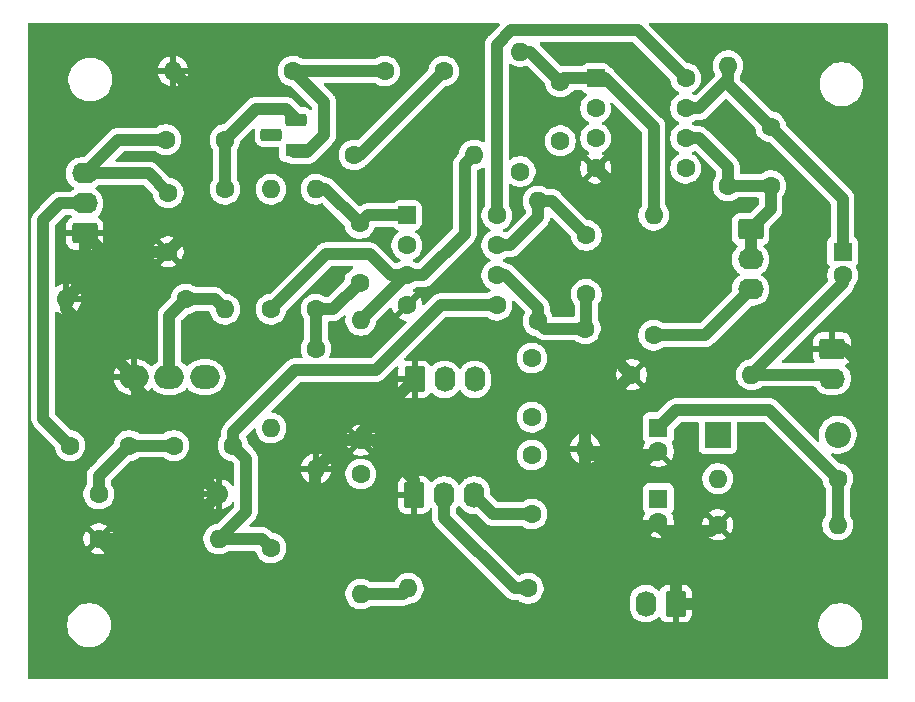
<source format=gbr>
%TF.GenerationSoftware,KiCad,Pcbnew,9.0.0*%
%TF.CreationDate,2026-01-13T09:09:24+00:00*%
%TF.ProjectId,GuitarMixer,47756974-6172-44d6-9978-65722e6b6963,V1.2*%
%TF.SameCoordinates,Original*%
%TF.FileFunction,Copper,L2,Bot*%
%TF.FilePolarity,Positive*%
%FSLAX46Y46*%
G04 Gerber Fmt 4.6, Leading zero omitted, Abs format (unit mm)*
G04 Created by KiCad (PCBNEW 9.0.0) date 2026-01-13 09:09:24*
%MOMM*%
%LPD*%
G01*
G04 APERTURE LIST*
G04 Aperture macros list*
%AMRoundRect*
0 Rectangle with rounded corners*
0 $1 Rounding radius*
0 $2 $3 $4 $5 $6 $7 $8 $9 X,Y pos of 4 corners*
0 Add a 4 corners polygon primitive as box body*
4,1,4,$2,$3,$4,$5,$6,$7,$8,$9,$2,$3,0*
0 Add four circle primitives for the rounded corners*
1,1,$1+$1,$2,$3*
1,1,$1+$1,$4,$5*
1,1,$1+$1,$6,$7*
1,1,$1+$1,$8,$9*
0 Add four rect primitives between the rounded corners*
20,1,$1+$1,$2,$3,$4,$5,0*
20,1,$1+$1,$4,$5,$6,$7,0*
20,1,$1+$1,$6,$7,$8,$9,0*
20,1,$1+$1,$8,$9,$2,$3,0*%
G04 Aperture macros list end*
%TA.AperFunction,ComponentPad*%
%ADD10C,1.600000*%
%TD*%
%TA.AperFunction,ComponentPad*%
%ADD11O,1.600000X1.600000*%
%TD*%
%TA.AperFunction,ComponentPad*%
%ADD12R,1.600000X1.600000*%
%TD*%
%TA.AperFunction,ComponentPad*%
%ADD13RoundRect,0.250000X-0.620000X-0.845000X0.620000X-0.845000X0.620000X0.845000X-0.620000X0.845000X0*%
%TD*%
%TA.AperFunction,ComponentPad*%
%ADD14O,1.740000X2.190000*%
%TD*%
%TA.AperFunction,ComponentPad*%
%ADD15RoundRect,0.250000X0.845000X-0.620000X0.845000X0.620000X-0.845000X0.620000X-0.845000X-0.620000X0*%
%TD*%
%TA.AperFunction,ComponentPad*%
%ADD16O,2.190000X1.740000*%
%TD*%
%TA.AperFunction,ComponentPad*%
%ADD17R,1.800000X1.100000*%
%TD*%
%TA.AperFunction,ComponentPad*%
%ADD18RoundRect,0.275000X0.625000X-0.275000X0.625000X0.275000X-0.625000X0.275000X-0.625000X-0.275000X0*%
%TD*%
%TA.AperFunction,ComponentPad*%
%ADD19RoundRect,0.250000X-0.845000X0.620000X-0.845000X-0.620000X0.845000X-0.620000X0.845000X0.620000X0*%
%TD*%
%TA.AperFunction,ComponentPad*%
%ADD20O,2.500000X2.000000*%
%TD*%
%TA.AperFunction,ComponentPad*%
%ADD21RoundRect,0.250000X-0.550000X-0.550000X0.550000X-0.550000X0.550000X0.550000X-0.550000X0.550000X0*%
%TD*%
%TA.AperFunction,ComponentPad*%
%ADD22R,2.200000X2.200000*%
%TD*%
%TA.AperFunction,ComponentPad*%
%ADD23O,2.200000X2.200000*%
%TD*%
%TA.AperFunction,ComponentPad*%
%ADD24RoundRect,0.250000X0.620000X0.845000X-0.620000X0.845000X-0.620000X-0.845000X0.620000X-0.845000X0*%
%TD*%
%TA.AperFunction,Conductor*%
%ADD25C,1.000000*%
%TD*%
G04 APERTURE END LIST*
D10*
%TO.P,R3,1*%
%TO.N,Net-(J6-Pin_1)*%
X161800000Y-68700000D03*
D11*
%TO.P,R3,2*%
%TO.N,Net-(C2-Pad2)*%
X161800000Y-58540000D03*
%TD*%
D10*
%TO.P,R5,1*%
%TO.N,+4V*%
X171080000Y-93500000D03*
D11*
%TO.P,R5,2*%
%TO.N,+9VA*%
X160920000Y-93500000D03*
%TD*%
D10*
%TO.P,C1,1*%
%TO.N,Net-(U2A--)*%
X147600000Y-64900000D03*
%TO.P,C1,2*%
%TO.N,Net-(C1-Pad2)*%
X147600000Y-59900000D03*
%TD*%
%TO.P,C2,1*%
%TO.N,Net-(J6-Pin_1)*%
X165400000Y-68700000D03*
%TO.P,C2,2*%
%TO.N,Net-(C2-Pad2)*%
X165400000Y-63700000D03*
%TD*%
D12*
%TO.P,C5,1*%
%TO.N,+4V*%
X155900000Y-89200000D03*
D10*
%TO.P,C5,2*%
%TO.N,Earth*%
X155900000Y-91200000D03*
%TD*%
D12*
%TO.P,C3,1*%
%TO.N,Net-(C2-Pad2)*%
X171500000Y-74300000D03*
D10*
%TO.P,C3,2*%
%TO.N,Net-(J5-Pin_2)*%
X171500000Y-76300000D03*
%TD*%
%TO.P,R201,1*%
%TO.N,Net-(C202-Pad2)*%
X108520000Y-94800000D03*
D11*
%TO.P,R201,2*%
%TO.N,Earth*%
X118680000Y-94800000D03*
%TD*%
D12*
%TO.P,C4,1*%
%TO.N,+9VA*%
X155900000Y-95200000D03*
D10*
%TO.P,C4,2*%
%TO.N,Earth*%
X155900000Y-97200000D03*
%TD*%
D13*
%TO.P,J3,1,Pin_1*%
%TO.N,Earth*%
X135220000Y-94900000D03*
D14*
%TO.P,J3,2,Pin_2*%
%TO.N,Net-(J3-Pin_2)*%
X137760000Y-94900000D03*
%TO.P,J3,3,Pin_3*%
%TO.N,Net-(J3-Pin_3)*%
X140300000Y-94900000D03*
%TD*%
D10*
%TO.P,C102,1*%
%TO.N,Net-(J1-Pin_3)*%
X114200000Y-64800000D03*
%TO.P,C102,2*%
%TO.N,Net-(Q1-G)*%
X119200000Y-64800000D03*
%TD*%
%TO.P,R204,1*%
%TO.N,Net-(U1B-+)*%
X123100000Y-99380000D03*
D11*
%TO.P,R204,2*%
%TO.N,+9VA*%
X123100000Y-89220000D03*
%TD*%
D10*
%TO.P,C205,1*%
%TO.N,Net-(C204-Pad2)*%
X145200000Y-91500000D03*
%TO.P,C205,2*%
%TO.N,Net-(J3-Pin_3)*%
X145200000Y-96500000D03*
%TD*%
%TO.P,R107,1*%
%TO.N,Net-(U1A--)*%
X126900000Y-79160000D03*
D11*
%TO.P,R107,2*%
%TO.N,Net-(C104-Pad2)*%
X126900000Y-69000000D03*
%TD*%
D15*
%TO.P,J1,1,Pin_1*%
%TO.N,Earth*%
X107320000Y-72740000D03*
D16*
%TO.P,J1,2,Pin_2*%
%TO.N,Net-(J1-Pin_2)*%
X107320000Y-70200000D03*
%TO.P,J1,3,Pin_3*%
%TO.N,Net-(J1-Pin_3)*%
X107320000Y-67660000D03*
%TD*%
D10*
%TO.P,R1,1*%
%TO.N,Net-(U2A--)*%
X144200000Y-67500000D03*
D11*
%TO.P,R1,2*%
%TO.N,Net-(C1-Pad2)*%
X144200000Y-57340000D03*
%TD*%
D10*
%TO.P,R108,1*%
%TO.N,Net-(J2-Pin_2)*%
X130700000Y-93100000D03*
D11*
%TO.P,R108,2*%
%TO.N,Net-(U2A--)*%
X130700000Y-103260000D03*
%TD*%
D10*
%TO.P,C203,1*%
%TO.N,Net-(C202-Pad2)*%
X114880000Y-90700000D03*
%TO.P,C203,2*%
%TO.N,Net-(U1B-+)*%
X119880000Y-90700000D03*
%TD*%
D13*
%TO.P,J2,1,Pin_1*%
%TO.N,Earth*%
X135260000Y-85100000D03*
D14*
%TO.P,J2,2,Pin_2*%
%TO.N,Net-(J2-Pin_2)*%
X137800000Y-85100000D03*
%TO.P,J2,3,Pin_3*%
%TO.N,Net-(J2-Pin_3)*%
X140340000Y-85100000D03*
%TD*%
D10*
%TO.P,C105,1*%
%TO.N,Net-(C104-Pad2)*%
X145200000Y-83300000D03*
%TO.P,C105,2*%
%TO.N,Net-(J2-Pin_3)*%
X145200000Y-88300000D03*
%TD*%
%TO.P,R102,1*%
%TO.N,Net-(Q1-S)*%
X124980000Y-59000000D03*
D11*
%TO.P,R102,2*%
%TO.N,Earth*%
X114820000Y-59000000D03*
%TD*%
D17*
%TO.P,Q1,1,S*%
%TO.N,Net-(Q1-S)*%
X125200000Y-65640000D03*
D18*
%TO.P,Q1,2,D*%
%TO.N,+9VA*%
X123130000Y-64370000D03*
%TO.P,Q1,3,G*%
%TO.N,Net-(Q1-G)*%
X125200000Y-63100000D03*
%TD*%
D10*
%TO.P,R2,1*%
%TO.N,Net-(J6-Pin_3)*%
X155500000Y-81360000D03*
D11*
%TO.P,R2,2*%
%TO.N,Net-(C1-Pad2)*%
X155500000Y-71200000D03*
%TD*%
D10*
%TO.P,R208,1*%
%TO.N,Net-(J3-Pin_2)*%
X144880000Y-102800000D03*
D11*
%TO.P,R208,2*%
%TO.N,Net-(U2A--)*%
X134720000Y-102800000D03*
%TD*%
D10*
%TO.P,R1011,1*%
%TO.N,Net-(Q1-G)*%
X119200000Y-69000000D03*
D11*
%TO.P,R1011,2*%
%TO.N,Net-(SW1-B)*%
X119200000Y-79160000D03*
%TD*%
D10*
%TO.P,R103,1*%
%TO.N,Net-(C103-Pad2)*%
X130140000Y-66100000D03*
D11*
%TO.P,R103,2*%
%TO.N,Net-(U1A-+)*%
X140300000Y-66100000D03*
%TD*%
D19*
%TO.P,J5,1,Pin_1*%
%TO.N,Earth*%
X170600000Y-82500000D03*
D16*
%TO.P,J5,2,Pin_2*%
%TO.N,Net-(J5-Pin_2)*%
X170600000Y-85040000D03*
%TD*%
D19*
%TO.P,J6,1,Pin_1*%
%TO.N,Net-(J6-Pin_1)*%
X163700000Y-72400000D03*
D16*
%TO.P,J6,2,Pin_2*%
X163700000Y-74940000D03*
%TO.P,J6,3,Pin_3*%
%TO.N,Net-(J6-Pin_3)*%
X163700000Y-77480000D03*
%TD*%
D10*
%TO.P,R207,1*%
%TO.N,Net-(U1B--)*%
X145700000Y-80160000D03*
D11*
%TO.P,R207,2*%
%TO.N,Net-(C204-Pad2)*%
X145700000Y-70000000D03*
%TD*%
D10*
%TO.P,C103,1*%
%TO.N,Net-(Q1-S)*%
X132720000Y-59000000D03*
%TO.P,C103,2*%
%TO.N,Net-(C103-Pad2)*%
X137720000Y-59000000D03*
%TD*%
D20*
%TO.P,SW1,1,A*%
%TO.N,Earth*%
X111500000Y-84900000D03*
%TO.P,SW1,2,B*%
%TO.N,Net-(SW1-B)*%
X114500000Y-84900000D03*
%TO.P,SW1,3*%
%TO.N,N/C*%
X117500000Y-84900000D03*
%TD*%
D10*
%TO.P,C204,1*%
%TO.N,Net-(U1B--)*%
X149800000Y-77900000D03*
%TO.P,C204,2*%
%TO.N,Net-(C204-Pad2)*%
X149800000Y-72900000D03*
%TD*%
D21*
%TO.P,U2,1*%
%TO.N,Net-(C1-Pad2)*%
X150580000Y-59600000D03*
D10*
%TO.P,U2,2,-*%
%TO.N,Net-(U2A--)*%
X150580000Y-62140000D03*
%TO.P,U2,3,+*%
%TO.N,+4V*%
X150580000Y-64680000D03*
%TO.P,U2,4,V-*%
%TO.N,Earth*%
X150580000Y-67220000D03*
%TO.P,U2,5,+*%
%TO.N,+4V*%
X158200000Y-67220000D03*
%TO.P,U2,6,-*%
%TO.N,Net-(J6-Pin_1)*%
X158200000Y-64680000D03*
%TO.P,U2,7*%
%TO.N,Net-(C2-Pad2)*%
X158200000Y-62140000D03*
%TO.P,U2,8,V+*%
%TO.N,+9VA*%
X158200000Y-59600000D03*
%TD*%
%TO.P,R1012,1*%
%TO.N,Net-(SW1-B)*%
X115900000Y-78300000D03*
D11*
%TO.P,R1012,2*%
%TO.N,Earth*%
X105740000Y-78300000D03*
%TD*%
D10*
%TO.P,R206,1*%
%TO.N,Net-(U1B--)*%
X149700000Y-80800000D03*
D11*
%TO.P,R206,2*%
%TO.N,Earth*%
X149700000Y-90960000D03*
%TD*%
D22*
%TO.P,D1,1,K*%
%TO.N,+9VA*%
X160920000Y-89800000D03*
D23*
%TO.P,D1,2,A*%
%TO.N,+9V*%
X171080000Y-89800000D03*
%TD*%
D21*
%TO.P,U1,1*%
%TO.N,Net-(C104-Pad2)*%
X134600000Y-71200000D03*
D10*
%TO.P,U1,2,-*%
%TO.N,Net-(U1A--)*%
X134600000Y-73740000D03*
%TO.P,U1,3,+*%
%TO.N,Net-(U1A-+)*%
X134600000Y-76280000D03*
%TO.P,U1,4,V-*%
%TO.N,Earth*%
X134600000Y-78820000D03*
%TO.P,U1,5,+*%
%TO.N,Net-(U1B-+)*%
X142220000Y-78820000D03*
%TO.P,U1,6,-*%
%TO.N,Net-(U1B--)*%
X142220000Y-76280000D03*
%TO.P,U1,7*%
%TO.N,Net-(C204-Pad2)*%
X142220000Y-73740000D03*
%TO.P,U1,8,V+*%
%TO.N,+9VA*%
X142220000Y-71200000D03*
%TD*%
%TO.P,R6,1*%
%TO.N,Earth*%
X160920000Y-97400000D03*
D11*
%TO.P,R6,2*%
%TO.N,+4V*%
X171080000Y-97400000D03*
%TD*%
D24*
%TO.P,J4,1,Pin_1*%
%TO.N,Earth*%
X157370000Y-104080000D03*
D14*
%TO.P,J4,2,Pin_2*%
%TO.N,+9V*%
X154830000Y-104080000D03*
%TD*%
D10*
%TO.P,R104,1*%
%TO.N,Net-(U1A-+)*%
X123100000Y-79160000D03*
D11*
%TO.P,R104,2*%
%TO.N,+9VA*%
X123100000Y-69000000D03*
%TD*%
D10*
%TO.P,R205,1*%
%TO.N,Earth*%
X108520000Y-98600000D03*
D11*
%TO.P,R205,2*%
%TO.N,Net-(U1B-+)*%
X118680000Y-98600000D03*
%TD*%
D10*
%TO.P,R105,1*%
%TO.N,Earth*%
X130700000Y-90260000D03*
D11*
%TO.P,R105,2*%
%TO.N,Net-(U1A-+)*%
X130700000Y-80100000D03*
%TD*%
D10*
%TO.P,R106,1*%
%TO.N,Net-(U1A--)*%
X126900000Y-82500000D03*
D11*
%TO.P,R106,2*%
%TO.N,Earth*%
X126900000Y-92660000D03*
%TD*%
D10*
%TO.P,C104,1*%
%TO.N,Net-(U1A--)*%
X130600000Y-76900000D03*
%TO.P,C104,2*%
%TO.N,Net-(C104-Pad2)*%
X130600000Y-71900000D03*
%TD*%
%TO.P,C101,1*%
%TO.N,Net-(J1-Pin_3)*%
X114400000Y-69300000D03*
%TO.P,C101,2*%
%TO.N,Earth*%
X114400000Y-74300000D03*
%TD*%
%TO.P,C202,1*%
%TO.N,Net-(J1-Pin_2)*%
X106080000Y-90700000D03*
%TO.P,C202,2*%
%TO.N,Net-(C202-Pad2)*%
X111080000Y-90700000D03*
%TD*%
%TO.P,R4,1*%
%TO.N,Earth*%
X153620000Y-84700000D03*
D11*
%TO.P,R4,2*%
%TO.N,Net-(J5-Pin_2)*%
X163780000Y-84700000D03*
%TD*%
D25*
%TO.N,Net-(C1-Pad2)*%
X155500000Y-63720000D02*
X155500000Y-71200000D01*
X144200000Y-57340000D02*
X145040000Y-57340000D01*
X151380000Y-59600000D02*
X155500000Y-63720000D01*
X145040000Y-57340000D02*
X147600000Y-59900000D01*
X147600000Y-59900000D02*
X147900000Y-59600000D01*
X147900000Y-59600000D02*
X150580000Y-59600000D01*
X150580000Y-59600000D02*
X151380000Y-59600000D01*
%TO.N,Net-(U2A--)*%
X134260000Y-103260000D02*
X134720000Y-102800000D01*
X130700000Y-103260000D02*
X134260000Y-103260000D01*
%TO.N,Net-(J6-Pin_1)*%
X159331370Y-64680000D02*
X158200000Y-64680000D01*
X165400000Y-70700000D02*
X163700000Y-72400000D01*
X161800000Y-67148630D02*
X159331370Y-64680000D01*
X163700000Y-72400000D02*
X163700000Y-74940000D01*
X161800000Y-68700000D02*
X165400000Y-68700000D01*
X161800000Y-68700000D02*
X161800000Y-67148630D01*
X165400000Y-68700000D02*
X165400000Y-70700000D01*
%TO.N,Net-(C2-Pad2)*%
X159360000Y-62140000D02*
X158200000Y-62140000D01*
X161800000Y-58540000D02*
X161800000Y-60100000D01*
X165400000Y-63700000D02*
X171500000Y-69800000D01*
X161800000Y-58540000D02*
X161800000Y-59700000D01*
X171500000Y-69800000D02*
X171500000Y-73999000D01*
X161800000Y-59700000D02*
X159360000Y-62140000D01*
X161800000Y-60100000D02*
X165400000Y-63700000D01*
%TO.N,Net-(J5-Pin_2)*%
X170260000Y-84700000D02*
X170600000Y-85040000D01*
X163780000Y-84700000D02*
X171500000Y-76980000D01*
X171500000Y-76980000D02*
X171500000Y-76300000D01*
X163780000Y-84700000D02*
X170260000Y-84700000D01*
%TO.N,+9VA*%
X154139000Y-55539000D02*
X143454001Y-55539000D01*
X158200000Y-59600000D02*
X154139000Y-55539000D01*
X142220000Y-56773001D02*
X142220000Y-71200000D01*
X143454001Y-55539000D02*
X142220000Y-56773001D01*
%TO.N,Earth*%
X129300000Y-90260000D02*
X130700000Y-90260000D01*
X117181000Y-93301000D02*
X117181000Y-89746894D01*
X126900000Y-92660000D02*
X126800000Y-92760000D01*
X149700000Y-101234106D02*
X153433106Y-97501000D01*
X116700000Y-60880000D02*
X116700000Y-72000000D01*
X149700000Y-101234106D02*
X149700000Y-90960000D01*
X108880000Y-74300000D02*
X107320000Y-72740000D01*
X105740000Y-78300000D02*
X105740000Y-79140000D01*
X171695000Y-82500000D02*
X174400000Y-85205000D01*
X152101000Y-68741000D02*
X152101000Y-83181000D01*
X107320000Y-76720000D02*
X105740000Y-78300000D01*
X131831370Y-90260000D02*
X135220000Y-93648630D01*
X174400000Y-97334106D02*
X167654106Y-104080000D01*
X157370000Y-104080000D02*
X157370000Y-98971000D01*
X114400000Y-74300000D02*
X108880000Y-74300000D01*
X111500000Y-85700000D02*
X111500000Y-84900000D01*
X126800000Y-105500000D02*
X128800000Y-107500000D01*
X126900000Y-92660000D02*
X129300000Y-90260000D01*
X108520000Y-98600000D02*
X114880000Y-98600000D01*
X117420000Y-107500000D02*
X128800000Y-107500000D01*
X135220000Y-93648630D02*
X135220000Y-94900000D01*
X152101000Y-83181000D02*
X153620000Y-84700000D01*
X130700000Y-90260000D02*
X130700000Y-89660000D01*
X116700000Y-72000000D02*
X114400000Y-74300000D01*
X107320000Y-72740000D02*
X107320000Y-76720000D01*
X150241000Y-91501000D02*
X155900000Y-91501000D01*
X170600000Y-82500000D02*
X171695000Y-82500000D01*
X126800000Y-92760000D02*
X126800000Y-105500000D01*
X114835106Y-87401000D02*
X113201000Y-87401000D01*
X167654106Y-104080000D02*
X157370000Y-104080000D01*
X113201000Y-87401000D02*
X111500000Y-85700000D01*
X149700000Y-90960000D02*
X150241000Y-91501000D01*
X156349500Y-97950500D02*
X155900000Y-97501000D01*
X149700000Y-90960000D02*
X149700000Y-88620000D01*
X128800000Y-107500000D02*
X143434106Y-107500000D01*
X153433106Y-97501000D02*
X155900000Y-97501000D01*
X130700000Y-90260000D02*
X131831370Y-90260000D01*
X174400000Y-85205000D02*
X174400000Y-97334106D01*
X117181000Y-89746894D02*
X114835106Y-87401000D01*
X160920000Y-97400000D02*
X160369500Y-97950500D01*
X118680000Y-94800000D02*
X117181000Y-93301000D01*
X108520000Y-98600000D02*
X117420000Y-107500000D01*
X114880000Y-98600000D02*
X118680000Y-94800000D01*
X114820000Y-59000000D02*
X116700000Y-60880000D01*
X149700000Y-88620000D02*
X153620000Y-84700000D01*
X160369500Y-97950500D02*
X156349500Y-97950500D01*
X130700000Y-89660000D02*
X135260000Y-85100000D01*
X105740000Y-79140000D02*
X111500000Y-84900000D01*
X157370000Y-98971000D02*
X156349500Y-97950500D01*
X150580000Y-67220000D02*
X152101000Y-68741000D01*
X143434106Y-107500000D02*
X149700000Y-101234106D01*
%TO.N,+4V*%
X171080000Y-93500000D02*
X171080000Y-97400000D01*
X157401000Y-87699000D02*
X155900000Y-89200000D01*
X171080000Y-93500000D02*
X165279000Y-87699000D01*
X165279000Y-87699000D02*
X157401000Y-87699000D01*
%TO.N,Net-(J1-Pin_3)*%
X110180000Y-64800000D02*
X107320000Y-67660000D01*
X112760000Y-67660000D02*
X107320000Y-67660000D01*
X114200000Y-64800000D02*
X110180000Y-64800000D01*
X114400000Y-69300000D02*
X112760000Y-67660000D01*
%TO.N,Net-(Q1-G)*%
X119200000Y-69000000D02*
X119200000Y-64800000D01*
X124379264Y-62200000D02*
X125039632Y-62860368D01*
X121800000Y-62200000D02*
X124379264Y-62200000D01*
X119200000Y-64800000D02*
X121800000Y-62200000D01*
%TO.N,Net-(Q1-S)*%
X127601000Y-64399000D02*
X126120368Y-65879632D01*
X127601000Y-61621000D02*
X127601000Y-64399000D01*
X126120368Y-65879632D02*
X125039632Y-65879632D01*
X124980000Y-59000000D02*
X132720000Y-59000000D01*
X124980000Y-59000000D02*
X127601000Y-61621000D01*
%TO.N,Net-(C103-Pad2)*%
X137720000Y-59000000D02*
X130620000Y-66100000D01*
X130620000Y-66100000D02*
X130140000Y-66100000D01*
%TO.N,Net-(C104-Pad2)*%
X126900000Y-69000000D02*
X127700000Y-69000000D01*
X127700000Y-69000000D02*
X130600000Y-71900000D01*
X131300000Y-71200000D02*
X134600000Y-71200000D01*
X130600000Y-71900000D02*
X131300000Y-71200000D01*
%TO.N,Net-(U1A--)*%
X126900000Y-82500000D02*
X126900000Y-79160000D01*
X128340000Y-79160000D02*
X130600000Y-76900000D01*
X126900000Y-79160000D02*
X128340000Y-79160000D01*
%TO.N,Net-(J1-Pin_2)*%
X103800000Y-71625000D02*
X103800000Y-88420000D01*
X103800000Y-88420000D02*
X106080000Y-90700000D01*
X105225000Y-70200000D02*
X103800000Y-71625000D01*
X107320000Y-70200000D02*
X105225000Y-70200000D01*
%TO.N,Net-(C202-Pad2)*%
X108520000Y-93260000D02*
X111080000Y-90700000D01*
X111080000Y-90700000D02*
X114880000Y-90700000D01*
X108520000Y-94800000D02*
X108520000Y-93260000D01*
%TO.N,Net-(U1B-+)*%
X118680000Y-98600000D02*
X122320000Y-98600000D01*
X137480000Y-78820000D02*
X142220000Y-78820000D01*
X122320000Y-98600000D02*
X123100000Y-99380000D01*
X119880000Y-90700000D02*
X119880000Y-89568630D01*
X125147630Y-84301000D02*
X131999000Y-84301000D01*
X131999000Y-84301000D02*
X137480000Y-78820000D01*
X119880000Y-89568630D02*
X125147630Y-84301000D01*
X120981000Y-91801000D02*
X120981000Y-96299000D01*
X119880000Y-90700000D02*
X120981000Y-91801000D01*
X120981000Y-96299000D02*
X118680000Y-98600000D01*
%TO.N,Net-(C204-Pad2)*%
X142220000Y-73740000D02*
X143351370Y-73740000D01*
X145700000Y-71391370D02*
X145700000Y-70000000D01*
X145700000Y-70000000D02*
X146900000Y-70000000D01*
X146900000Y-70000000D02*
X149800000Y-72900000D01*
X143351370Y-73740000D02*
X145700000Y-71391370D01*
%TO.N,Net-(U1B--)*%
X142951370Y-76280000D02*
X142220000Y-76280000D01*
X145700000Y-80160000D02*
X145700000Y-79028630D01*
X149800000Y-77900000D02*
X149800000Y-80700000D01*
X149800000Y-80700000D02*
X149700000Y-80800000D01*
X146340000Y-80800000D02*
X145700000Y-80160000D01*
X145700000Y-79028630D02*
X142951370Y-76280000D01*
X149700000Y-80800000D02*
X146340000Y-80800000D01*
%TO.N,Net-(J3-Pin_3)*%
X145200000Y-96500000D02*
X141900000Y-96500000D01*
X141900000Y-96500000D02*
X140300000Y-94900000D01*
%TO.N,Net-(J3-Pin_2)*%
X144880000Y-102800000D02*
X143748630Y-102800000D01*
X143748630Y-102800000D02*
X137760000Y-96811370D01*
X137760000Y-96811370D02*
X137760000Y-94900000D01*
%TO.N,Net-(J6-Pin_3)*%
X159820000Y-81360000D02*
X163700000Y-77480000D01*
X155500000Y-81360000D02*
X159820000Y-81360000D01*
%TO.N,Net-(U1A-+)*%
X139500001Y-66899999D02*
X139500001Y-72759999D01*
X139500001Y-72759999D02*
X135980000Y-76280000D01*
X140300000Y-66100000D02*
X139500001Y-66899999D01*
X134600000Y-76280000D02*
X133234106Y-76280000D01*
X133234106Y-76280000D02*
X131454106Y-74500000D01*
X127760000Y-74500000D02*
X123100000Y-79160000D01*
X135980000Y-76280000D02*
X134600000Y-76280000D01*
X134520000Y-76280000D02*
X134600000Y-76280000D01*
X130700000Y-80100000D02*
X134520000Y-76280000D01*
X131454106Y-74500000D02*
X127760000Y-74500000D01*
%TO.N,Net-(SW1-B)*%
X118340000Y-78300000D02*
X119200000Y-79160000D01*
X115900000Y-78300000D02*
X114500000Y-79700000D01*
X115900000Y-78300000D02*
X118340000Y-78300000D01*
X114500000Y-79700000D02*
X114500000Y-84900000D01*
%TD*%
%TA.AperFunction,Conductor*%
%TO.N,Earth*%
G36*
X142445257Y-54920185D02*
G01*
X142491012Y-54972989D01*
X142500956Y-55042147D01*
X142471931Y-55105703D01*
X142465899Y-55112181D01*
X141582221Y-55995859D01*
X141582218Y-55995862D01*
X141512538Y-56065541D01*
X141442859Y-56135220D01*
X141333371Y-56299081D01*
X141333364Y-56299094D01*
X141318071Y-56336015D01*
X141318063Y-56336036D01*
X141316629Y-56339500D01*
X141257949Y-56481165D01*
X141245851Y-56541987D01*
X141244207Y-56550249D01*
X141244207Y-56550251D01*
X141219500Y-56674457D01*
X141219500Y-64917185D01*
X141199815Y-64984224D01*
X141147011Y-65029979D01*
X141077853Y-65039923D01*
X141022616Y-65017504D01*
X140981613Y-64987714D01*
X140799223Y-64894781D01*
X140604534Y-64831522D01*
X140429995Y-64803878D01*
X140402352Y-64799500D01*
X140197648Y-64799500D01*
X140173329Y-64803351D01*
X139995465Y-64831522D01*
X139800776Y-64894781D01*
X139618386Y-64987715D01*
X139452786Y-65108028D01*
X139308028Y-65252786D01*
X139187715Y-65418386D01*
X139094781Y-65600778D01*
X139031522Y-65795468D01*
X139008073Y-65943515D01*
X138998955Y-65962746D01*
X138994432Y-65983542D01*
X138979883Y-66002978D01*
X138978143Y-66006649D01*
X138973282Y-66011797D01*
X138862221Y-66122858D01*
X138862220Y-66122858D01*
X138862219Y-66122859D01*
X138862219Y-66122860D01*
X138816602Y-66168477D01*
X138722860Y-66262218D01*
X138613372Y-66426079D01*
X138613365Y-66426092D01*
X138573813Y-66521582D01*
X138573811Y-66521587D01*
X138571757Y-66526547D01*
X138537950Y-66608163D01*
X138524847Y-66674035D01*
X138523519Y-66680709D01*
X138523517Y-66680717D01*
X138499501Y-66801455D01*
X138499501Y-72294217D01*
X138479816Y-72361256D01*
X138463182Y-72381898D01*
X135601899Y-75243181D01*
X135574971Y-75257884D01*
X135549153Y-75274477D01*
X135542952Y-75275368D01*
X135540576Y-75276666D01*
X135514218Y-75279500D01*
X135475762Y-75279500D01*
X135408723Y-75259815D01*
X135402877Y-75255818D01*
X135281613Y-75167715D01*
X135281612Y-75167714D01*
X135281610Y-75167713D01*
X135188917Y-75120483D01*
X135138123Y-75072511D01*
X135121328Y-75004690D01*
X135143865Y-74938555D01*
X135188917Y-74899516D01*
X135281610Y-74852287D01*
X135309350Y-74832133D01*
X135447213Y-74731971D01*
X135447215Y-74731968D01*
X135447219Y-74731966D01*
X135591966Y-74587219D01*
X135591968Y-74587215D01*
X135591971Y-74587213D01*
X135688468Y-74454394D01*
X135712287Y-74421610D01*
X135805220Y-74239219D01*
X135868477Y-74044534D01*
X135900500Y-73842352D01*
X135900500Y-73637648D01*
X135884709Y-73537947D01*
X135868477Y-73435465D01*
X135810707Y-73257669D01*
X135805220Y-73240781D01*
X135805218Y-73240778D01*
X135805218Y-73240776D01*
X135736147Y-73105218D01*
X135712287Y-73058390D01*
X135693120Y-73032009D01*
X135591971Y-72892786D01*
X135447219Y-72748034D01*
X135446089Y-72747213D01*
X135353547Y-72679978D01*
X135310882Y-72624649D01*
X135304903Y-72555036D01*
X135337508Y-72493240D01*
X135387426Y-72461955D01*
X135469334Y-72434814D01*
X135618656Y-72342712D01*
X135742712Y-72218656D01*
X135834814Y-72069334D01*
X135889999Y-71902797D01*
X135900500Y-71800009D01*
X135900499Y-70599992D01*
X135889999Y-70497203D01*
X135834814Y-70330666D01*
X135742712Y-70181344D01*
X135618656Y-70057288D01*
X135469334Y-69965186D01*
X135302797Y-69910001D01*
X135302795Y-69910000D01*
X135200010Y-69899500D01*
X133999998Y-69899500D01*
X133999981Y-69899501D01*
X133897203Y-69910000D01*
X133897200Y-69910001D01*
X133730668Y-69965185D01*
X133730663Y-69965187D01*
X133581345Y-70057287D01*
X133475450Y-70163182D01*
X133414127Y-70196666D01*
X133387769Y-70199500D01*
X131201456Y-70199500D01*
X131008171Y-70237947D01*
X131008163Y-70237949D01*
X130949977Y-70262051D01*
X130949976Y-70262051D01*
X130826092Y-70313364D01*
X130826079Y-70313371D01*
X130710096Y-70390869D01*
X130710095Y-70390870D01*
X130695317Y-70400745D01*
X130672236Y-70416167D01*
X130605558Y-70437044D01*
X130538178Y-70418559D01*
X130515665Y-70400745D01*
X128484209Y-68369289D01*
X128484206Y-68369285D01*
X128484206Y-68369286D01*
X128477139Y-68362219D01*
X128477139Y-68362218D01*
X128337782Y-68222861D01*
X128337781Y-68222860D01*
X128337780Y-68222859D01*
X128173920Y-68113371D01*
X128173911Y-68113366D01*
X128052154Y-68062933D01*
X128045165Y-68060038D01*
X127991836Y-68037949D01*
X127891611Y-68018013D01*
X127887086Y-68017113D01*
X127887083Y-68017112D01*
X127798543Y-67999500D01*
X127798541Y-67999500D01*
X127775762Y-67999500D01*
X127708723Y-67979815D01*
X127702877Y-67975818D01*
X127661728Y-67945922D01*
X127600379Y-67901349D01*
X127581613Y-67887715D01*
X127581612Y-67887714D01*
X127581610Y-67887713D01*
X127513052Y-67852781D01*
X127399223Y-67794781D01*
X127204534Y-67731522D01*
X127029995Y-67703878D01*
X127002352Y-67699500D01*
X126797648Y-67699500D01*
X126773329Y-67703351D01*
X126595465Y-67731522D01*
X126400776Y-67794781D01*
X126218386Y-67887715D01*
X126052786Y-68008028D01*
X125908028Y-68152786D01*
X125787715Y-68318386D01*
X125694781Y-68500776D01*
X125631522Y-68695465D01*
X125607433Y-68847560D01*
X125599500Y-68897648D01*
X125599500Y-69102352D01*
X125601245Y-69113368D01*
X125631522Y-69304534D01*
X125694781Y-69499223D01*
X125730862Y-69570034D01*
X125783790Y-69673911D01*
X125787715Y-69681613D01*
X125908028Y-69847213D01*
X126052786Y-69991971D01*
X126207749Y-70104556D01*
X126218390Y-70112287D01*
X126318277Y-70163182D01*
X126400776Y-70205218D01*
X126400778Y-70205218D01*
X126400781Y-70205220D01*
X126505137Y-70239127D01*
X126595465Y-70268477D01*
X126696557Y-70284488D01*
X126797648Y-70300500D01*
X126797649Y-70300500D01*
X127002351Y-70300500D01*
X127002352Y-70300500D01*
X127204534Y-70268477D01*
X127395698Y-70206363D01*
X127465535Y-70204369D01*
X127521693Y-70236613D01*
X128436158Y-71151079D01*
X129273281Y-71988202D01*
X129306766Y-72049525D01*
X129308073Y-72056484D01*
X129331522Y-72204531D01*
X129331523Y-72204534D01*
X129394780Y-72399219D01*
X129479883Y-72566243D01*
X129487715Y-72581613D01*
X129608028Y-72747213D01*
X129752786Y-72891971D01*
X129907749Y-73004556D01*
X129918390Y-73012287D01*
X130016124Y-73062085D01*
X130100776Y-73105218D01*
X130100778Y-73105218D01*
X130100781Y-73105220D01*
X130205137Y-73139127D01*
X130295465Y-73168477D01*
X130396557Y-73184488D01*
X130497648Y-73200500D01*
X130497649Y-73200500D01*
X130702351Y-73200500D01*
X130702352Y-73200500D01*
X130904534Y-73168477D01*
X131099219Y-73105220D01*
X131281610Y-73012287D01*
X131381725Y-72939550D01*
X131447213Y-72891971D01*
X131447215Y-72891968D01*
X131447219Y-72891966D01*
X131591966Y-72747219D01*
X131591968Y-72747215D01*
X131591971Y-72747213D01*
X131678792Y-72627712D01*
X131712287Y-72581610D01*
X131805220Y-72399219D01*
X131841948Y-72286182D01*
X131881386Y-72228506D01*
X131945744Y-72201308D01*
X131959879Y-72200500D01*
X133387769Y-72200500D01*
X133454808Y-72220185D01*
X133475450Y-72236818D01*
X133581344Y-72342712D01*
X133730666Y-72434814D01*
X133812570Y-72461954D01*
X133870015Y-72501727D01*
X133896838Y-72566243D01*
X133884523Y-72635018D01*
X133846451Y-72679978D01*
X133752787Y-72748028D01*
X133752782Y-72748032D01*
X133608028Y-72892786D01*
X133487715Y-73058386D01*
X133394781Y-73240776D01*
X133331522Y-73435465D01*
X133299500Y-73637648D01*
X133299500Y-73842351D01*
X133331522Y-74044534D01*
X133394781Y-74239223D01*
X133452582Y-74352661D01*
X133483790Y-74413911D01*
X133487715Y-74421613D01*
X133608028Y-74587213D01*
X133752786Y-74731971D01*
X133890650Y-74832133D01*
X133918390Y-74852287D01*
X134009840Y-74898883D01*
X134011080Y-74899515D01*
X134061876Y-74947490D01*
X134078671Y-75015311D01*
X134056134Y-75081446D01*
X134011080Y-75120485D01*
X133918386Y-75167715D01*
X133797123Y-75255818D01*
X133777078Y-75262970D01*
X133759173Y-75274477D01*
X133735146Y-75277931D01*
X133731317Y-75279298D01*
X133724238Y-75279500D01*
X133699888Y-75279500D01*
X133632849Y-75259815D01*
X133612207Y-75243181D01*
X132235585Y-73866559D01*
X132235565Y-73866537D01*
X132091891Y-73722863D01*
X132091887Y-73722860D01*
X131928026Y-73613371D01*
X131928017Y-73613366D01*
X131851350Y-73581610D01*
X131799271Y-73560038D01*
X131745942Y-73537949D01*
X131745938Y-73537948D01*
X131745934Y-73537946D01*
X131649294Y-73518724D01*
X131552650Y-73499500D01*
X131552647Y-73499500D01*
X127661459Y-73499500D01*
X127661455Y-73499500D01*
X127564812Y-73518724D01*
X127468167Y-73537947D01*
X127468161Y-73537949D01*
X127414834Y-73560037D01*
X127414834Y-73560038D01*
X127369315Y-73578892D01*
X127286089Y-73613366D01*
X127286079Y-73613371D01*
X127122219Y-73722859D01*
X127085976Y-73759103D01*
X126982861Y-73862218D01*
X126982858Y-73862221D01*
X123011797Y-77833281D01*
X122950474Y-77866766D01*
X122943515Y-77868073D01*
X122795468Y-77891522D01*
X122600778Y-77954781D01*
X122418386Y-78047715D01*
X122252786Y-78168028D01*
X122108028Y-78312786D01*
X121987715Y-78478386D01*
X121894781Y-78660776D01*
X121831522Y-78855465D01*
X121799500Y-79057648D01*
X121799500Y-79262351D01*
X121831522Y-79464534D01*
X121894781Y-79659223D01*
X121952936Y-79773356D01*
X121965381Y-79797782D01*
X121987715Y-79841613D01*
X122108028Y-80007213D01*
X122252786Y-80151971D01*
X122407749Y-80264556D01*
X122418390Y-80272287D01*
X122518275Y-80323181D01*
X122600776Y-80365218D01*
X122600778Y-80365218D01*
X122600781Y-80365220D01*
X122705137Y-80399127D01*
X122795465Y-80428477D01*
X122896557Y-80444488D01*
X122997648Y-80460500D01*
X122997649Y-80460500D01*
X123202351Y-80460500D01*
X123202352Y-80460500D01*
X123404534Y-80428477D01*
X123599219Y-80365220D01*
X123781610Y-80272287D01*
X123877869Y-80202351D01*
X123947213Y-80151971D01*
X123947215Y-80151968D01*
X123947219Y-80151966D01*
X124091966Y-80007219D01*
X124091968Y-80007215D01*
X124091971Y-80007213D01*
X124146718Y-79931859D01*
X124212287Y-79841610D01*
X124305220Y-79659219D01*
X124368477Y-79464534D01*
X124391925Y-79316483D01*
X124421854Y-79253350D01*
X124426699Y-79248219D01*
X128138101Y-75536819D01*
X128199424Y-75503334D01*
X128225782Y-75500500D01*
X129965579Y-75500500D01*
X130032618Y-75520185D01*
X130078373Y-75572989D01*
X130088317Y-75642147D01*
X130059292Y-75705703D01*
X130021874Y-75734985D01*
X129918386Y-75787715D01*
X129752786Y-75908028D01*
X129608028Y-76052786D01*
X129487715Y-76218386D01*
X129394781Y-76400778D01*
X129331522Y-76595468D01*
X129308073Y-76743515D01*
X129278143Y-76806649D01*
X129273281Y-76811797D01*
X127961899Y-78123181D01*
X127934971Y-78137884D01*
X127909153Y-78154477D01*
X127902952Y-78155368D01*
X127900576Y-78156666D01*
X127874218Y-78159500D01*
X127775762Y-78159500D01*
X127708723Y-78139815D01*
X127702877Y-78135818D01*
X127581613Y-78047715D01*
X127581612Y-78047714D01*
X127581610Y-78047713D01*
X127512083Y-78012287D01*
X127399223Y-77954781D01*
X127204534Y-77891522D01*
X127016690Y-77861771D01*
X127002352Y-77859500D01*
X126797648Y-77859500D01*
X126783310Y-77861771D01*
X126595465Y-77891522D01*
X126400776Y-77954781D01*
X126218386Y-78047715D01*
X126052786Y-78168028D01*
X125908028Y-78312786D01*
X125787715Y-78478386D01*
X125694781Y-78660776D01*
X125631522Y-78855465D01*
X125599500Y-79057648D01*
X125599500Y-79262351D01*
X125631522Y-79464534D01*
X125694781Y-79659223D01*
X125772611Y-79811971D01*
X125787713Y-79841610D01*
X125875819Y-79962877D01*
X125899298Y-80028681D01*
X125899500Y-80035761D01*
X125899500Y-81624237D01*
X125879815Y-81691276D01*
X125875818Y-81697122D01*
X125787715Y-81818386D01*
X125694781Y-82000776D01*
X125631522Y-82195465D01*
X125599500Y-82397648D01*
X125599500Y-82602351D01*
X125631522Y-82804534D01*
X125694781Y-82999223D01*
X125756426Y-83120205D01*
X125769322Y-83188874D01*
X125743046Y-83253614D01*
X125685940Y-83293872D01*
X125645941Y-83300500D01*
X125049085Y-83300500D01*
X124955242Y-83319167D01*
X124952442Y-83319724D01*
X124855794Y-83338949D01*
X124835829Y-83347219D01*
X124827196Y-83350794D01*
X124827187Y-83350797D01*
X124673718Y-83414366D01*
X124673709Y-83414371D01*
X124509849Y-83523859D01*
X124463068Y-83570641D01*
X124370491Y-83663218D01*
X124370488Y-83663221D01*
X119242221Y-88791488D01*
X119242218Y-88791491D01*
X119172538Y-88861170D01*
X119102859Y-88930849D01*
X118993371Y-89094709D01*
X118993364Y-89094722D01*
X118950889Y-89197266D01*
X118950880Y-89197290D01*
X118949551Y-89200500D01*
X118917949Y-89276794D01*
X118912855Y-89302402D01*
X118911161Y-89310915D01*
X118911159Y-89310923D01*
X118879500Y-89470086D01*
X118879500Y-89824237D01*
X118859815Y-89891276D01*
X118855818Y-89897122D01*
X118767715Y-90018386D01*
X118674781Y-90200776D01*
X118611522Y-90395465D01*
X118581771Y-90583307D01*
X118579500Y-90597648D01*
X118579500Y-90802352D01*
X118581771Y-90816691D01*
X118611522Y-91004534D01*
X118674781Y-91199223D01*
X118717590Y-91283239D01*
X118752943Y-91352623D01*
X118767715Y-91381613D01*
X118888028Y-91547213D01*
X119032786Y-91691971D01*
X119180790Y-91799500D01*
X119198390Y-91812287D01*
X119314607Y-91871503D01*
X119380776Y-91905218D01*
X119380778Y-91905218D01*
X119380781Y-91905220D01*
X119485137Y-91939127D01*
X119575465Y-91968477D01*
X119639696Y-91978650D01*
X119723513Y-91991925D01*
X119742744Y-92001041D01*
X119763543Y-92005566D01*
X119782974Y-92020112D01*
X119786648Y-92021854D01*
X119791797Y-92026717D01*
X119944181Y-92179101D01*
X119977666Y-92240424D01*
X119980500Y-92266782D01*
X119980500Y-93996658D01*
X119960815Y-94063697D01*
X119908011Y-94109452D01*
X119838853Y-94119396D01*
X119775297Y-94090371D01*
X119756182Y-94069544D01*
X119671583Y-93953105D01*
X119526895Y-93808417D01*
X119361349Y-93688140D01*
X119179029Y-93595244D01*
X118984413Y-93532009D01*
X118930000Y-93523390D01*
X118930000Y-94484314D01*
X118925606Y-94479920D01*
X118834394Y-94427259D01*
X118732661Y-94400000D01*
X118627339Y-94400000D01*
X118525606Y-94427259D01*
X118434394Y-94479920D01*
X118430000Y-94484314D01*
X118430000Y-93523390D01*
X118375586Y-93532009D01*
X118180970Y-93595244D01*
X117998650Y-93688140D01*
X117833105Y-93808417D01*
X117833104Y-93808417D01*
X117688417Y-93953104D01*
X117688417Y-93953105D01*
X117568140Y-94118650D01*
X117475244Y-94300970D01*
X117412009Y-94495586D01*
X117403391Y-94550000D01*
X118364314Y-94550000D01*
X118359920Y-94554394D01*
X118307259Y-94645606D01*
X118280000Y-94747339D01*
X118280000Y-94852661D01*
X118307259Y-94954394D01*
X118359920Y-95045606D01*
X118364314Y-95050000D01*
X117403391Y-95050000D01*
X117412009Y-95104413D01*
X117475244Y-95299029D01*
X117568140Y-95481349D01*
X117688417Y-95646894D01*
X117688417Y-95646895D01*
X117833104Y-95791582D01*
X117998650Y-95911859D01*
X118180968Y-96004754D01*
X118375578Y-96067988D01*
X118430000Y-96076607D01*
X118430000Y-95115686D01*
X118434394Y-95120080D01*
X118525606Y-95172741D01*
X118627339Y-95200000D01*
X118732661Y-95200000D01*
X118834394Y-95172741D01*
X118925606Y-95120080D01*
X118930000Y-95115686D01*
X118930000Y-96076606D01*
X118984421Y-96067988D01*
X119179031Y-96004754D01*
X119361349Y-95911859D01*
X119526894Y-95791582D01*
X119526895Y-95791582D01*
X119671582Y-95646895D01*
X119671582Y-95646894D01*
X119756182Y-95530455D01*
X119811512Y-95487790D01*
X119881126Y-95481811D01*
X119942921Y-95514417D01*
X119977278Y-95575256D01*
X119980500Y-95603341D01*
X119980500Y-95833217D01*
X119960815Y-95900256D01*
X119944181Y-95920898D01*
X118591797Y-97273281D01*
X118530474Y-97306766D01*
X118523515Y-97308073D01*
X118375468Y-97331522D01*
X118180778Y-97394781D01*
X117998386Y-97487715D01*
X117832786Y-97608028D01*
X117688028Y-97752786D01*
X117567715Y-97918386D01*
X117474781Y-98100776D01*
X117411522Y-98295465D01*
X117379500Y-98497648D01*
X117379500Y-98702351D01*
X117411522Y-98904534D01*
X117474781Y-99099223D01*
X117538691Y-99224653D01*
X117567585Y-99281359D01*
X117567715Y-99281613D01*
X117688028Y-99447213D01*
X117832786Y-99591971D01*
X117953226Y-99679474D01*
X117998390Y-99712287D01*
X118114607Y-99771503D01*
X118180776Y-99805218D01*
X118180778Y-99805218D01*
X118180781Y-99805220D01*
X118285137Y-99839127D01*
X118375465Y-99868477D01*
X118443287Y-99879219D01*
X118577648Y-99900500D01*
X118577649Y-99900500D01*
X118782351Y-99900500D01*
X118782352Y-99900500D01*
X118984534Y-99868477D01*
X119179219Y-99805220D01*
X119361610Y-99712287D01*
X119482877Y-99624181D01*
X119548683Y-99600702D01*
X119555762Y-99600500D01*
X121714128Y-99600500D01*
X121781167Y-99620185D01*
X121826922Y-99672989D01*
X121832055Y-99686173D01*
X121894780Y-99879219D01*
X121905368Y-99900000D01*
X121987715Y-100061613D01*
X122108028Y-100227213D01*
X122252786Y-100371971D01*
X122407749Y-100484556D01*
X122418390Y-100492287D01*
X122534607Y-100551503D01*
X122600776Y-100585218D01*
X122600778Y-100585218D01*
X122600781Y-100585220D01*
X122705137Y-100619127D01*
X122795465Y-100648477D01*
X122896557Y-100664488D01*
X122997648Y-100680500D01*
X122997649Y-100680500D01*
X123202351Y-100680500D01*
X123202352Y-100680500D01*
X123404534Y-100648477D01*
X123599219Y-100585220D01*
X123781610Y-100492287D01*
X123874590Y-100424732D01*
X123947213Y-100371971D01*
X123947215Y-100371968D01*
X123947219Y-100371966D01*
X124091966Y-100227219D01*
X124091968Y-100227215D01*
X124091971Y-100227213D01*
X124144732Y-100154590D01*
X124212287Y-100061610D01*
X124305220Y-99879219D01*
X124368477Y-99684534D01*
X124400500Y-99482352D01*
X124400500Y-99277648D01*
X124372239Y-99099219D01*
X124368477Y-99075465D01*
X124305218Y-98880776D01*
X124271503Y-98814607D01*
X124212287Y-98698390D01*
X124190200Y-98667990D01*
X124091971Y-98532786D01*
X123947213Y-98388028D01*
X123781613Y-98267715D01*
X123781612Y-98267714D01*
X123781610Y-98267713D01*
X123702215Y-98227259D01*
X123599223Y-98174781D01*
X123404535Y-98111523D01*
X123256483Y-98088073D01*
X123237252Y-98078956D01*
X123216455Y-98074432D01*
X123197021Y-98059883D01*
X123193349Y-98058143D01*
X123188201Y-98053281D01*
X123104209Y-97969289D01*
X123104207Y-97969286D01*
X123104206Y-97969285D01*
X123104206Y-97969286D01*
X123097139Y-97962219D01*
X123097139Y-97962218D01*
X122957782Y-97822861D01*
X122957781Y-97822860D01*
X122957780Y-97822859D01*
X122793920Y-97713371D01*
X122793911Y-97713366D01*
X122672746Y-97663178D01*
X122672744Y-97663177D01*
X122665165Y-97660038D01*
X122611836Y-97637949D01*
X122482825Y-97612287D01*
X122439950Y-97603758D01*
X122418542Y-97599500D01*
X122418541Y-97599500D01*
X121394783Y-97599500D01*
X121327744Y-97579815D01*
X121281989Y-97527011D01*
X121272045Y-97457853D01*
X121301070Y-97394297D01*
X121307102Y-97387819D01*
X121758136Y-96936785D01*
X121758139Y-96936782D01*
X121831320Y-96827259D01*
X121846504Y-96804535D01*
X121857103Y-96788671D01*
X121867632Y-96772914D01*
X121943051Y-96590835D01*
X121943478Y-96588691D01*
X121981500Y-96397541D01*
X121981500Y-96200460D01*
X121981500Y-92410000D01*
X125623391Y-92410000D01*
X126584314Y-92410000D01*
X126579920Y-92414394D01*
X126527259Y-92505606D01*
X126500000Y-92607339D01*
X126500000Y-92712661D01*
X126527259Y-92814394D01*
X126579920Y-92905606D01*
X126584314Y-92910000D01*
X125623391Y-92910000D01*
X125632009Y-92964413D01*
X125695244Y-93159029D01*
X125788140Y-93341349D01*
X125908417Y-93506894D01*
X125908417Y-93506895D01*
X126053104Y-93651582D01*
X126218650Y-93771859D01*
X126400968Y-93864754D01*
X126595578Y-93927988D01*
X126650000Y-93936607D01*
X126650000Y-92975686D01*
X126654394Y-92980080D01*
X126745606Y-93032741D01*
X126847339Y-93060000D01*
X126952661Y-93060000D01*
X127054394Y-93032741D01*
X127145606Y-92980080D01*
X127150000Y-92975686D01*
X127150000Y-93936606D01*
X127204421Y-93927988D01*
X127399031Y-93864754D01*
X127581349Y-93771859D01*
X127746894Y-93651582D01*
X127746895Y-93651582D01*
X127891582Y-93506895D01*
X127891582Y-93506894D01*
X128011859Y-93341349D01*
X128104755Y-93159029D01*
X128157191Y-92997648D01*
X129399500Y-92997648D01*
X129399500Y-93202351D01*
X129431522Y-93404534D01*
X129494781Y-93599223D01*
X129558691Y-93724653D01*
X129582818Y-93772004D01*
X129587715Y-93781613D01*
X129708028Y-93947213D01*
X129852786Y-94091971D01*
X130007749Y-94204556D01*
X130018390Y-94212287D01*
X130134607Y-94271503D01*
X130200776Y-94305218D01*
X130200778Y-94305218D01*
X130200781Y-94305220D01*
X130293887Y-94335472D01*
X130395465Y-94368477D01*
X130496557Y-94384488D01*
X130597648Y-94400500D01*
X130597649Y-94400500D01*
X130802351Y-94400500D01*
X130802352Y-94400500D01*
X131004534Y-94368477D01*
X131199219Y-94305220D01*
X131381610Y-94212287D01*
X131509465Y-94119396D01*
X131547213Y-94091971D01*
X131547215Y-94091968D01*
X131547219Y-94091966D01*
X131634172Y-94005013D01*
X133850000Y-94005013D01*
X133850000Y-94650000D01*
X134677291Y-94650000D01*
X134665548Y-94670339D01*
X134625000Y-94821667D01*
X134625000Y-94978333D01*
X134665548Y-95129661D01*
X134677291Y-95150000D01*
X133850001Y-95150000D01*
X133850001Y-95794986D01*
X133860494Y-95897697D01*
X133915641Y-96064119D01*
X133915643Y-96064124D01*
X134007684Y-96213345D01*
X134131654Y-96337315D01*
X134280875Y-96429356D01*
X134280880Y-96429358D01*
X134447302Y-96484505D01*
X134447309Y-96484506D01*
X134550019Y-96494999D01*
X134969999Y-96494999D01*
X134970000Y-96494998D01*
X134970000Y-95442709D01*
X134990339Y-95454452D01*
X135141667Y-95495000D01*
X135298333Y-95495000D01*
X135449661Y-95454452D01*
X135470000Y-95442709D01*
X135470000Y-96494999D01*
X135889972Y-96494999D01*
X135889986Y-96494998D01*
X135992697Y-96484505D01*
X136159119Y-96429358D01*
X136159124Y-96429356D01*
X136308345Y-96337315D01*
X136432315Y-96213345D01*
X136528149Y-96057975D01*
X136529915Y-96059064D01*
X136569278Y-96014349D01*
X136636470Y-95995189D01*
X136703353Y-96015397D01*
X136748694Y-96068557D01*
X136759500Y-96119185D01*
X136759500Y-96909913D01*
X136768348Y-96954394D01*
X136772231Y-96973914D01*
X136797949Y-97103206D01*
X136812271Y-97137782D01*
X136815744Y-97146167D01*
X136815745Y-97146170D01*
X136873364Y-97285277D01*
X136873371Y-97285290D01*
X136982859Y-97449150D01*
X136982860Y-97449151D01*
X136982861Y-97449152D01*
X137122218Y-97588509D01*
X137122219Y-97588509D01*
X137129286Y-97595576D01*
X137129285Y-97595576D01*
X137129288Y-97595578D01*
X142971490Y-103437781D01*
X142971491Y-103437782D01*
X143059257Y-103525548D01*
X143110849Y-103577140D01*
X143215721Y-103647213D01*
X143274716Y-103686632D01*
X143274718Y-103686633D01*
X143274722Y-103686635D01*
X143308795Y-103700747D01*
X143388866Y-103733914D01*
X143456794Y-103762051D01*
X143553442Y-103781275D01*
X143634368Y-103797372D01*
X143650088Y-103800500D01*
X143650089Y-103800500D01*
X143650090Y-103800500D01*
X143847170Y-103800500D01*
X144004238Y-103800500D01*
X144071277Y-103820185D01*
X144077119Y-103824179D01*
X144198390Y-103912287D01*
X144314607Y-103971503D01*
X144380776Y-104005218D01*
X144380778Y-104005218D01*
X144380781Y-104005220D01*
X144485137Y-104039127D01*
X144575465Y-104068477D01*
X144676557Y-104084488D01*
X144777648Y-104100500D01*
X144777649Y-104100500D01*
X144982351Y-104100500D01*
X144982352Y-104100500D01*
X145184534Y-104068477D01*
X145379219Y-104005220D01*
X145561610Y-103912287D01*
X145654590Y-103844732D01*
X145727213Y-103791971D01*
X145727215Y-103791968D01*
X145727219Y-103791966D01*
X145772052Y-103747133D01*
X153459500Y-103747133D01*
X153459500Y-104412866D01*
X153493245Y-104625922D01*
X153493246Y-104625926D01*
X153559908Y-104831089D01*
X153657843Y-105023299D01*
X153784641Y-105197821D01*
X153937179Y-105350359D01*
X154111701Y-105477157D01*
X154303911Y-105575092D01*
X154509074Y-105641754D01*
X154588973Y-105654408D01*
X154722134Y-105675500D01*
X154722139Y-105675500D01*
X154937866Y-105675500D01*
X155056230Y-105656752D01*
X155150926Y-105641754D01*
X155356089Y-105575092D01*
X155548299Y-105477157D01*
X155722821Y-105350359D01*
X155865186Y-105207993D01*
X155926505Y-105174511D01*
X155996197Y-105179495D01*
X156052131Y-105221366D01*
X156065248Y-105243277D01*
X156065640Y-105244118D01*
X156157684Y-105393345D01*
X156281654Y-105517315D01*
X156430875Y-105609356D01*
X156430880Y-105609358D01*
X156597302Y-105664505D01*
X156597309Y-105664506D01*
X156700019Y-105674999D01*
X157119999Y-105674999D01*
X157120000Y-105674998D01*
X157120000Y-104622709D01*
X157140339Y-104634452D01*
X157291667Y-104675000D01*
X157448333Y-104675000D01*
X157599661Y-104634452D01*
X157620000Y-104622709D01*
X157620000Y-105674999D01*
X158039972Y-105674999D01*
X158039986Y-105674998D01*
X158142697Y-105664505D01*
X158165508Y-105656947D01*
X158309119Y-105609358D01*
X158309124Y-105609356D01*
X158458345Y-105517315D01*
X158582315Y-105393345D01*
X158674356Y-105244124D01*
X158674358Y-105244119D01*
X158729505Y-105077697D01*
X158729506Y-105077690D01*
X158739999Y-104974986D01*
X158740000Y-104974973D01*
X158740000Y-104330000D01*
X157912709Y-104330000D01*
X157924452Y-104309661D01*
X157965000Y-104158333D01*
X157965000Y-104001667D01*
X157924452Y-103850339D01*
X157912709Y-103830000D01*
X158739999Y-103830000D01*
X158739999Y-103185028D01*
X158739998Y-103185013D01*
X158729505Y-103082302D01*
X158674358Y-102915880D01*
X158674356Y-102915875D01*
X158582315Y-102766654D01*
X158458345Y-102642684D01*
X158309124Y-102550643D01*
X158309119Y-102550641D01*
X158142697Y-102495494D01*
X158142690Y-102495493D01*
X158039986Y-102485000D01*
X157620000Y-102485000D01*
X157620000Y-103537290D01*
X157599661Y-103525548D01*
X157448333Y-103485000D01*
X157291667Y-103485000D01*
X157140339Y-103525548D01*
X157120000Y-103537290D01*
X157120000Y-102485000D01*
X156700028Y-102485000D01*
X156700012Y-102485001D01*
X156597302Y-102495494D01*
X156430880Y-102550641D01*
X156430875Y-102550643D01*
X156281654Y-102642684D01*
X156157684Y-102766654D01*
X156065637Y-102915885D01*
X156065245Y-102916728D01*
X156064821Y-102917208D01*
X156061851Y-102922025D01*
X156061027Y-102921517D01*
X156019072Y-102969167D01*
X155951879Y-102988318D01*
X155884998Y-102968101D01*
X155865183Y-102952003D01*
X155722823Y-102809643D01*
X155722821Y-102809641D01*
X155548299Y-102682843D01*
X155356089Y-102584908D01*
X155150926Y-102518246D01*
X155150924Y-102518245D01*
X155150922Y-102518245D01*
X154937866Y-102484500D01*
X154937861Y-102484500D01*
X154722139Y-102484500D01*
X154722134Y-102484500D01*
X154509077Y-102518245D01*
X154303908Y-102584909D01*
X154111700Y-102682843D01*
X154012129Y-102755186D01*
X153937179Y-102809641D01*
X153937177Y-102809643D01*
X153937176Y-102809643D01*
X153784643Y-102962176D01*
X153784643Y-102962177D01*
X153784641Y-102962179D01*
X153779564Y-102969167D01*
X153657843Y-103136700D01*
X153559909Y-103328908D01*
X153493245Y-103534077D01*
X153459500Y-103747133D01*
X145772052Y-103747133D01*
X145871966Y-103647219D01*
X145871968Y-103647215D01*
X145871971Y-103647213D01*
X145932040Y-103564534D01*
X145992287Y-103481610D01*
X146085220Y-103299219D01*
X146148477Y-103104534D01*
X146180500Y-102902352D01*
X146180500Y-102697648D01*
X146162644Y-102584909D01*
X146148477Y-102495465D01*
X146085218Y-102300776D01*
X146051503Y-102234607D01*
X145992287Y-102118390D01*
X145946072Y-102054780D01*
X145871971Y-101952786D01*
X145727213Y-101808028D01*
X145561613Y-101687715D01*
X145561612Y-101687714D01*
X145561610Y-101687713D01*
X145504653Y-101658691D01*
X145379223Y-101594781D01*
X145184534Y-101531522D01*
X145009995Y-101503878D01*
X144982352Y-101499500D01*
X144777648Y-101499500D01*
X144753329Y-101503351D01*
X144575465Y-101531522D01*
X144380776Y-101594781D01*
X144198391Y-101687712D01*
X144194241Y-101690256D01*
X144193620Y-101689244D01*
X144133045Y-101710855D01*
X144064991Y-101695027D01*
X144038289Y-101674738D01*
X138796819Y-96433268D01*
X138782115Y-96406340D01*
X138765523Y-96380522D01*
X138764631Y-96374321D01*
X138763334Y-96371945D01*
X138760500Y-96345587D01*
X138760500Y-96114042D01*
X138780185Y-96047003D01*
X138796819Y-96026361D01*
X138805359Y-96017821D01*
X138929682Y-95846704D01*
X138985012Y-95804040D01*
X139054626Y-95798061D01*
X139116420Y-95830667D01*
X139130315Y-95846702D01*
X139254641Y-96017821D01*
X139407179Y-96170359D01*
X139581701Y-96297157D01*
X139773911Y-96395092D01*
X139979074Y-96461754D01*
X140058973Y-96474408D01*
X140192134Y-96495500D01*
X140192139Y-96495500D01*
X140407854Y-96495500D01*
X140407861Y-96495500D01*
X140408211Y-96495444D01*
X140408345Y-96495461D01*
X140412712Y-96495118D01*
X140412784Y-96496034D01*
X140477502Y-96504384D01*
X140515311Y-96530232D01*
X141262215Y-97277137D01*
X141262219Y-97277140D01*
X141426079Y-97386628D01*
X141426088Y-97386633D01*
X141444591Y-97394297D01*
X141608165Y-97462052D01*
X141758556Y-97491966D01*
X141787158Y-97497655D01*
X141801458Y-97500500D01*
X141801459Y-97500500D01*
X141801460Y-97500500D01*
X141998540Y-97500500D01*
X144324238Y-97500500D01*
X144391277Y-97520185D01*
X144397119Y-97524179D01*
X144518390Y-97612287D01*
X144618269Y-97663178D01*
X144700776Y-97705218D01*
X144700778Y-97705218D01*
X144700781Y-97705220D01*
X144805137Y-97739127D01*
X144895465Y-97768477D01*
X144922387Y-97772741D01*
X145097648Y-97800500D01*
X145097649Y-97800500D01*
X145302351Y-97800500D01*
X145302352Y-97800500D01*
X145504534Y-97768477D01*
X145699219Y-97705220D01*
X145881610Y-97612287D01*
X145974590Y-97544732D01*
X146047213Y-97491971D01*
X146047220Y-97491965D01*
X146093579Y-97445606D01*
X146191966Y-97347219D01*
X146191968Y-97347215D01*
X146191971Y-97347213D01*
X146260666Y-97252661D01*
X146312287Y-97181610D01*
X146405220Y-96999219D01*
X146468477Y-96804534D01*
X146500500Y-96602352D01*
X146500500Y-96397648D01*
X146483490Y-96290250D01*
X146468477Y-96195465D01*
X146410757Y-96017822D01*
X146405220Y-96000781D01*
X146405218Y-96000778D01*
X146405218Y-96000776D01*
X146371503Y-95934607D01*
X146312287Y-95818390D01*
X146292810Y-95791582D01*
X146191971Y-95652786D01*
X146047213Y-95508028D01*
X145881613Y-95387715D01*
X145881612Y-95387714D01*
X145881610Y-95387713D01*
X145824653Y-95358691D01*
X145699223Y-95294781D01*
X145504534Y-95231522D01*
X145329995Y-95203878D01*
X145302352Y-95199500D01*
X145097648Y-95199500D01*
X145073329Y-95203351D01*
X144895465Y-95231522D01*
X144700776Y-95294781D01*
X144518386Y-95387715D01*
X144397123Y-95475818D01*
X144331317Y-95499298D01*
X144324238Y-95499500D01*
X142365783Y-95499500D01*
X142298744Y-95479815D01*
X142278102Y-95463181D01*
X141706819Y-94891898D01*
X141673334Y-94830575D01*
X141670500Y-94804217D01*
X141670500Y-94567133D01*
X141638992Y-94368204D01*
X141638992Y-94368203D01*
X141636755Y-94354078D01*
X141636754Y-94354077D01*
X141636754Y-94354074D01*
X141636124Y-94352135D01*
X154599500Y-94352135D01*
X154599500Y-96047870D01*
X154599501Y-96047876D01*
X154605908Y-96107483D01*
X154656202Y-96242328D01*
X154656206Y-96242335D01*
X154714739Y-96320524D01*
X154742454Y-96357546D01*
X154751385Y-96364231D01*
X154793254Y-96420163D01*
X154798239Y-96489854D01*
X154787558Y-96519791D01*
X154695245Y-96700965D01*
X154632009Y-96895582D01*
X154600000Y-97097682D01*
X154600000Y-97302317D01*
X154632009Y-97504417D01*
X154695244Y-97699031D01*
X154788141Y-97881350D01*
X154788147Y-97881359D01*
X154820523Y-97925921D01*
X154820524Y-97925922D01*
X155500000Y-97246446D01*
X155500000Y-97252661D01*
X155527259Y-97354394D01*
X155579920Y-97445606D01*
X155654394Y-97520080D01*
X155745606Y-97572741D01*
X155847339Y-97600000D01*
X155853553Y-97600000D01*
X155174076Y-98279474D01*
X155218650Y-98311859D01*
X155400968Y-98404755D01*
X155595582Y-98467990D01*
X155797683Y-98500000D01*
X156002317Y-98500000D01*
X156204417Y-98467990D01*
X156399031Y-98404755D01*
X156561978Y-98321730D01*
X156581349Y-98311859D01*
X156625921Y-98279474D01*
X155946447Y-97600000D01*
X155952661Y-97600000D01*
X156054394Y-97572741D01*
X156145606Y-97520080D01*
X156220080Y-97445606D01*
X156272741Y-97354394D01*
X156300000Y-97252661D01*
X156300000Y-97246447D01*
X156979474Y-97925921D01*
X157011859Y-97881349D01*
X157104755Y-97699031D01*
X157167990Y-97504417D01*
X157200000Y-97302317D01*
X157200000Y-97297682D01*
X159620000Y-97297682D01*
X159620000Y-97502317D01*
X159652009Y-97704417D01*
X159715244Y-97899031D01*
X159808141Y-98081350D01*
X159808147Y-98081359D01*
X159840523Y-98125921D01*
X159840524Y-98125922D01*
X160520000Y-97446446D01*
X160520000Y-97452661D01*
X160547259Y-97554394D01*
X160599920Y-97645606D01*
X160674394Y-97720080D01*
X160765606Y-97772741D01*
X160867339Y-97800000D01*
X160873553Y-97800000D01*
X160194076Y-98479474D01*
X160238650Y-98511859D01*
X160420968Y-98604755D01*
X160615582Y-98667990D01*
X160817683Y-98700000D01*
X161022317Y-98700000D01*
X161224417Y-98667990D01*
X161419031Y-98604755D01*
X161601349Y-98511859D01*
X161645921Y-98479474D01*
X160966447Y-97800000D01*
X160972661Y-97800000D01*
X161074394Y-97772741D01*
X161165606Y-97720080D01*
X161240080Y-97645606D01*
X161292741Y-97554394D01*
X161320000Y-97452661D01*
X161320000Y-97446448D01*
X161999474Y-98125922D01*
X161999474Y-98125921D01*
X162031859Y-98081349D01*
X162124755Y-97899031D01*
X162187990Y-97704417D01*
X162220000Y-97502317D01*
X162220000Y-97297682D01*
X162187990Y-97095582D01*
X162124755Y-96900968D01*
X162031859Y-96718650D01*
X161999474Y-96674077D01*
X161999474Y-96674076D01*
X161320000Y-97353551D01*
X161320000Y-97347339D01*
X161292741Y-97245606D01*
X161240080Y-97154394D01*
X161165606Y-97079920D01*
X161074394Y-97027259D01*
X160972661Y-97000000D01*
X160966446Y-97000000D01*
X161645922Y-96320524D01*
X161645921Y-96320523D01*
X161601359Y-96288147D01*
X161601350Y-96288141D01*
X161419031Y-96195244D01*
X161224417Y-96132009D01*
X161022317Y-96100000D01*
X160817683Y-96100000D01*
X160615582Y-96132009D01*
X160420968Y-96195244D01*
X160238644Y-96288143D01*
X160194077Y-96320523D01*
X160194077Y-96320524D01*
X160873554Y-97000000D01*
X160867339Y-97000000D01*
X160765606Y-97027259D01*
X160674394Y-97079920D01*
X160599920Y-97154394D01*
X160547259Y-97245606D01*
X160520000Y-97347339D01*
X160520000Y-97353553D01*
X159840524Y-96674077D01*
X159840523Y-96674077D01*
X159808143Y-96718644D01*
X159715244Y-96900968D01*
X159652009Y-97095582D01*
X159620000Y-97297682D01*
X157200000Y-97297682D01*
X157200000Y-97097682D01*
X157167990Y-96895582D01*
X157104755Y-96700968D01*
X157012441Y-96519792D01*
X156999545Y-96451123D01*
X157025821Y-96386382D01*
X157028687Y-96382905D01*
X157037611Y-96372468D01*
X157057546Y-96357546D01*
X157143796Y-96242331D01*
X157194091Y-96107483D01*
X157200500Y-96047873D01*
X157200499Y-94352128D01*
X157194091Y-94292517D01*
X157152725Y-94181610D01*
X157143797Y-94157671D01*
X157143793Y-94157664D01*
X157057547Y-94042455D01*
X157057544Y-94042452D01*
X156942335Y-93956206D01*
X156942328Y-93956202D01*
X156807482Y-93905908D01*
X156807483Y-93905908D01*
X156747883Y-93899501D01*
X156747881Y-93899500D01*
X156747873Y-93899500D01*
X156747864Y-93899500D01*
X155052129Y-93899500D01*
X155052123Y-93899501D01*
X154992516Y-93905908D01*
X154857671Y-93956202D01*
X154857664Y-93956206D01*
X154742455Y-94042452D01*
X154742452Y-94042455D01*
X154656206Y-94157664D01*
X154656202Y-94157671D01*
X154605908Y-94292517D01*
X154599501Y-94352116D01*
X154599501Y-94352123D01*
X154599500Y-94352135D01*
X141636124Y-94352135D01*
X141570092Y-94148911D01*
X141472157Y-93956701D01*
X141345359Y-93782179D01*
X141192821Y-93629641D01*
X141018299Y-93502843D01*
X140826089Y-93404908D01*
X140803745Y-93397648D01*
X159619500Y-93397648D01*
X159619500Y-93602351D01*
X159651522Y-93804534D01*
X159714781Y-93999223D01*
X159775499Y-94118386D01*
X159795515Y-94157671D01*
X159807715Y-94181613D01*
X159928028Y-94347213D01*
X160072786Y-94491971D01*
X160227749Y-94604556D01*
X160238390Y-94612287D01*
X160352323Y-94670339D01*
X160420776Y-94705218D01*
X160420778Y-94705218D01*
X160420781Y-94705220D01*
X160525137Y-94739127D01*
X160615465Y-94768477D01*
X160716557Y-94784488D01*
X160817648Y-94800500D01*
X160817649Y-94800500D01*
X161022351Y-94800500D01*
X161022352Y-94800500D01*
X161224534Y-94768477D01*
X161419219Y-94705220D01*
X161601610Y-94612287D01*
X161708453Y-94534662D01*
X161767213Y-94491971D01*
X161767215Y-94491968D01*
X161767219Y-94491966D01*
X161911966Y-94347219D01*
X161911968Y-94347215D01*
X161911971Y-94347213D01*
X161964732Y-94274590D01*
X162032287Y-94181610D01*
X162125220Y-93999219D01*
X162188477Y-93804534D01*
X162220500Y-93602352D01*
X162220500Y-93397648D01*
X162211583Y-93341349D01*
X162188477Y-93195465D01*
X162125218Y-93000776D01*
X162091503Y-92934607D01*
X162032287Y-92818390D01*
X162015631Y-92795465D01*
X161911971Y-92652786D01*
X161767213Y-92508028D01*
X161601613Y-92387715D01*
X161601612Y-92387714D01*
X161601610Y-92387713D01*
X161538557Y-92355586D01*
X161419223Y-92294781D01*
X161224534Y-92231522D01*
X161036690Y-92201771D01*
X161022352Y-92199500D01*
X160817648Y-92199500D01*
X160803310Y-92201771D01*
X160615465Y-92231522D01*
X160420776Y-92294781D01*
X160238386Y-92387715D01*
X160072786Y-92508028D01*
X159928028Y-92652786D01*
X159807715Y-92818386D01*
X159714781Y-93000776D01*
X159651522Y-93195465D01*
X159619500Y-93397648D01*
X140803745Y-93397648D01*
X140620926Y-93338246D01*
X140620924Y-93338245D01*
X140620922Y-93338245D01*
X140407866Y-93304500D01*
X140407861Y-93304500D01*
X140192139Y-93304500D01*
X140192134Y-93304500D01*
X139979077Y-93338245D01*
X139773908Y-93404909D01*
X139581700Y-93502843D01*
X139482129Y-93575186D01*
X139407179Y-93629641D01*
X139407177Y-93629643D01*
X139407176Y-93629643D01*
X139254643Y-93782176D01*
X139254643Y-93782177D01*
X139254641Y-93782179D01*
X139237706Y-93805488D01*
X139130318Y-93953294D01*
X139074988Y-93995959D01*
X139005374Y-94001938D01*
X138943579Y-93969332D01*
X138929682Y-93953294D01*
X138895254Y-93905909D01*
X138805359Y-93782179D01*
X138652821Y-93629641D01*
X138478299Y-93502843D01*
X138286089Y-93404908D01*
X138080926Y-93338246D01*
X138080924Y-93338245D01*
X138080922Y-93338245D01*
X137867866Y-93304500D01*
X137867861Y-93304500D01*
X137652139Y-93304500D01*
X137652134Y-93304500D01*
X137439077Y-93338245D01*
X137233908Y-93404909D01*
X137041700Y-93502843D01*
X136867180Y-93629640D01*
X136724816Y-93772004D01*
X136663493Y-93805488D01*
X136593801Y-93800504D01*
X136537868Y-93758632D01*
X136524748Y-93736716D01*
X136524356Y-93735876D01*
X136432315Y-93586654D01*
X136308345Y-93462684D01*
X136159124Y-93370643D01*
X136159119Y-93370641D01*
X135992697Y-93315494D01*
X135992690Y-93315493D01*
X135889986Y-93305000D01*
X135470000Y-93305000D01*
X135470000Y-94357290D01*
X135449661Y-94345548D01*
X135298333Y-94305000D01*
X135141667Y-94305000D01*
X134990339Y-94345548D01*
X134970000Y-94357290D01*
X134970000Y-93305000D01*
X134550028Y-93305000D01*
X134550012Y-93305001D01*
X134447302Y-93315494D01*
X134280880Y-93370641D01*
X134280875Y-93370643D01*
X134131654Y-93462684D01*
X134007684Y-93586654D01*
X133915643Y-93735875D01*
X133915641Y-93735880D01*
X133860494Y-93902302D01*
X133860493Y-93902309D01*
X133850000Y-94005013D01*
X131634172Y-94005013D01*
X131691966Y-93947219D01*
X131691968Y-93947215D01*
X131691971Y-93947213D01*
X131705219Y-93928979D01*
X131763290Y-93849048D01*
X131812287Y-93781610D01*
X131905220Y-93599219D01*
X131968477Y-93404534D01*
X132000500Y-93202352D01*
X132000500Y-92997648D01*
X131995830Y-92968165D01*
X131968477Y-92795465D01*
X131922116Y-92652781D01*
X131905220Y-92600781D01*
X131905218Y-92600778D01*
X131905218Y-92600776D01*
X131845137Y-92482862D01*
X131812287Y-92418390D01*
X131802381Y-92404755D01*
X131691971Y-92252786D01*
X131547213Y-92108028D01*
X131381613Y-91987715D01*
X131381612Y-91987714D01*
X131381610Y-91987713D01*
X131310699Y-91951582D01*
X131199223Y-91894781D01*
X131004534Y-91831522D01*
X130819526Y-91802220D01*
X130756391Y-91772291D01*
X130719460Y-91712979D01*
X130720458Y-91643117D01*
X130759068Y-91584884D01*
X130819526Y-91557274D01*
X131004417Y-91527990D01*
X131199031Y-91464755D01*
X131330735Y-91397648D01*
X143899500Y-91397648D01*
X143899500Y-91602351D01*
X143931522Y-91804534D01*
X143994781Y-91999223D01*
X144031792Y-92071859D01*
X144085946Y-92178143D01*
X144087715Y-92181613D01*
X144208028Y-92347213D01*
X144352786Y-92491971D01*
X144502546Y-92600776D01*
X144518390Y-92612287D01*
X144597864Y-92652781D01*
X144700776Y-92705218D01*
X144700778Y-92705218D01*
X144700781Y-92705220D01*
X144805137Y-92739127D01*
X144895465Y-92768477D01*
X144996557Y-92784488D01*
X145097648Y-92800500D01*
X145097649Y-92800500D01*
X145302351Y-92800500D01*
X145302352Y-92800500D01*
X145504534Y-92768477D01*
X145699219Y-92705220D01*
X145881610Y-92612287D01*
X145974590Y-92544732D01*
X146047213Y-92491971D01*
X146047215Y-92491968D01*
X146047219Y-92491966D01*
X146191966Y-92347219D01*
X146191968Y-92347215D01*
X146191971Y-92347213D01*
X146260575Y-92252786D01*
X146312287Y-92181610D01*
X146405220Y-91999219D01*
X146468477Y-91804534D01*
X146500500Y-91602352D01*
X146500500Y-91397648D01*
X146468477Y-91195466D01*
X146405220Y-91000781D01*
X146405218Y-91000778D01*
X146405218Y-91000776D01*
X146312284Y-90818384D01*
X146233539Y-90710000D01*
X148423391Y-90710000D01*
X149384314Y-90710000D01*
X149379920Y-90714394D01*
X149327259Y-90805606D01*
X149300000Y-90907339D01*
X149300000Y-91012661D01*
X149327259Y-91114394D01*
X149379920Y-91205606D01*
X149384314Y-91210000D01*
X148423391Y-91210000D01*
X148432009Y-91264413D01*
X148495244Y-91459029D01*
X148588140Y-91641349D01*
X148708417Y-91806894D01*
X148708417Y-91806895D01*
X148853104Y-91951582D01*
X149018650Y-92071859D01*
X149200968Y-92164754D01*
X149395578Y-92227988D01*
X149450000Y-92236607D01*
X149450000Y-91275686D01*
X149454394Y-91280080D01*
X149545606Y-91332741D01*
X149647339Y-91360000D01*
X149752661Y-91360000D01*
X149854394Y-91332741D01*
X149945606Y-91280080D01*
X149950000Y-91275686D01*
X149950000Y-92236606D01*
X150004421Y-92227988D01*
X150199031Y-92164754D01*
X150283473Y-92121730D01*
X150381349Y-92071859D01*
X150546894Y-91951582D01*
X150546895Y-91951582D01*
X150691582Y-91806895D01*
X150691582Y-91806894D01*
X150811859Y-91641349D01*
X150904755Y-91459029D01*
X150967990Y-91264413D01*
X150976609Y-91210000D01*
X150015686Y-91210000D01*
X150020080Y-91205606D01*
X150072741Y-91114394D01*
X150100000Y-91012661D01*
X150100000Y-90907339D01*
X150072741Y-90805606D01*
X150020080Y-90714394D01*
X150015686Y-90710000D01*
X150976609Y-90710000D01*
X150967990Y-90655586D01*
X150904755Y-90460970D01*
X150811859Y-90278650D01*
X150691582Y-90113105D01*
X150691582Y-90113104D01*
X150546895Y-89968417D01*
X150381349Y-89848140D01*
X150199029Y-89755244D01*
X150004413Y-89692009D01*
X149950000Y-89683390D01*
X149950000Y-90644314D01*
X149945606Y-90639920D01*
X149854394Y-90587259D01*
X149752661Y-90560000D01*
X149647339Y-90560000D01*
X149545606Y-90587259D01*
X149454394Y-90639920D01*
X149450000Y-90644314D01*
X149450000Y-89683390D01*
X149395586Y-89692009D01*
X149200970Y-89755244D01*
X149018650Y-89848140D01*
X148853105Y-89968417D01*
X148853104Y-89968417D01*
X148708417Y-90113104D01*
X148708417Y-90113105D01*
X148588140Y-90278650D01*
X148495244Y-90460970D01*
X148432009Y-90655586D01*
X148423391Y-90710000D01*
X146233539Y-90710000D01*
X146191971Y-90652787D01*
X146191967Y-90652782D01*
X146047213Y-90508028D01*
X145881613Y-90387715D01*
X145881612Y-90387714D01*
X145881610Y-90387713D01*
X145769363Y-90330520D01*
X145699223Y-90294781D01*
X145504534Y-90231522D01*
X145329995Y-90203878D01*
X145302352Y-90199500D01*
X145097648Y-90199500D01*
X145089150Y-90200846D01*
X144895465Y-90231522D01*
X144700776Y-90294781D01*
X144518386Y-90387715D01*
X144352786Y-90508028D01*
X144208028Y-90652786D01*
X144087715Y-90818386D01*
X143994781Y-91000776D01*
X143931522Y-91195465D01*
X143899500Y-91397648D01*
X131330735Y-91397648D01*
X131381349Y-91371859D01*
X131425922Y-91339474D01*
X130746447Y-90660000D01*
X130752661Y-90660000D01*
X130854394Y-90632741D01*
X130945606Y-90580080D01*
X131020080Y-90505606D01*
X131072741Y-90414394D01*
X131100000Y-90312661D01*
X131100000Y-90306447D01*
X131779474Y-90985921D01*
X131811859Y-90941349D01*
X131904755Y-90759031D01*
X131967990Y-90564417D01*
X132000000Y-90362317D01*
X132000000Y-90157682D01*
X131967990Y-89955582D01*
X131904755Y-89760968D01*
X131811859Y-89578650D01*
X131779474Y-89534077D01*
X131779474Y-89534076D01*
X131100000Y-90213551D01*
X131100000Y-90207339D01*
X131072741Y-90105606D01*
X131020080Y-90014394D01*
X130945606Y-89939920D01*
X130854394Y-89887259D01*
X130752661Y-89860000D01*
X130746446Y-89860000D01*
X131425922Y-89180524D01*
X131425921Y-89180523D01*
X131381359Y-89148147D01*
X131381350Y-89148141D01*
X131199031Y-89055244D01*
X131004417Y-88992009D01*
X130802317Y-88960000D01*
X130597683Y-88960000D01*
X130395582Y-88992009D01*
X130200968Y-89055244D01*
X130018644Y-89148143D01*
X129974077Y-89180523D01*
X129974077Y-89180524D01*
X130653554Y-89860000D01*
X130647339Y-89860000D01*
X130545606Y-89887259D01*
X130454394Y-89939920D01*
X130379920Y-90014394D01*
X130327259Y-90105606D01*
X130300000Y-90207339D01*
X130300000Y-90213553D01*
X129620524Y-89534077D01*
X129620523Y-89534077D01*
X129588143Y-89578644D01*
X129495244Y-89760968D01*
X129432009Y-89955582D01*
X129400000Y-90157682D01*
X129400000Y-90362317D01*
X129432009Y-90564417D01*
X129495244Y-90759031D01*
X129588141Y-90941350D01*
X129588147Y-90941359D01*
X129620523Y-90985921D01*
X129620524Y-90985922D01*
X130300000Y-90306446D01*
X130300000Y-90312661D01*
X130327259Y-90414394D01*
X130379920Y-90505606D01*
X130454394Y-90580080D01*
X130545606Y-90632741D01*
X130647339Y-90660000D01*
X130653553Y-90660000D01*
X129974076Y-91339474D01*
X130018650Y-91371859D01*
X130200968Y-91464755D01*
X130395582Y-91527990D01*
X130580473Y-91557274D01*
X130643608Y-91587203D01*
X130680539Y-91646515D01*
X130679541Y-91716377D01*
X130640931Y-91774610D01*
X130580473Y-91802220D01*
X130395465Y-91831522D01*
X130200776Y-91894781D01*
X130018386Y-91987715D01*
X129852786Y-92108028D01*
X129708028Y-92252786D01*
X129587715Y-92418386D01*
X129494781Y-92600776D01*
X129431522Y-92795465D01*
X129399500Y-92997648D01*
X128157191Y-92997648D01*
X128167990Y-92964414D01*
X128167990Y-92964413D01*
X128176609Y-92910000D01*
X127215686Y-92910000D01*
X127220080Y-92905606D01*
X127272741Y-92814394D01*
X127300000Y-92712661D01*
X127300000Y-92607339D01*
X127272741Y-92505606D01*
X127220080Y-92414394D01*
X127215686Y-92410000D01*
X128176609Y-92410000D01*
X128167990Y-92355586D01*
X128104755Y-92160970D01*
X128011859Y-91978650D01*
X127891582Y-91813105D01*
X127891582Y-91813104D01*
X127746895Y-91668417D01*
X127581349Y-91548140D01*
X127399029Y-91455244D01*
X127204413Y-91392009D01*
X127150000Y-91383390D01*
X127150000Y-92344314D01*
X127145606Y-92339920D01*
X127054394Y-92287259D01*
X126952661Y-92260000D01*
X126847339Y-92260000D01*
X126745606Y-92287259D01*
X126654394Y-92339920D01*
X126650000Y-92344314D01*
X126650000Y-91383390D01*
X126595586Y-91392009D01*
X126400970Y-91455244D01*
X126218650Y-91548140D01*
X126053105Y-91668417D01*
X126053104Y-91668417D01*
X125908417Y-91813104D01*
X125908417Y-91813105D01*
X125788140Y-91978650D01*
X125695244Y-92160970D01*
X125632009Y-92355586D01*
X125623391Y-92410000D01*
X121981500Y-92410000D01*
X121981500Y-91702459D01*
X121981500Y-91702456D01*
X121961119Y-91600000D01*
X121954335Y-91565894D01*
X121943051Y-91509164D01*
X121902518Y-91411309D01*
X121867632Y-91327086D01*
X121867631Y-91327084D01*
X121867630Y-91327082D01*
X121758139Y-91163218D01*
X121758136Y-91163214D01*
X121615686Y-91020764D01*
X121615655Y-91020735D01*
X121206717Y-90611797D01*
X121173232Y-90550474D01*
X121171925Y-90543513D01*
X121164097Y-90494091D01*
X121148477Y-90395466D01*
X121145525Y-90386382D01*
X121104461Y-90259999D01*
X121085220Y-90200781D01*
X121085218Y-90200778D01*
X121085218Y-90200776D01*
X121036726Y-90105606D01*
X120992287Y-90018390D01*
X120992283Y-90018384D01*
X120989744Y-90014241D01*
X120990753Y-90013622D01*
X120969143Y-89953032D01*
X120984977Y-89884980D01*
X121005257Y-89858291D01*
X121592101Y-89271447D01*
X121653422Y-89237964D01*
X121723114Y-89242948D01*
X121779047Y-89284820D01*
X121802252Y-89339731D01*
X121807802Y-89374772D01*
X121831522Y-89524534D01*
X121894781Y-89719223D01*
X121916052Y-89760968D01*
X121985426Y-89897122D01*
X121987715Y-89901613D01*
X122108028Y-90067213D01*
X122252786Y-90211971D01*
X122366767Y-90294781D01*
X122418390Y-90332287D01*
X122534607Y-90391503D01*
X122600776Y-90425218D01*
X122600778Y-90425218D01*
X122600781Y-90425220D01*
X122680502Y-90451123D01*
X122795465Y-90488477D01*
X122871375Y-90500500D01*
X122997648Y-90520500D01*
X122997649Y-90520500D01*
X123202351Y-90520500D01*
X123202352Y-90520500D01*
X123404534Y-90488477D01*
X123599219Y-90425220D01*
X123781610Y-90332287D01*
X123881107Y-90259999D01*
X123947213Y-90211971D01*
X123947215Y-90211968D01*
X123947219Y-90211966D01*
X124091966Y-90067219D01*
X124091968Y-90067215D01*
X124091971Y-90067213D01*
X124184453Y-89939920D01*
X124212287Y-89901610D01*
X124305220Y-89719219D01*
X124368477Y-89524534D01*
X124400500Y-89322352D01*
X124400500Y-89117648D01*
X124396867Y-89094709D01*
X124368477Y-88915465D01*
X124310106Y-88735819D01*
X124305220Y-88720781D01*
X124305218Y-88720778D01*
X124305218Y-88720776D01*
X124233081Y-88579201D01*
X124212287Y-88538390D01*
X124197865Y-88518540D01*
X124091971Y-88372786D01*
X123947213Y-88228028D01*
X123905398Y-88197648D01*
X143899500Y-88197648D01*
X143899500Y-88402351D01*
X143931522Y-88604534D01*
X143994781Y-88799223D01*
X144087715Y-88981613D01*
X144208028Y-89147213D01*
X144352786Y-89291971D01*
X144464702Y-89373281D01*
X144518390Y-89412287D01*
X144631827Y-89470086D01*
X144700776Y-89505218D01*
X144700778Y-89505218D01*
X144700781Y-89505220D01*
X144789591Y-89534076D01*
X144895465Y-89568477D01*
X144996557Y-89584488D01*
X145097648Y-89600500D01*
X145097649Y-89600500D01*
X145302351Y-89600500D01*
X145302352Y-89600500D01*
X145504534Y-89568477D01*
X145699219Y-89505220D01*
X145881610Y-89412287D01*
X146005396Y-89322352D01*
X146047213Y-89291971D01*
X146047215Y-89291968D01*
X146047219Y-89291966D01*
X146191966Y-89147219D01*
X146191968Y-89147215D01*
X146191971Y-89147213D01*
X146259720Y-89053963D01*
X146312287Y-88981610D01*
X146405220Y-88799219D01*
X146468477Y-88604534D01*
X146500500Y-88402352D01*
X146500500Y-88352135D01*
X154599500Y-88352135D01*
X154599500Y-90047870D01*
X154599501Y-90047876D01*
X154605908Y-90107483D01*
X154656202Y-90242328D01*
X154656206Y-90242335D01*
X154677431Y-90270687D01*
X154742454Y-90357546D01*
X154751385Y-90364231D01*
X154793254Y-90420163D01*
X154798239Y-90489854D01*
X154787558Y-90519791D01*
X154695245Y-90700965D01*
X154632009Y-90895582D01*
X154600000Y-91097682D01*
X154600000Y-91302317D01*
X154632009Y-91504417D01*
X154695244Y-91699031D01*
X154788141Y-91881350D01*
X154788147Y-91881359D01*
X154820523Y-91925921D01*
X154820524Y-91925922D01*
X155500000Y-91246446D01*
X155500000Y-91252661D01*
X155527259Y-91354394D01*
X155579920Y-91445606D01*
X155654394Y-91520080D01*
X155745606Y-91572741D01*
X155847339Y-91600000D01*
X155853553Y-91600000D01*
X155174076Y-92279474D01*
X155218650Y-92311859D01*
X155400968Y-92404755D01*
X155595582Y-92467990D01*
X155797683Y-92500000D01*
X156002317Y-92500000D01*
X156204417Y-92467990D01*
X156399031Y-92404755D01*
X156581349Y-92311859D01*
X156625921Y-92279474D01*
X155946447Y-91600000D01*
X155952661Y-91600000D01*
X156054394Y-91572741D01*
X156145606Y-91520080D01*
X156220080Y-91445606D01*
X156272741Y-91354394D01*
X156300000Y-91252661D01*
X156300000Y-91246447D01*
X156979474Y-91925921D01*
X157011859Y-91881349D01*
X157104755Y-91699031D01*
X157167990Y-91504417D01*
X157200000Y-91302317D01*
X157200000Y-91097682D01*
X157167990Y-90895582D01*
X157104755Y-90700968D01*
X157012441Y-90519792D01*
X156999545Y-90451123D01*
X157025821Y-90386382D01*
X157048611Y-90364234D01*
X157057546Y-90357546D01*
X157143796Y-90242331D01*
X157194091Y-90107483D01*
X157200500Y-90047873D01*
X157200499Y-89365781D01*
X157220183Y-89298743D01*
X157236818Y-89278101D01*
X157366773Y-89148147D01*
X157779102Y-88735819D01*
X157840425Y-88702334D01*
X157866783Y-88699500D01*
X159195500Y-88699500D01*
X159262539Y-88719185D01*
X159308294Y-88771989D01*
X159319500Y-88823500D01*
X159319500Y-90947870D01*
X159319501Y-90947876D01*
X159325908Y-91007483D01*
X159376202Y-91142328D01*
X159376206Y-91142335D01*
X159462452Y-91257544D01*
X159462455Y-91257547D01*
X159577664Y-91343793D01*
X159577671Y-91343797D01*
X159712517Y-91394091D01*
X159712516Y-91394091D01*
X159719444Y-91394835D01*
X159772127Y-91400500D01*
X162067872Y-91400499D01*
X162127483Y-91394091D01*
X162262331Y-91343796D01*
X162377546Y-91257546D01*
X162463796Y-91142331D01*
X162514091Y-91007483D01*
X162520500Y-90947873D01*
X162520499Y-88823499D01*
X162540184Y-88756461D01*
X162592987Y-88710706D01*
X162644499Y-88699500D01*
X164813218Y-88699500D01*
X164880257Y-88719185D01*
X164900899Y-88735819D01*
X169753281Y-93588201D01*
X169786766Y-93649524D01*
X169788073Y-93656483D01*
X169811523Y-93804535D01*
X169874781Y-93999223D01*
X169935633Y-94118650D01*
X169967713Y-94181610D01*
X170055819Y-94302877D01*
X170079298Y-94368681D01*
X170079500Y-94375761D01*
X170079500Y-96524237D01*
X170059815Y-96591276D01*
X170055818Y-96597122D01*
X169967715Y-96718386D01*
X169874781Y-96900776D01*
X169811522Y-97095465D01*
X169779500Y-97297648D01*
X169779500Y-97502351D01*
X169811522Y-97704534D01*
X169874781Y-97899223D01*
X169938691Y-98024653D01*
X169967585Y-98081359D01*
X169967715Y-98081613D01*
X170088028Y-98247213D01*
X170232786Y-98391971D01*
X170353226Y-98479474D01*
X170398390Y-98512287D01*
X170514607Y-98571503D01*
X170580776Y-98605218D01*
X170580778Y-98605218D01*
X170580781Y-98605220D01*
X170685137Y-98639127D01*
X170775465Y-98668477D01*
X170876557Y-98684488D01*
X170977648Y-98700500D01*
X170977649Y-98700500D01*
X171182351Y-98700500D01*
X171182352Y-98700500D01*
X171384534Y-98668477D01*
X171579219Y-98605220D01*
X171761610Y-98512287D01*
X171854590Y-98444732D01*
X171927213Y-98391971D01*
X171927215Y-98391968D01*
X171927219Y-98391966D01*
X172071966Y-98247219D01*
X172071968Y-98247215D01*
X172071971Y-98247213D01*
X172124732Y-98174590D01*
X172192287Y-98081610D01*
X172285220Y-97899219D01*
X172348477Y-97704534D01*
X172380500Y-97502352D01*
X172380500Y-97297648D01*
X172362121Y-97181610D01*
X172348477Y-97095465D01*
X172288187Y-96909913D01*
X172285220Y-96900781D01*
X172285218Y-96900778D01*
X172285218Y-96900776D01*
X172236180Y-96804535D01*
X172192287Y-96718390D01*
X172160091Y-96674076D01*
X172104182Y-96597122D01*
X172080702Y-96531316D01*
X172080500Y-96524237D01*
X172080500Y-94375761D01*
X172100185Y-94308722D01*
X172104165Y-94302899D01*
X172192287Y-94181610D01*
X172285220Y-93999219D01*
X172348477Y-93804534D01*
X172380500Y-93602352D01*
X172380500Y-93397648D01*
X172371583Y-93341349D01*
X172348477Y-93195465D01*
X172285218Y-93000776D01*
X172251503Y-92934607D01*
X172192287Y-92818390D01*
X172175631Y-92795465D01*
X172071971Y-92652786D01*
X171927213Y-92508028D01*
X171761613Y-92387715D01*
X171761612Y-92387714D01*
X171761610Y-92387713D01*
X171698557Y-92355586D01*
X171579223Y-92294781D01*
X171384535Y-92231523D01*
X171236483Y-92208073D01*
X171173349Y-92178143D01*
X171168201Y-92173281D01*
X170553154Y-91558234D01*
X170519669Y-91496911D01*
X170524653Y-91427219D01*
X170566525Y-91371286D01*
X170631989Y-91346869D01*
X170679155Y-91352623D01*
X170705207Y-91361088D01*
X170705210Y-91361088D01*
X170705215Y-91361090D01*
X170954038Y-91400500D01*
X170954039Y-91400500D01*
X171205961Y-91400500D01*
X171205962Y-91400500D01*
X171454785Y-91361090D01*
X171694379Y-91283241D01*
X171918845Y-91168870D01*
X172122656Y-91020793D01*
X172300793Y-90842656D01*
X172448870Y-90638845D01*
X172563241Y-90414379D01*
X172641090Y-90174785D01*
X172680500Y-89925962D01*
X172680500Y-89674038D01*
X172641090Y-89425215D01*
X172563241Y-89185621D01*
X172563239Y-89185618D01*
X172563239Y-89185616D01*
X172498103Y-89057781D01*
X172448870Y-88961155D01*
X172325603Y-88791492D01*
X172300798Y-88757350D01*
X172300794Y-88757345D01*
X172122654Y-88579205D01*
X172122649Y-88579201D01*
X171918848Y-88431132D01*
X171918847Y-88431131D01*
X171918845Y-88431130D01*
X171848747Y-88395413D01*
X171694383Y-88316760D01*
X171454785Y-88238910D01*
X171386079Y-88228028D01*
X171205962Y-88199500D01*
X170954038Y-88199500D01*
X170829626Y-88219205D01*
X170705214Y-88238910D01*
X170465616Y-88316760D01*
X170241151Y-88431132D01*
X170037350Y-88579201D01*
X170037345Y-88579205D01*
X169859205Y-88757345D01*
X169859201Y-88757350D01*
X169711132Y-88961151D01*
X169596760Y-89185616D01*
X169518910Y-89425214D01*
X169507892Y-89494780D01*
X169479500Y-89674038D01*
X169479500Y-89925962D01*
X169486224Y-89968417D01*
X169518910Y-90174786D01*
X169518910Y-90174789D01*
X169527377Y-90200846D01*
X169529372Y-90270687D01*
X169493291Y-90330520D01*
X169430590Y-90361348D01*
X169361176Y-90353383D01*
X169321765Y-90326845D01*
X166060479Y-87065559D01*
X166060459Y-87065537D01*
X165916785Y-86921863D01*
X165916781Y-86921860D01*
X165752920Y-86812371D01*
X165752911Y-86812366D01*
X165680315Y-86782296D01*
X165624165Y-86759038D01*
X165570836Y-86736949D01*
X165570832Y-86736948D01*
X165570828Y-86736946D01*
X165474188Y-86717724D01*
X165377544Y-86698500D01*
X165377541Y-86698500D01*
X157505675Y-86698500D01*
X157505655Y-86698499D01*
X157499541Y-86698499D01*
X157302460Y-86698499D01*
X157302457Y-86698499D01*
X157109172Y-86736946D01*
X157109164Y-86736948D01*
X156927088Y-86812366D01*
X156927079Y-86812371D01*
X156763219Y-86921859D01*
X156763215Y-86921862D01*
X155821897Y-87863181D01*
X155760574Y-87896666D01*
X155734216Y-87899500D01*
X155052129Y-87899500D01*
X155052123Y-87899501D01*
X154992516Y-87905908D01*
X154857671Y-87956202D01*
X154857664Y-87956206D01*
X154742455Y-88042452D01*
X154742452Y-88042455D01*
X154656206Y-88157664D01*
X154656202Y-88157671D01*
X154605908Y-88292517D01*
X154599501Y-88352116D01*
X154599500Y-88352135D01*
X146500500Y-88352135D01*
X146500500Y-88197648D01*
X146486256Y-88107715D01*
X146468477Y-87995465D01*
X146405218Y-87800776D01*
X146360034Y-87712099D01*
X146312287Y-87618390D01*
X146304556Y-87607749D01*
X146191971Y-87452786D01*
X146047213Y-87308028D01*
X145881613Y-87187715D01*
X145881612Y-87187714D01*
X145881610Y-87187713D01*
X145824653Y-87158691D01*
X145699223Y-87094781D01*
X145504534Y-87031522D01*
X145329995Y-87003878D01*
X145302352Y-86999500D01*
X145097648Y-86999500D01*
X145073329Y-87003351D01*
X144895465Y-87031522D01*
X144700776Y-87094781D01*
X144518386Y-87187715D01*
X144352786Y-87308028D01*
X144208028Y-87452786D01*
X144087715Y-87618386D01*
X143994781Y-87800776D01*
X143931522Y-87995465D01*
X143899500Y-88197648D01*
X123905398Y-88197648D01*
X123781613Y-88107715D01*
X123781612Y-88107714D01*
X123781610Y-88107713D01*
X123724653Y-88078691D01*
X123599223Y-88014781D01*
X123404534Y-87951522D01*
X123219733Y-87922253D01*
X123156598Y-87892324D01*
X123119667Y-87833012D01*
X123120665Y-87763150D01*
X123151450Y-87712099D01*
X124268458Y-86595092D01*
X125525731Y-85337819D01*
X125587054Y-85304334D01*
X125613412Y-85301500D01*
X132097542Y-85301500D01*
X132128566Y-85295328D01*
X132194188Y-85282275D01*
X132290836Y-85263051D01*
X132344165Y-85240961D01*
X132472914Y-85187632D01*
X132636782Y-85078139D01*
X132776139Y-84938782D01*
X132776139Y-84938780D01*
X132786347Y-84928573D01*
X132786348Y-84928570D01*
X133686787Y-84028131D01*
X133748110Y-83994647D01*
X133817802Y-83999631D01*
X133873735Y-84041503D01*
X133898152Y-84106967D01*
X133897826Y-84128415D01*
X133890000Y-84205011D01*
X133890000Y-84850000D01*
X134717291Y-84850000D01*
X134705548Y-84870339D01*
X134665000Y-85021667D01*
X134665000Y-85178333D01*
X134705548Y-85329661D01*
X134717291Y-85350000D01*
X133890001Y-85350000D01*
X133890001Y-85994986D01*
X133900494Y-86097697D01*
X133955641Y-86264119D01*
X133955643Y-86264124D01*
X134047684Y-86413345D01*
X134171654Y-86537315D01*
X134320875Y-86629356D01*
X134320880Y-86629358D01*
X134487302Y-86684505D01*
X134487309Y-86684506D01*
X134590019Y-86694999D01*
X135009999Y-86694999D01*
X135010000Y-86694998D01*
X135010000Y-85642709D01*
X135030339Y-85654452D01*
X135181667Y-85695000D01*
X135338333Y-85695000D01*
X135489661Y-85654452D01*
X135510000Y-85642709D01*
X135510000Y-86694999D01*
X135929972Y-86694999D01*
X135929986Y-86694998D01*
X136032697Y-86684505D01*
X136199119Y-86629358D01*
X136199124Y-86629356D01*
X136348345Y-86537315D01*
X136472315Y-86413345D01*
X136564354Y-86264127D01*
X136564745Y-86263289D01*
X136565167Y-86262809D01*
X136568149Y-86257975D01*
X136568974Y-86258484D01*
X136610910Y-86210843D01*
X136678100Y-86191681D01*
X136744984Y-86211887D01*
X136764816Y-86227996D01*
X136907179Y-86370359D01*
X137081701Y-86497157D01*
X137273911Y-86595092D01*
X137479074Y-86661754D01*
X137558973Y-86674408D01*
X137692134Y-86695500D01*
X137692139Y-86695500D01*
X137907866Y-86695500D01*
X138026230Y-86676752D01*
X138120926Y-86661754D01*
X138326089Y-86595092D01*
X138518299Y-86497157D01*
X138692821Y-86370359D01*
X138845359Y-86217821D01*
X138969682Y-86046704D01*
X139025012Y-86004040D01*
X139094626Y-85998061D01*
X139156420Y-86030667D01*
X139170315Y-86046702D01*
X139294641Y-86217821D01*
X139447179Y-86370359D01*
X139621701Y-86497157D01*
X139813911Y-86595092D01*
X140019074Y-86661754D01*
X140098973Y-86674408D01*
X140232134Y-86695500D01*
X140232139Y-86695500D01*
X140447866Y-86695500D01*
X140566230Y-86676752D01*
X140660926Y-86661754D01*
X140866089Y-86595092D01*
X141058299Y-86497157D01*
X141232821Y-86370359D01*
X141385359Y-86217821D01*
X141512157Y-86043299D01*
X141610092Y-85851089D01*
X141676754Y-85645926D01*
X141692389Y-85547213D01*
X141710500Y-85432866D01*
X141710500Y-84767133D01*
X141676754Y-84554077D01*
X141676754Y-84554074D01*
X141610092Y-84348911D01*
X141512157Y-84156701D01*
X141385359Y-83982179D01*
X141232821Y-83829641D01*
X141058299Y-83702843D01*
X140866089Y-83604908D01*
X140660926Y-83538246D01*
X140660924Y-83538245D01*
X140660922Y-83538245D01*
X140447866Y-83504500D01*
X140447861Y-83504500D01*
X140232139Y-83504500D01*
X140232134Y-83504500D01*
X140019077Y-83538245D01*
X140019074Y-83538246D01*
X139834101Y-83598348D01*
X139813908Y-83604909D01*
X139621700Y-83702843D01*
X139548721Y-83755866D01*
X139447179Y-83829641D01*
X139447177Y-83829643D01*
X139447176Y-83829643D01*
X139294643Y-83982176D01*
X139294643Y-83982177D01*
X139294641Y-83982179D01*
X139232525Y-84067674D01*
X139170318Y-84153294D01*
X139114988Y-84195959D01*
X139045374Y-84201938D01*
X138983579Y-84169332D01*
X138969682Y-84153294D01*
X138940818Y-84113567D01*
X138845359Y-83982179D01*
X138692821Y-83829641D01*
X138518299Y-83702843D01*
X138326089Y-83604908D01*
X138120926Y-83538246D01*
X138120924Y-83538245D01*
X138120922Y-83538245D01*
X137907866Y-83504500D01*
X137907861Y-83504500D01*
X137692139Y-83504500D01*
X137692134Y-83504500D01*
X137479077Y-83538245D01*
X137479074Y-83538246D01*
X137294101Y-83598348D01*
X137273908Y-83604909D01*
X137081700Y-83702843D01*
X136907180Y-83829640D01*
X136764816Y-83972004D01*
X136703493Y-84005488D01*
X136633801Y-84000504D01*
X136577868Y-83958632D01*
X136564748Y-83936716D01*
X136564356Y-83935876D01*
X136472315Y-83786654D01*
X136348345Y-83662684D01*
X136199124Y-83570643D01*
X136199119Y-83570641D01*
X136032697Y-83515494D01*
X136032690Y-83515493D01*
X135929986Y-83505000D01*
X135510000Y-83505000D01*
X135510000Y-84557290D01*
X135489661Y-84545548D01*
X135338333Y-84505000D01*
X135181667Y-84505000D01*
X135030339Y-84545548D01*
X135010000Y-84557290D01*
X135010000Y-83505000D01*
X134590028Y-83505000D01*
X134590010Y-83505001D01*
X134513414Y-83512826D01*
X134444721Y-83500056D01*
X134393837Y-83452175D01*
X134376917Y-83384385D01*
X134399333Y-83318209D01*
X134413128Y-83301791D01*
X134517271Y-83197648D01*
X143899500Y-83197648D01*
X143899500Y-83402351D01*
X143931522Y-83604534D01*
X143994781Y-83799223D01*
X144032781Y-83873801D01*
X144086213Y-83978667D01*
X144087715Y-83981613D01*
X144208028Y-84147213D01*
X144352786Y-84291971D01*
X144473840Y-84379920D01*
X144518390Y-84412287D01*
X144601030Y-84454394D01*
X144700776Y-84505218D01*
X144700778Y-84505218D01*
X144700781Y-84505220D01*
X144805137Y-84539127D01*
X144895465Y-84568477D01*
X144996557Y-84584488D01*
X145097648Y-84600500D01*
X145097649Y-84600500D01*
X145302351Y-84600500D01*
X145302352Y-84600500D01*
X145320144Y-84597682D01*
X152320000Y-84597682D01*
X152320000Y-84802317D01*
X152352009Y-85004417D01*
X152415244Y-85199031D01*
X152508141Y-85381350D01*
X152508147Y-85381359D01*
X152540523Y-85425921D01*
X152540524Y-85425922D01*
X153220000Y-84746446D01*
X153220000Y-84752661D01*
X153247259Y-84854394D01*
X153299920Y-84945606D01*
X153374394Y-85020080D01*
X153465606Y-85072741D01*
X153567339Y-85100000D01*
X153573553Y-85100000D01*
X152894076Y-85779474D01*
X152938650Y-85811859D01*
X153120968Y-85904755D01*
X153315582Y-85967990D01*
X153517683Y-86000000D01*
X153722317Y-86000000D01*
X153924417Y-85967990D01*
X154119031Y-85904755D01*
X154301349Y-85811859D01*
X154345921Y-85779474D01*
X153666447Y-85100000D01*
X153672661Y-85100000D01*
X153774394Y-85072741D01*
X153865606Y-85020080D01*
X153940080Y-84945606D01*
X153992741Y-84854394D01*
X154020000Y-84752661D01*
X154020000Y-84746447D01*
X154699474Y-85425921D01*
X154731859Y-85381349D01*
X154824755Y-85199031D01*
X154887990Y-85004417D01*
X154920000Y-84802317D01*
X154920000Y-84597682D01*
X154887990Y-84395582D01*
X154824755Y-84200968D01*
X154731859Y-84018650D01*
X154699474Y-83974077D01*
X154699474Y-83974076D01*
X154020000Y-84653551D01*
X154020000Y-84647339D01*
X153992741Y-84545606D01*
X153940080Y-84454394D01*
X153865606Y-84379920D01*
X153774394Y-84327259D01*
X153672661Y-84300000D01*
X153666446Y-84300000D01*
X154345922Y-83620524D01*
X154345921Y-83620523D01*
X154301359Y-83588147D01*
X154301350Y-83588141D01*
X154119031Y-83495244D01*
X153924417Y-83432009D01*
X153722317Y-83400000D01*
X153517683Y-83400000D01*
X153315582Y-83432009D01*
X153120968Y-83495244D01*
X152938644Y-83588143D01*
X152894077Y-83620523D01*
X152894077Y-83620524D01*
X153573554Y-84300000D01*
X153567339Y-84300000D01*
X153465606Y-84327259D01*
X153374394Y-84379920D01*
X153299920Y-84454394D01*
X153247259Y-84545606D01*
X153220000Y-84647339D01*
X153220000Y-84653553D01*
X152540524Y-83974077D01*
X152540523Y-83974077D01*
X152508143Y-84018644D01*
X152415244Y-84200968D01*
X152352009Y-84395582D01*
X152320000Y-84597682D01*
X145320144Y-84597682D01*
X145504534Y-84568477D01*
X145699219Y-84505220D01*
X145881610Y-84412287D01*
X145926160Y-84379920D01*
X146047213Y-84291971D01*
X146047215Y-84291968D01*
X146047219Y-84291966D01*
X146191966Y-84147219D01*
X146191968Y-84147215D01*
X146191971Y-84147213D01*
X146249758Y-84067674D01*
X146312287Y-83981610D01*
X146405220Y-83799219D01*
X146468355Y-83604909D01*
X146468476Y-83604538D01*
X146468476Y-83604537D01*
X146468477Y-83604534D01*
X146500500Y-83402352D01*
X146500500Y-83197648D01*
X146469072Y-82999223D01*
X146468477Y-82995465D01*
X146405218Y-82800776D01*
X146333743Y-82660500D01*
X146312287Y-82618390D01*
X146273656Y-82565218D01*
X146191971Y-82452786D01*
X146047213Y-82308028D01*
X145881613Y-82187715D01*
X145881612Y-82187714D01*
X145881610Y-82187713D01*
X145824653Y-82158691D01*
X145699223Y-82094781D01*
X145504534Y-82031522D01*
X145329995Y-82003878D01*
X145302352Y-81999500D01*
X145097648Y-81999500D01*
X145073329Y-82003351D01*
X144895465Y-82031522D01*
X144700776Y-82094781D01*
X144518386Y-82187715D01*
X144352786Y-82308028D01*
X144208028Y-82452786D01*
X144087715Y-82618386D01*
X143994781Y-82800776D01*
X143931522Y-82995465D01*
X143899500Y-83197648D01*
X134517271Y-83197648D01*
X137858102Y-79856819D01*
X137919425Y-79823334D01*
X137945783Y-79820500D01*
X141344238Y-79820500D01*
X141411277Y-79840185D01*
X141417119Y-79844179D01*
X141538390Y-79932287D01*
X141654607Y-79991503D01*
X141720776Y-80025218D01*
X141720778Y-80025218D01*
X141720781Y-80025220D01*
X141820584Y-80057648D01*
X141915465Y-80088477D01*
X142016557Y-80104488D01*
X142117648Y-80120500D01*
X142117649Y-80120500D01*
X142322351Y-80120500D01*
X142322352Y-80120500D01*
X142524534Y-80088477D01*
X142719219Y-80025220D01*
X142901610Y-79932287D01*
X143026413Y-79841613D01*
X143067213Y-79811971D01*
X143067215Y-79811968D01*
X143067219Y-79811966D01*
X143211966Y-79667219D01*
X143211968Y-79667215D01*
X143211971Y-79667213D01*
X143277800Y-79576606D01*
X143332287Y-79501610D01*
X143425220Y-79319219D01*
X143488477Y-79124534D01*
X143520500Y-78922352D01*
X143520500Y-78717648D01*
X143494836Y-78555616D01*
X143503790Y-78486326D01*
X143548786Y-78432874D01*
X143615538Y-78412234D01*
X143682851Y-78430959D01*
X143704990Y-78448540D01*
X144574737Y-79318287D01*
X144608222Y-79379610D01*
X144603238Y-79449302D01*
X144589962Y-79474041D01*
X144590264Y-79474226D01*
X144587717Y-79478382D01*
X144494781Y-79660776D01*
X144431522Y-79855465D01*
X144399500Y-80057648D01*
X144399500Y-80262351D01*
X144431522Y-80464534D01*
X144494781Y-80659223D01*
X144587715Y-80841613D01*
X144708028Y-81007213D01*
X144852786Y-81151971D01*
X144935806Y-81212287D01*
X145018390Y-81272287D01*
X145083021Y-81305218D01*
X145200776Y-81365218D01*
X145200778Y-81365218D01*
X145200781Y-81365220D01*
X145305137Y-81399127D01*
X145395465Y-81428477D01*
X145482633Y-81442282D01*
X145543512Y-81451925D01*
X145606647Y-81481854D01*
X145611779Y-81486700D01*
X145685954Y-81560875D01*
X145702220Y-81577141D01*
X145866079Y-81686628D01*
X145866088Y-81686633D01*
X145891411Y-81697122D01*
X146048165Y-81762052D01*
X146198556Y-81791966D01*
X146227158Y-81797655D01*
X146241458Y-81800500D01*
X146241459Y-81800500D01*
X146241460Y-81800500D01*
X146438541Y-81800500D01*
X148824238Y-81800500D01*
X148891277Y-81820185D01*
X148897119Y-81824179D01*
X149018390Y-81912287D01*
X149134607Y-81971503D01*
X149200776Y-82005218D01*
X149200778Y-82005218D01*
X149200781Y-82005220D01*
X149305137Y-82039127D01*
X149395465Y-82068477D01*
X149496557Y-82084488D01*
X149597648Y-82100500D01*
X149597649Y-82100500D01*
X149802351Y-82100500D01*
X149802352Y-82100500D01*
X150004534Y-82068477D01*
X150199219Y-82005220D01*
X150381610Y-81912287D01*
X150494831Y-81830028D01*
X150547213Y-81791971D01*
X150547220Y-81791965D01*
X150611883Y-81727302D01*
X150691966Y-81647219D01*
X150691968Y-81647215D01*
X150691971Y-81647213D01*
X150754698Y-81560875D01*
X150812287Y-81481610D01*
X150905220Y-81299219D01*
X150968477Y-81104534D01*
X151000500Y-80902352D01*
X151000500Y-80697648D01*
X150971220Y-80512786D01*
X150968477Y-80495465D01*
X150927070Y-80368028D01*
X150905220Y-80300781D01*
X150905218Y-80300778D01*
X150905218Y-80300776D01*
X150829395Y-80151966D01*
X150814014Y-80121780D01*
X150800500Y-80065487D01*
X150800500Y-78775761D01*
X150820185Y-78708722D01*
X150824165Y-78702899D01*
X150912287Y-78581610D01*
X151005220Y-78399219D01*
X151068477Y-78204534D01*
X151100500Y-78002352D01*
X151100500Y-77797648D01*
X151086256Y-77707715D01*
X151068477Y-77595465D01*
X151017805Y-77439515D01*
X151005220Y-77400781D01*
X151005218Y-77400778D01*
X151005218Y-77400776D01*
X150956000Y-77304182D01*
X150912287Y-77218390D01*
X150890309Y-77188140D01*
X150791971Y-77052786D01*
X150647213Y-76908028D01*
X150481613Y-76787715D01*
X150481612Y-76787714D01*
X150481610Y-76787713D01*
X150394867Y-76743515D01*
X150299223Y-76694781D01*
X150104534Y-76631522D01*
X149929995Y-76603878D01*
X149902352Y-76599500D01*
X149697648Y-76599500D01*
X149673329Y-76603351D01*
X149495465Y-76631522D01*
X149300776Y-76694781D01*
X149118386Y-76787715D01*
X148952786Y-76908028D01*
X148808028Y-77052786D01*
X148687715Y-77218386D01*
X148594781Y-77400776D01*
X148531522Y-77595465D01*
X148499500Y-77797648D01*
X148499500Y-78002351D01*
X148531522Y-78204534D01*
X148594781Y-78399223D01*
X148669368Y-78545606D01*
X148687713Y-78581610D01*
X148775819Y-78702877D01*
X148799298Y-78768681D01*
X148799500Y-78775761D01*
X148799500Y-79675500D01*
X148779815Y-79742539D01*
X148727011Y-79788294D01*
X148675500Y-79799500D01*
X147040384Y-79799500D01*
X146973345Y-79779815D01*
X146927590Y-79727011D01*
X146922453Y-79713819D01*
X146916183Y-79694521D01*
X146905220Y-79660781D01*
X146905218Y-79660778D01*
X146905218Y-79660776D01*
X146862331Y-79576607D01*
X146812287Y-79478390D01*
X146763950Y-79411859D01*
X146724182Y-79357122D01*
X146700702Y-79291316D01*
X146700500Y-79284237D01*
X146700500Y-78930086D01*
X146685232Y-78853334D01*
X146677956Y-78816754D01*
X146662051Y-78736794D01*
X146607267Y-78604534D01*
X146586632Y-78554716D01*
X146550019Y-78499920D01*
X146477139Y-78390847D01*
X146334686Y-78248394D01*
X146334655Y-78248365D01*
X143732849Y-75646559D01*
X143732829Y-75646537D01*
X143589155Y-75502863D01*
X143589151Y-75502860D01*
X143425290Y-75393371D01*
X143425277Y-75393364D01*
X143298612Y-75340898D01*
X143298604Y-75340895D01*
X143291490Y-75337949D01*
X143243206Y-75317949D01*
X143146558Y-75298724D01*
X143138455Y-75297112D01*
X143084251Y-75286330D01*
X143035558Y-75265031D01*
X142901613Y-75167715D01*
X142901612Y-75167714D01*
X142901610Y-75167713D01*
X142808917Y-75120483D01*
X142758123Y-75072511D01*
X142741328Y-75004690D01*
X142763865Y-74938555D01*
X142808917Y-74899516D01*
X142901610Y-74852287D01*
X143022877Y-74764181D01*
X143088683Y-74740702D01*
X143095762Y-74740500D01*
X143449912Y-74740500D01*
X143480936Y-74734328D01*
X143546558Y-74721275D01*
X143643206Y-74702051D01*
X143696535Y-74679961D01*
X143825284Y-74626632D01*
X143989152Y-74517139D01*
X144128509Y-74377782D01*
X144128509Y-74377780D01*
X144138717Y-74367573D01*
X144138718Y-74367570D01*
X146477139Y-72029152D01*
X146558067Y-71908034D01*
X146586632Y-71865284D01*
X146645344Y-71723540D01*
X146662051Y-71683206D01*
X146684470Y-71570500D01*
X146700783Y-71488491D01*
X146733168Y-71426580D01*
X146793884Y-71392006D01*
X146863653Y-71395745D01*
X146910080Y-71425000D01*
X147703465Y-72218386D01*
X148473281Y-72988202D01*
X148506766Y-73049525D01*
X148508073Y-73056484D01*
X148531522Y-73204531D01*
X148531523Y-73204534D01*
X148594780Y-73399219D01*
X148683874Y-73574076D01*
X148687715Y-73581613D01*
X148808028Y-73747213D01*
X148952786Y-73891971D01*
X149073840Y-73979920D01*
X149118390Y-74012287D01*
X149201030Y-74054394D01*
X149300776Y-74105218D01*
X149300778Y-74105218D01*
X149300781Y-74105220D01*
X149405137Y-74139127D01*
X149495465Y-74168477D01*
X149596557Y-74184488D01*
X149697648Y-74200500D01*
X149697649Y-74200500D01*
X149902351Y-74200500D01*
X149902352Y-74200500D01*
X150104534Y-74168477D01*
X150299219Y-74105220D01*
X150481610Y-74012287D01*
X150629011Y-73905195D01*
X150647213Y-73891971D01*
X150647215Y-73891968D01*
X150647219Y-73891966D01*
X150791966Y-73747219D01*
X150791968Y-73747215D01*
X150791971Y-73747213D01*
X150889211Y-73613371D01*
X150912287Y-73581610D01*
X151005220Y-73399219D01*
X151068477Y-73204534D01*
X151100500Y-73002352D01*
X151100500Y-72797648D01*
X151092642Y-72748034D01*
X151068477Y-72595465D01*
X151028205Y-72471523D01*
X151005220Y-72400781D01*
X151005218Y-72400778D01*
X151005218Y-72400776D01*
X150950923Y-72294217D01*
X150912287Y-72218390D01*
X150886648Y-72183100D01*
X150791971Y-72052786D01*
X150647213Y-71908028D01*
X150481613Y-71787715D01*
X150481612Y-71787714D01*
X150481610Y-71787713D01*
X150299219Y-71694780D01*
X150104534Y-71631523D01*
X150104531Y-71631522D01*
X150104532Y-71631522D01*
X149956484Y-71608073D01*
X149893350Y-71578143D01*
X149888202Y-71573281D01*
X147684209Y-69369289D01*
X147684206Y-69369285D01*
X147684206Y-69369286D01*
X147677139Y-69362219D01*
X147677139Y-69362218D01*
X147537782Y-69222861D01*
X147537781Y-69222860D01*
X147537780Y-69222859D01*
X147373920Y-69113371D01*
X147373911Y-69113366D01*
X147299590Y-69082581D01*
X147245165Y-69060038D01*
X147191836Y-69037949D01*
X147042097Y-69008164D01*
X147038551Y-69007458D01*
X147038541Y-69007456D01*
X146998542Y-68999500D01*
X146998541Y-68999500D01*
X146575762Y-68999500D01*
X146508723Y-68979815D01*
X146502877Y-68975818D01*
X146381613Y-68887715D01*
X146381612Y-68887714D01*
X146381610Y-68887713D01*
X146310132Y-68851293D01*
X146199223Y-68794781D01*
X146004534Y-68731522D01*
X145829995Y-68703878D01*
X145802352Y-68699500D01*
X145597648Y-68699500D01*
X145573329Y-68703351D01*
X145395465Y-68731522D01*
X145200776Y-68794781D01*
X145018386Y-68887715D01*
X144852786Y-69008028D01*
X144708028Y-69152786D01*
X144587715Y-69318386D01*
X144494781Y-69500776D01*
X144431522Y-69695465D01*
X144399500Y-69897648D01*
X144399500Y-70102351D01*
X144431522Y-70304534D01*
X144494781Y-70499223D01*
X144546385Y-70600500D01*
X144587713Y-70681610D01*
X144675819Y-70802877D01*
X144682970Y-70822921D01*
X144694477Y-70840826D01*
X144697931Y-70864850D01*
X144699298Y-70868681D01*
X144699500Y-70875761D01*
X144699500Y-70925587D01*
X144679815Y-70992626D01*
X144663181Y-71013268D01*
X143061710Y-72614738D01*
X143000387Y-72648223D01*
X142930695Y-72643239D01*
X142905945Y-72629951D01*
X142905759Y-72630256D01*
X142901609Y-72627712D01*
X142855546Y-72604242D01*
X142808917Y-72580483D01*
X142758123Y-72532511D01*
X142741328Y-72464690D01*
X142763865Y-72398555D01*
X142808917Y-72359516D01*
X142901610Y-72312287D01*
X142958739Y-72270781D01*
X143067213Y-72191971D01*
X143067215Y-72191968D01*
X143067219Y-72191966D01*
X143211966Y-72047219D01*
X143211968Y-72047215D01*
X143211971Y-72047213D01*
X143264732Y-71974590D01*
X143332287Y-71881610D01*
X143425220Y-71699219D01*
X143488477Y-71504534D01*
X143520500Y-71302352D01*
X143520500Y-71097648D01*
X143519735Y-71092819D01*
X143488477Y-70895465D01*
X143456984Y-70798541D01*
X143425220Y-70700781D01*
X143425218Y-70700778D01*
X143425218Y-70700776D01*
X143373865Y-70599992D01*
X143332287Y-70518390D01*
X143308085Y-70485079D01*
X143244182Y-70397122D01*
X143220702Y-70331316D01*
X143220500Y-70324237D01*
X143220500Y-68639222D01*
X143240185Y-68572183D01*
X143292989Y-68526428D01*
X143362147Y-68516484D01*
X143417385Y-68538904D01*
X143463191Y-68572183D01*
X143518390Y-68612287D01*
X143614462Y-68661238D01*
X143700776Y-68705218D01*
X143700778Y-68705218D01*
X143700781Y-68705220D01*
X143805137Y-68739127D01*
X143895465Y-68768477D01*
X143996557Y-68784488D01*
X144097648Y-68800500D01*
X144097649Y-68800500D01*
X144302351Y-68800500D01*
X144302352Y-68800500D01*
X144504534Y-68768477D01*
X144699219Y-68705220D01*
X144881610Y-68612287D01*
X145007945Y-68520500D01*
X145047213Y-68491971D01*
X145047215Y-68491968D01*
X145047219Y-68491966D01*
X145191966Y-68347219D01*
X145312287Y-68181610D01*
X145405220Y-67999219D01*
X145468477Y-67804534D01*
X145500500Y-67602352D01*
X145500500Y-67397648D01*
X145468477Y-67195466D01*
X145405220Y-67000781D01*
X145405218Y-67000778D01*
X145405218Y-67000776D01*
X145361749Y-66915465D01*
X145312287Y-66818390D01*
X145279574Y-66773364D01*
X145191971Y-66652786D01*
X145047213Y-66508028D01*
X144881613Y-66387715D01*
X144881612Y-66387714D01*
X144881610Y-66387713D01*
X144824653Y-66358691D01*
X144699223Y-66294781D01*
X144504534Y-66231522D01*
X144329995Y-66203878D01*
X144302352Y-66199500D01*
X144097648Y-66199500D01*
X144073329Y-66203351D01*
X143895465Y-66231522D01*
X143700776Y-66294781D01*
X143518387Y-66387714D01*
X143417384Y-66461096D01*
X143351578Y-66484575D01*
X143283524Y-66468749D01*
X143234830Y-66418643D01*
X143220500Y-66360777D01*
X143220500Y-64797648D01*
X146299500Y-64797648D01*
X146299500Y-65002351D01*
X146331522Y-65204534D01*
X146394781Y-65399223D01*
X146415653Y-65440185D01*
X146468804Y-65544500D01*
X146487715Y-65581613D01*
X146608028Y-65747213D01*
X146752786Y-65891971D01*
X146905577Y-66002978D01*
X146918390Y-66012287D01*
X147028669Y-66068477D01*
X147100776Y-66105218D01*
X147100778Y-66105218D01*
X147100781Y-66105220D01*
X147205137Y-66139127D01*
X147295465Y-66168477D01*
X147396557Y-66184488D01*
X147497648Y-66200500D01*
X147497649Y-66200500D01*
X147702351Y-66200500D01*
X147702352Y-66200500D01*
X147904534Y-66168477D01*
X148099219Y-66105220D01*
X148281610Y-66012287D01*
X148376267Y-65943515D01*
X148447213Y-65891971D01*
X148447215Y-65891968D01*
X148447219Y-65891966D01*
X148591966Y-65747219D01*
X148591968Y-65747215D01*
X148591971Y-65747213D01*
X148649027Y-65668681D01*
X148712287Y-65581610D01*
X148805220Y-65399219D01*
X148868477Y-65204534D01*
X148900500Y-65002352D01*
X148900500Y-64797648D01*
X148868477Y-64595466D01*
X148866128Y-64588238D01*
X148805218Y-64400776D01*
X148741248Y-64275230D01*
X148712287Y-64218390D01*
X148704347Y-64207461D01*
X148591971Y-64052786D01*
X148447213Y-63908028D01*
X148281613Y-63787715D01*
X148281612Y-63787714D01*
X148281610Y-63787713D01*
X148220143Y-63756394D01*
X148099223Y-63694781D01*
X147904534Y-63631522D01*
X147729995Y-63603878D01*
X147702352Y-63599500D01*
X147497648Y-63599500D01*
X147473329Y-63603351D01*
X147295465Y-63631522D01*
X147100776Y-63694781D01*
X146918386Y-63787715D01*
X146752786Y-63908028D01*
X146608028Y-64052786D01*
X146487715Y-64218386D01*
X146394781Y-64400776D01*
X146331522Y-64595465D01*
X146299500Y-64797648D01*
X143220500Y-64797648D01*
X143220500Y-58479222D01*
X143240185Y-58412183D01*
X143292989Y-58366428D01*
X143362147Y-58356484D01*
X143417385Y-58378904D01*
X143497041Y-58436776D01*
X143518390Y-58452287D01*
X143634607Y-58511503D01*
X143700776Y-58545218D01*
X143700778Y-58545218D01*
X143700781Y-58545220D01*
X143760667Y-58564678D01*
X143895465Y-58608477D01*
X143996557Y-58624488D01*
X144097648Y-58640500D01*
X144097649Y-58640500D01*
X144302351Y-58640500D01*
X144302352Y-58640500D01*
X144504534Y-58608477D01*
X144699219Y-58545220D01*
X144705773Y-58541880D01*
X144774437Y-58528977D01*
X144839180Y-58555245D01*
X144849758Y-58564678D01*
X146273281Y-59988202D01*
X146306766Y-60049525D01*
X146308073Y-60056484D01*
X146331522Y-60204531D01*
X146331523Y-60204534D01*
X146356567Y-60281613D01*
X146394781Y-60399221D01*
X146487715Y-60581613D01*
X146608028Y-60747213D01*
X146752786Y-60891971D01*
X146878381Y-60983219D01*
X146918390Y-61012287D01*
X147004274Y-61056047D01*
X147100776Y-61105218D01*
X147100778Y-61105218D01*
X147100781Y-61105220D01*
X147177948Y-61130293D01*
X147295465Y-61168477D01*
X147396557Y-61184488D01*
X147497648Y-61200500D01*
X147497649Y-61200500D01*
X147702351Y-61200500D01*
X147702352Y-61200500D01*
X147904534Y-61168477D01*
X148099219Y-61105220D01*
X148281610Y-61012287D01*
X148404865Y-60922738D01*
X148447213Y-60891971D01*
X148447215Y-60891968D01*
X148447219Y-60891966D01*
X148591966Y-60747219D01*
X148661425Y-60651615D01*
X148716755Y-60608949D01*
X148761744Y-60600500D01*
X149367769Y-60600500D01*
X149434808Y-60620185D01*
X149455450Y-60636818D01*
X149561344Y-60742712D01*
X149710666Y-60834814D01*
X149792570Y-60861954D01*
X149850015Y-60901727D01*
X149876838Y-60966243D01*
X149864523Y-61035018D01*
X149826451Y-61079978D01*
X149732787Y-61148028D01*
X149732782Y-61148032D01*
X149588028Y-61292786D01*
X149467715Y-61458386D01*
X149374781Y-61640776D01*
X149311522Y-61835465D01*
X149279500Y-62037648D01*
X149279500Y-62242351D01*
X149311522Y-62444534D01*
X149374781Y-62639223D01*
X149380957Y-62651343D01*
X149447249Y-62781448D01*
X149467715Y-62821613D01*
X149588028Y-62987213D01*
X149732786Y-63131971D01*
X149827497Y-63200781D01*
X149898390Y-63252287D01*
X149989840Y-63298883D01*
X149991080Y-63299515D01*
X150041876Y-63347490D01*
X150058671Y-63415311D01*
X150036134Y-63481446D01*
X149991080Y-63520485D01*
X149898386Y-63567715D01*
X149732786Y-63688028D01*
X149588028Y-63832786D01*
X149467715Y-63998386D01*
X149374781Y-64180776D01*
X149311522Y-64375465D01*
X149283375Y-64553181D01*
X149279500Y-64577648D01*
X149279500Y-64782352D01*
X149281923Y-64797648D01*
X149311522Y-64984534D01*
X149374781Y-65179223D01*
X149467715Y-65361613D01*
X149588028Y-65527213D01*
X149732786Y-65671971D01*
X149898385Y-65792284D01*
X149898387Y-65792285D01*
X149898390Y-65792287D01*
X149985789Y-65836819D01*
X149991630Y-65839795D01*
X150042426Y-65887770D01*
X150059221Y-65955591D01*
X150036684Y-66021725D01*
X149991630Y-66060765D01*
X149898644Y-66108143D01*
X149854077Y-66140523D01*
X149854077Y-66140524D01*
X150533554Y-66820000D01*
X150527339Y-66820000D01*
X150425606Y-66847259D01*
X150334394Y-66899920D01*
X150259920Y-66974394D01*
X150207259Y-67065606D01*
X150180000Y-67167339D01*
X150180000Y-67173553D01*
X149500524Y-66494077D01*
X149500523Y-66494077D01*
X149468143Y-66538644D01*
X149375244Y-66720968D01*
X149312009Y-66915582D01*
X149280000Y-67117682D01*
X149280000Y-67322317D01*
X149312009Y-67524417D01*
X149375244Y-67719031D01*
X149468141Y-67901350D01*
X149468147Y-67901359D01*
X149500523Y-67945921D01*
X149500524Y-67945922D01*
X150180000Y-67266446D01*
X150180000Y-67272661D01*
X150207259Y-67374394D01*
X150259920Y-67465606D01*
X150334394Y-67540080D01*
X150425606Y-67592741D01*
X150527339Y-67620000D01*
X150533553Y-67620000D01*
X149854076Y-68299474D01*
X149898650Y-68331859D01*
X150080968Y-68424755D01*
X150275582Y-68487990D01*
X150477683Y-68520000D01*
X150682317Y-68520000D01*
X150884417Y-68487990D01*
X151079031Y-68424755D01*
X151261349Y-68331859D01*
X151305921Y-68299474D01*
X150626447Y-67620000D01*
X150632661Y-67620000D01*
X150734394Y-67592741D01*
X150825606Y-67540080D01*
X150900080Y-67465606D01*
X150952741Y-67374394D01*
X150980000Y-67272661D01*
X150980000Y-67266448D01*
X151659474Y-67945922D01*
X151659474Y-67945921D01*
X151691859Y-67901349D01*
X151784755Y-67719031D01*
X151847990Y-67524417D01*
X151880000Y-67322317D01*
X151880000Y-67117682D01*
X151847990Y-66915582D01*
X151784755Y-66720968D01*
X151691859Y-66538650D01*
X151659474Y-66494077D01*
X151659474Y-66494076D01*
X150980000Y-67173551D01*
X150980000Y-67167339D01*
X150952741Y-67065606D01*
X150900080Y-66974394D01*
X150825606Y-66899920D01*
X150734394Y-66847259D01*
X150632661Y-66820000D01*
X150626446Y-66820000D01*
X151305922Y-66140524D01*
X151305921Y-66140523D01*
X151261359Y-66108147D01*
X151261350Y-66108141D01*
X151168369Y-66060765D01*
X151117573Y-66012790D01*
X151100778Y-65944969D01*
X151123315Y-65878835D01*
X151168370Y-65839795D01*
X151174211Y-65836819D01*
X151261610Y-65792287D01*
X151323650Y-65747213D01*
X151427213Y-65671971D01*
X151427215Y-65671968D01*
X151427219Y-65671966D01*
X151571966Y-65527219D01*
X151571968Y-65527215D01*
X151571971Y-65527213D01*
X151651037Y-65418386D01*
X151692287Y-65361610D01*
X151785220Y-65179219D01*
X151848477Y-64984534D01*
X151880500Y-64782352D01*
X151880500Y-64577648D01*
X151875680Y-64547219D01*
X151848477Y-64375465D01*
X151797440Y-64218390D01*
X151785220Y-64180781D01*
X151785218Y-64180778D01*
X151785218Y-64180776D01*
X151740083Y-64092195D01*
X151692287Y-63998390D01*
X151682254Y-63984580D01*
X151571971Y-63832786D01*
X151427213Y-63688028D01*
X151261614Y-63567715D01*
X151255006Y-63564348D01*
X151168917Y-63520483D01*
X151118123Y-63472511D01*
X151101328Y-63404690D01*
X151123865Y-63338555D01*
X151168917Y-63299516D01*
X151261610Y-63252287D01*
X151332503Y-63200781D01*
X151427213Y-63131971D01*
X151427215Y-63131968D01*
X151427219Y-63131966D01*
X151571966Y-62987219D01*
X151571968Y-62987215D01*
X151571971Y-62987213D01*
X151669640Y-62852781D01*
X151692287Y-62821610D01*
X151785220Y-62639219D01*
X151848477Y-62444534D01*
X151880500Y-62242352D01*
X151880500Y-62037648D01*
X151848477Y-61835466D01*
X151838631Y-61805163D01*
X151836636Y-61735322D01*
X151872716Y-61675489D01*
X151935416Y-61644660D01*
X152004831Y-61652624D01*
X152044243Y-61679163D01*
X154463181Y-64098101D01*
X154496666Y-64159424D01*
X154499500Y-64185782D01*
X154499500Y-70324237D01*
X154479815Y-70391276D01*
X154475818Y-70397122D01*
X154387715Y-70518386D01*
X154294781Y-70700776D01*
X154231522Y-70895465D01*
X154199500Y-71097648D01*
X154199500Y-71302351D01*
X154231522Y-71504534D01*
X154294781Y-71699223D01*
X154339870Y-71787713D01*
X154379394Y-71865284D01*
X154387715Y-71881613D01*
X154508028Y-72047213D01*
X154652786Y-72191971D01*
X154807749Y-72304556D01*
X154818390Y-72312287D01*
X154911080Y-72359515D01*
X155000776Y-72405218D01*
X155000778Y-72405218D01*
X155000781Y-72405220D01*
X155091856Y-72434812D01*
X155195465Y-72468477D01*
X155214697Y-72471523D01*
X155397648Y-72500500D01*
X155397649Y-72500500D01*
X155602351Y-72500500D01*
X155602352Y-72500500D01*
X155804534Y-72468477D01*
X155999219Y-72405220D01*
X156181610Y-72312287D01*
X156310482Y-72218657D01*
X156347213Y-72191971D01*
X156347215Y-72191968D01*
X156347219Y-72191966D01*
X156491966Y-72047219D01*
X156491968Y-72047215D01*
X156491971Y-72047213D01*
X156544732Y-71974590D01*
X156612287Y-71881610D01*
X156705220Y-71699219D01*
X156768477Y-71504534D01*
X156800500Y-71302352D01*
X156800500Y-71097648D01*
X156799735Y-71092819D01*
X156768477Y-70895465D01*
X156736984Y-70798541D01*
X156705220Y-70700781D01*
X156705218Y-70700778D01*
X156705218Y-70700776D01*
X156653865Y-70599992D01*
X156612287Y-70518390D01*
X156588085Y-70485079D01*
X156524182Y-70397122D01*
X156500702Y-70331316D01*
X156500500Y-70324237D01*
X156500500Y-63621456D01*
X156476692Y-63501771D01*
X156473327Y-63484853D01*
X156462051Y-63428164D01*
X156427694Y-63345220D01*
X156393832Y-63263468D01*
X156386635Y-63246093D01*
X156386634Y-63246092D01*
X156386632Y-63246086D01*
X156356357Y-63200776D01*
X156277139Y-63082217D01*
X156134686Y-62939764D01*
X156134655Y-62939735D01*
X152161479Y-58966559D01*
X152161459Y-58966537D01*
X152017785Y-58822863D01*
X152017781Y-58822860D01*
X151853920Y-58713371D01*
X151853907Y-58713364D01*
X151824104Y-58701020D01*
X151769700Y-58657180D01*
X151766034Y-58651581D01*
X151722712Y-58581344D01*
X151598656Y-58457288D01*
X151449334Y-58365186D01*
X151282797Y-58310001D01*
X151282795Y-58310000D01*
X151180010Y-58299500D01*
X149979998Y-58299500D01*
X149979981Y-58299501D01*
X149877203Y-58310000D01*
X149877200Y-58310001D01*
X149710668Y-58365185D01*
X149710663Y-58365187D01*
X149561345Y-58457287D01*
X149455450Y-58563182D01*
X149394127Y-58596666D01*
X149367769Y-58599500D01*
X147801453Y-58599500D01*
X147793857Y-58601011D01*
X147724266Y-58594778D01*
X147681994Y-58567073D01*
X145866101Y-56751181D01*
X145832616Y-56689858D01*
X145837600Y-56620166D01*
X145879472Y-56564233D01*
X145944936Y-56539816D01*
X145953782Y-56539500D01*
X153673218Y-56539500D01*
X153740257Y-56559185D01*
X153760899Y-56575819D01*
X156873281Y-59688202D01*
X156906766Y-59749525D01*
X156908073Y-59756484D01*
X156931522Y-59904531D01*
X156931523Y-59904534D01*
X156994780Y-60099219D01*
X157085163Y-60276606D01*
X157087715Y-60281613D01*
X157208028Y-60447213D01*
X157352786Y-60591971D01*
X157496110Y-60696100D01*
X157518390Y-60712287D01*
X157586940Y-60747215D01*
X157611080Y-60759515D01*
X157661876Y-60807490D01*
X157678671Y-60875311D01*
X157656134Y-60941446D01*
X157611080Y-60980485D01*
X157518386Y-61027715D01*
X157352786Y-61148028D01*
X157208028Y-61292786D01*
X157087715Y-61458386D01*
X156994781Y-61640776D01*
X156931522Y-61835465D01*
X156899500Y-62037648D01*
X156899500Y-62242351D01*
X156931522Y-62444534D01*
X156994781Y-62639223D01*
X157000957Y-62651343D01*
X157067249Y-62781448D01*
X157087715Y-62821613D01*
X157208028Y-62987213D01*
X157352786Y-63131971D01*
X157447497Y-63200781D01*
X157518390Y-63252287D01*
X157609840Y-63298883D01*
X157611080Y-63299515D01*
X157661876Y-63347490D01*
X157678671Y-63415311D01*
X157656134Y-63481446D01*
X157611080Y-63520485D01*
X157518386Y-63567715D01*
X157352786Y-63688028D01*
X157208028Y-63832786D01*
X157087715Y-63998386D01*
X156994781Y-64180776D01*
X156931522Y-64375465D01*
X156903375Y-64553181D01*
X156899500Y-64577648D01*
X156899500Y-64782352D01*
X156901923Y-64797648D01*
X156931522Y-64984534D01*
X156994781Y-65179223D01*
X157087715Y-65361613D01*
X157208028Y-65527213D01*
X157352786Y-65671971D01*
X157486539Y-65769146D01*
X157518390Y-65792287D01*
X157605789Y-65836819D01*
X157611080Y-65839515D01*
X157661876Y-65887490D01*
X157678671Y-65955311D01*
X157656134Y-66021446D01*
X157611080Y-66060485D01*
X157518386Y-66107715D01*
X157352786Y-66228028D01*
X157208028Y-66372786D01*
X157087715Y-66538386D01*
X156994781Y-66720776D01*
X156931522Y-66915465D01*
X156899500Y-67117648D01*
X156899500Y-67322351D01*
X156931522Y-67524534D01*
X156994781Y-67719223D01*
X157038250Y-67804534D01*
X157087585Y-67901359D01*
X157087715Y-67901613D01*
X157208028Y-68067213D01*
X157352786Y-68211971D01*
X157473226Y-68299474D01*
X157518390Y-68332287D01*
X157634607Y-68391503D01*
X157700776Y-68425218D01*
X157700778Y-68425218D01*
X157700781Y-68425220D01*
X157805137Y-68459127D01*
X157895465Y-68488477D01*
X157973149Y-68500781D01*
X158097648Y-68520500D01*
X158097649Y-68520500D01*
X158302351Y-68520500D01*
X158302352Y-68520500D01*
X158504534Y-68488477D01*
X158699219Y-68425220D01*
X158881610Y-68332287D01*
X158974590Y-68264732D01*
X159047213Y-68211971D01*
X159047215Y-68211968D01*
X159047219Y-68211966D01*
X159191966Y-68067219D01*
X159191968Y-68067215D01*
X159191971Y-68067213D01*
X159260215Y-67973281D01*
X159312287Y-67901610D01*
X159405220Y-67719219D01*
X159468477Y-67524534D01*
X159500500Y-67322352D01*
X159500500Y-67117648D01*
X159479109Y-66982590D01*
X159468477Y-66915465D01*
X159436100Y-66815819D01*
X159405220Y-66720781D01*
X159405218Y-66720778D01*
X159405218Y-66720776D01*
X159343281Y-66599219D01*
X159312287Y-66538390D01*
X159280092Y-66494077D01*
X159191971Y-66372786D01*
X159047213Y-66228028D01*
X158881614Y-66107715D01*
X158867454Y-66100500D01*
X158788917Y-66060483D01*
X158780288Y-66052334D01*
X158769241Y-66048000D01*
X158755358Y-66028789D01*
X158738123Y-66012511D01*
X158735269Y-66000989D01*
X158728318Y-65991369D01*
X158727025Y-65967698D01*
X158721328Y-65944690D01*
X158725156Y-65933456D01*
X158724509Y-65921603D01*
X158736219Y-65900990D01*
X158743865Y-65878555D01*
X158754029Y-65869642D01*
X158759023Y-65860853D01*
X158786072Y-65841546D01*
X158787630Y-65840181D01*
X158788218Y-65839872D01*
X158881610Y-65792287D01*
X158888458Y-65787311D01*
X158896446Y-65783123D01*
X158922190Y-65777975D01*
X158946915Y-65769146D01*
X158955908Y-65771234D01*
X158964960Y-65769425D01*
X158989397Y-65779012D01*
X159014974Y-65784952D01*
X159026120Y-65793419D01*
X159030003Y-65794942D01*
X159032286Y-65798102D01*
X159041711Y-65805261D01*
X160763181Y-67526731D01*
X160796666Y-67588054D01*
X160799500Y-67614412D01*
X160799500Y-67824237D01*
X160779815Y-67891276D01*
X160775818Y-67897122D01*
X160687715Y-68018386D01*
X160594781Y-68200776D01*
X160531522Y-68395465D01*
X160499500Y-68597648D01*
X160499500Y-68802351D01*
X160531522Y-69004534D01*
X160594781Y-69199223D01*
X160648441Y-69304534D01*
X160677833Y-69362220D01*
X160687715Y-69381613D01*
X160808028Y-69547213D01*
X160952786Y-69691971D01*
X161100403Y-69799219D01*
X161118390Y-69812287D01*
X161234607Y-69871503D01*
X161300776Y-69905218D01*
X161300778Y-69905218D01*
X161300781Y-69905220D01*
X161405137Y-69939127D01*
X161495465Y-69968477D01*
X161578383Y-69981610D01*
X161697648Y-70000500D01*
X161697649Y-70000500D01*
X161902351Y-70000500D01*
X161902352Y-70000500D01*
X162104534Y-69968477D01*
X162299219Y-69905220D01*
X162481610Y-69812287D01*
X162602877Y-69724181D01*
X162668683Y-69700702D01*
X162675762Y-69700500D01*
X164275500Y-69700500D01*
X164342539Y-69720185D01*
X164388294Y-69772989D01*
X164399500Y-69824500D01*
X164399500Y-70234217D01*
X164379815Y-70301256D01*
X164363181Y-70321898D01*
X163691897Y-70993181D01*
X163630574Y-71026666D01*
X163604216Y-71029500D01*
X162804998Y-71029500D01*
X162804980Y-71029501D01*
X162702203Y-71040000D01*
X162702200Y-71040001D01*
X162535668Y-71095185D01*
X162535663Y-71095187D01*
X162386342Y-71187289D01*
X162262289Y-71311342D01*
X162170187Y-71460663D01*
X162170185Y-71460668D01*
X162148385Y-71526456D01*
X162115001Y-71627203D01*
X162115001Y-71627204D01*
X162115000Y-71627204D01*
X162104500Y-71729983D01*
X162104500Y-73070001D01*
X162104501Y-73070011D01*
X162115000Y-73172796D01*
X162115001Y-73172799D01*
X162168750Y-73335000D01*
X162170186Y-73339334D01*
X162262288Y-73488656D01*
X162386344Y-73612712D01*
X162535666Y-73704814D01*
X162535668Y-73704814D01*
X162535669Y-73704815D01*
X162536348Y-73705132D01*
X162536735Y-73705473D01*
X162541813Y-73708605D01*
X162541277Y-73709472D01*
X162588787Y-73751304D01*
X162607939Y-73818498D01*
X162587723Y-73885379D01*
X162571625Y-73905195D01*
X162429640Y-74047180D01*
X162302843Y-74221700D01*
X162204909Y-74413908D01*
X162138245Y-74619077D01*
X162104500Y-74832133D01*
X162104500Y-75047866D01*
X162135435Y-75243181D01*
X162138246Y-75260926D01*
X162204908Y-75466089D01*
X162302843Y-75658299D01*
X162429641Y-75832821D01*
X162582179Y-75985359D01*
X162674977Y-76052781D01*
X162753294Y-76109682D01*
X162795959Y-76165012D01*
X162801938Y-76234626D01*
X162769332Y-76296421D01*
X162753294Y-76310318D01*
X162582179Y-76434641D01*
X162582177Y-76434643D01*
X162582176Y-76434643D01*
X162429643Y-76587176D01*
X162429643Y-76587177D01*
X162429641Y-76587179D01*
X162417032Y-76604534D01*
X162302843Y-76761700D01*
X162204909Y-76953908D01*
X162138245Y-77159077D01*
X162104500Y-77372133D01*
X162104500Y-77587861D01*
X162104559Y-77588234D01*
X162104540Y-77588378D01*
X162104882Y-77592723D01*
X162103969Y-77592794D01*
X162095603Y-77657527D01*
X162069766Y-77695311D01*
X159441899Y-80323181D01*
X159380576Y-80356666D01*
X159354218Y-80359500D01*
X156375762Y-80359500D01*
X156308723Y-80339815D01*
X156302877Y-80335818D01*
X156181613Y-80247715D01*
X156181612Y-80247714D01*
X156181610Y-80247713D01*
X156103141Y-80207731D01*
X155999223Y-80154781D01*
X155804534Y-80091522D01*
X155629995Y-80063878D01*
X155602352Y-80059500D01*
X155397648Y-80059500D01*
X155373329Y-80063351D01*
X155195465Y-80091522D01*
X155000776Y-80154781D01*
X154818386Y-80247715D01*
X154652786Y-80368028D01*
X154508028Y-80512786D01*
X154387715Y-80678386D01*
X154294781Y-80860776D01*
X154231522Y-81055465D01*
X154199500Y-81257648D01*
X154199500Y-81462351D01*
X154231522Y-81664534D01*
X154294781Y-81859223D01*
X154338767Y-81945548D01*
X154382573Y-82031523D01*
X154387715Y-82041613D01*
X154508028Y-82207213D01*
X154652786Y-82351971D01*
X154791542Y-82452781D01*
X154818390Y-82472287D01*
X154934607Y-82531503D01*
X155000776Y-82565218D01*
X155000778Y-82565218D01*
X155000781Y-82565220D01*
X155041139Y-82578333D01*
X155195465Y-82628477D01*
X155296557Y-82644488D01*
X155397648Y-82660500D01*
X155397649Y-82660500D01*
X155602351Y-82660500D01*
X155602352Y-82660500D01*
X155804534Y-82628477D01*
X155999219Y-82565220D01*
X156181610Y-82472287D01*
X156302877Y-82384181D01*
X156368683Y-82360702D01*
X156375762Y-82360500D01*
X159918542Y-82360500D01*
X159949566Y-82354328D01*
X160015188Y-82341275D01*
X160111836Y-82322051D01*
X160165165Y-82299961D01*
X160293914Y-82246632D01*
X160457782Y-82137139D01*
X160597139Y-81997782D01*
X160597139Y-81997780D01*
X160607347Y-81987573D01*
X160607348Y-81987570D01*
X163708102Y-78886819D01*
X163769425Y-78853334D01*
X163795783Y-78850500D01*
X164032866Y-78850500D01*
X164152678Y-78831523D01*
X164245926Y-78816754D01*
X164451089Y-78750092D01*
X164643299Y-78652157D01*
X164817821Y-78525359D01*
X164970359Y-78372821D01*
X165097157Y-78198299D01*
X165195092Y-78006089D01*
X165261754Y-77800926D01*
X165283723Y-77662218D01*
X165295500Y-77587866D01*
X165295500Y-77372133D01*
X165271148Y-77218386D01*
X165261754Y-77159074D01*
X165195092Y-76953911D01*
X165097157Y-76761701D01*
X164970359Y-76587179D01*
X164817821Y-76434641D01*
X164646704Y-76310317D01*
X164604040Y-76254988D01*
X164598061Y-76185374D01*
X164630667Y-76123580D01*
X164646702Y-76109684D01*
X164817821Y-75985359D01*
X164970359Y-75832821D01*
X165097157Y-75658299D01*
X165195092Y-75466089D01*
X165261754Y-75260926D01*
X165290181Y-75081446D01*
X165295500Y-75047866D01*
X165295500Y-74832133D01*
X165273002Y-74690095D01*
X165261754Y-74619074D01*
X165195092Y-74413911D01*
X165097157Y-74221701D01*
X164970359Y-74047179D01*
X164828375Y-73905195D01*
X164794890Y-73843872D01*
X164799874Y-73774180D01*
X164841746Y-73718247D01*
X164863657Y-73705129D01*
X164864322Y-73704817D01*
X164864334Y-73704814D01*
X165013656Y-73612712D01*
X165137712Y-73488656D01*
X165229814Y-73339334D01*
X165284999Y-73172797D01*
X165295500Y-73070009D01*
X165295499Y-72270780D01*
X165315183Y-72203742D01*
X165331813Y-72183105D01*
X166037778Y-71477141D01*
X166037782Y-71477139D01*
X166177139Y-71337782D01*
X166286632Y-71173914D01*
X166296091Y-71151079D01*
X166362048Y-70991842D01*
X166362051Y-70991835D01*
X166362970Y-70987218D01*
X166382977Y-70886632D01*
X166400500Y-70798541D01*
X166400500Y-69575761D01*
X166420185Y-69508722D01*
X166424165Y-69502899D01*
X166512287Y-69381610D01*
X166605220Y-69199219D01*
X166668477Y-69004534D01*
X166700500Y-68802352D01*
X166700500Y-68597648D01*
X166668477Y-68395466D01*
X166659970Y-68369285D01*
X166612394Y-68222861D01*
X166605220Y-68200781D01*
X166605218Y-68200778D01*
X166605218Y-68200776D01*
X166551210Y-68094781D01*
X166512287Y-68018390D01*
X166498563Y-67999500D01*
X166391971Y-67852786D01*
X166247213Y-67708028D01*
X166081613Y-67587715D01*
X166081612Y-67587714D01*
X166081610Y-67587713D01*
X166011792Y-67552139D01*
X165899223Y-67494781D01*
X165704534Y-67431522D01*
X165529995Y-67403878D01*
X165502352Y-67399500D01*
X165297648Y-67399500D01*
X165273329Y-67403351D01*
X165095465Y-67431522D01*
X164900776Y-67494781D01*
X164718386Y-67587715D01*
X164597123Y-67675818D01*
X164531317Y-67699298D01*
X164524238Y-67699500D01*
X162924500Y-67699500D01*
X162857461Y-67679815D01*
X162811706Y-67627011D01*
X162800500Y-67575500D01*
X162800500Y-67050086D01*
X162800499Y-67050084D01*
X162762052Y-66856800D01*
X162762050Y-66856794D01*
X162755791Y-66841683D01*
X162735814Y-66793453D01*
X162705713Y-66720781D01*
X162686635Y-66674723D01*
X162686634Y-66674722D01*
X162686632Y-66674716D01*
X162642163Y-66608163D01*
X162577139Y-66510847D01*
X162434686Y-66368394D01*
X162434655Y-66368365D01*
X160112849Y-64046559D01*
X160112829Y-64046537D01*
X159969155Y-63902863D01*
X159969151Y-63902860D01*
X159805290Y-63793371D01*
X159805281Y-63793366D01*
X159730286Y-63762302D01*
X159676535Y-63740038D01*
X159623206Y-63717949D01*
X159482471Y-63689955D01*
X159478780Y-63689220D01*
X159478777Y-63689220D01*
X159429912Y-63679500D01*
X159429911Y-63679500D01*
X159075762Y-63679500D01*
X159008723Y-63659815D01*
X159002877Y-63655818D01*
X158881613Y-63567715D01*
X158881612Y-63567714D01*
X158881610Y-63567713D01*
X158788917Y-63520483D01*
X158738123Y-63472511D01*
X158721328Y-63404690D01*
X158743865Y-63338555D01*
X158788917Y-63299516D01*
X158881610Y-63252287D01*
X159002877Y-63164181D01*
X159068683Y-63140702D01*
X159075762Y-63140500D01*
X159458542Y-63140500D01*
X159489566Y-63134328D01*
X159555188Y-63121275D01*
X159651836Y-63102051D01*
X159705165Y-63079961D01*
X159833914Y-63026632D01*
X159997782Y-62917139D01*
X160137139Y-62777782D01*
X160137140Y-62777779D01*
X160144206Y-62770714D01*
X160144208Y-62770710D01*
X161512322Y-61402597D01*
X161573641Y-61369115D01*
X161643333Y-61374099D01*
X161687680Y-61402600D01*
X164073281Y-63788201D01*
X164106766Y-63849524D01*
X164108073Y-63856483D01*
X164131523Y-64004535D01*
X164194781Y-64199223D01*
X164258691Y-64324653D01*
X164284582Y-64375466D01*
X164287715Y-64381613D01*
X164408028Y-64547213D01*
X164552786Y-64691971D01*
X164688836Y-64790815D01*
X164718390Y-64812287D01*
X164834607Y-64871503D01*
X164900776Y-64905218D01*
X164900778Y-64905218D01*
X164900781Y-64905220D01*
X165005137Y-64939127D01*
X165095465Y-64968477D01*
X165172966Y-64980751D01*
X165243513Y-64991925D01*
X165306648Y-65021854D01*
X165311797Y-65026717D01*
X170463181Y-70178101D01*
X170496666Y-70239424D01*
X170499500Y-70265782D01*
X170499500Y-72962819D01*
X170479815Y-73029858D01*
X170449812Y-73062085D01*
X170342452Y-73142455D01*
X170256206Y-73257664D01*
X170256202Y-73257671D01*
X170205908Y-73392517D01*
X170201291Y-73435465D01*
X170199501Y-73452123D01*
X170199500Y-73452135D01*
X170199500Y-75147870D01*
X170199501Y-75147876D01*
X170205908Y-75207483D01*
X170256202Y-75342328D01*
X170256203Y-75342329D01*
X170256204Y-75342331D01*
X170342454Y-75457546D01*
X170350980Y-75463928D01*
X170392850Y-75519861D01*
X170397834Y-75589552D01*
X170387153Y-75619489D01*
X170294781Y-75800776D01*
X170231522Y-75995465D01*
X170211231Y-76123580D01*
X170199500Y-76197648D01*
X170199500Y-76402352D01*
X170207505Y-76452897D01*
X170231523Y-76604537D01*
X170264205Y-76705124D01*
X170266200Y-76774965D01*
X170233955Y-76831122D01*
X163691797Y-83373281D01*
X163630474Y-83406766D01*
X163623515Y-83408073D01*
X163475468Y-83431522D01*
X163280778Y-83494781D01*
X163098386Y-83587715D01*
X162932786Y-83708028D01*
X162788028Y-83852786D01*
X162667715Y-84018386D01*
X162574781Y-84200776D01*
X162511522Y-84395465D01*
X162479500Y-84597648D01*
X162479500Y-84802351D01*
X162511522Y-85004534D01*
X162574781Y-85199223D01*
X162601351Y-85251368D01*
X162667585Y-85381359D01*
X162667715Y-85381613D01*
X162788028Y-85547213D01*
X162932786Y-85691971D01*
X163024081Y-85758299D01*
X163098390Y-85812287D01*
X163180123Y-85853932D01*
X163280776Y-85905218D01*
X163280778Y-85905218D01*
X163280781Y-85905220D01*
X163385137Y-85939127D01*
X163475465Y-85968477D01*
X163576557Y-85984488D01*
X163677648Y-86000500D01*
X163677649Y-86000500D01*
X163882351Y-86000500D01*
X163882352Y-86000500D01*
X164084534Y-85968477D01*
X164279219Y-85905220D01*
X164461610Y-85812287D01*
X164582877Y-85724181D01*
X164648683Y-85700702D01*
X164655762Y-85700500D01*
X169097980Y-85700500D01*
X169165019Y-85720185D01*
X169199096Y-85754998D01*
X169199979Y-85754357D01*
X169202842Y-85758298D01*
X169202843Y-85758299D01*
X169329641Y-85932821D01*
X169482179Y-86085359D01*
X169656701Y-86212157D01*
X169848911Y-86310092D01*
X170054074Y-86376754D01*
X170133973Y-86389408D01*
X170267134Y-86410500D01*
X170267139Y-86410500D01*
X170932866Y-86410500D01*
X171051230Y-86391752D01*
X171145926Y-86376754D01*
X171351089Y-86310092D01*
X171543299Y-86212157D01*
X171717821Y-86085359D01*
X171870359Y-85932821D01*
X171997157Y-85758299D01*
X172095092Y-85566089D01*
X172161754Y-85360926D01*
X172179125Y-85251247D01*
X172195500Y-85147866D01*
X172195500Y-84932133D01*
X172169366Y-84767133D01*
X172161754Y-84719074D01*
X172095092Y-84513911D01*
X171997157Y-84321701D01*
X171870359Y-84147179D01*
X171727996Y-84004816D01*
X171694511Y-83943493D01*
X171699495Y-83873801D01*
X171741367Y-83817868D01*
X171763289Y-83804745D01*
X171764127Y-83804354D01*
X171913345Y-83712315D01*
X172037315Y-83588345D01*
X172129356Y-83439124D01*
X172129358Y-83439119D01*
X172184505Y-83272697D01*
X172184506Y-83272690D01*
X172194999Y-83169986D01*
X172195000Y-83169973D01*
X172195000Y-82750000D01*
X171142709Y-82750000D01*
X171154452Y-82729661D01*
X171195000Y-82578333D01*
X171195000Y-82421667D01*
X171154452Y-82270339D01*
X171142709Y-82250000D01*
X172194999Y-82250000D01*
X172194999Y-81830028D01*
X172194998Y-81830013D01*
X172184505Y-81727302D01*
X172129358Y-81560880D01*
X172129356Y-81560875D01*
X172037315Y-81411654D01*
X171913345Y-81287684D01*
X171764124Y-81195643D01*
X171764119Y-81195641D01*
X171597697Y-81140494D01*
X171597690Y-81140493D01*
X171494986Y-81130000D01*
X170850000Y-81130000D01*
X170850000Y-81957290D01*
X170829661Y-81945548D01*
X170678333Y-81905000D01*
X170521667Y-81905000D01*
X170370339Y-81945548D01*
X170350000Y-81957290D01*
X170350000Y-81130000D01*
X169705028Y-81130000D01*
X169705012Y-81130001D01*
X169602302Y-81140494D01*
X169435880Y-81195641D01*
X169435875Y-81195643D01*
X169286654Y-81287684D01*
X169162684Y-81411654D01*
X169070643Y-81560875D01*
X169070641Y-81560880D01*
X169015494Y-81727302D01*
X169015493Y-81727309D01*
X169005000Y-81830013D01*
X169005000Y-82250000D01*
X170057291Y-82250000D01*
X170045548Y-82270339D01*
X170005000Y-82421667D01*
X170005000Y-82578333D01*
X170045548Y-82729661D01*
X170057291Y-82750000D01*
X169005001Y-82750000D01*
X169005001Y-83169986D01*
X169015494Y-83272697D01*
X169070641Y-83439119D01*
X169070643Y-83439124D01*
X169114609Y-83510403D01*
X169133049Y-83577796D01*
X169112126Y-83644459D01*
X169058484Y-83689229D01*
X169009070Y-83699500D01*
X166494782Y-83699500D01*
X166427743Y-83679815D01*
X166381988Y-83627011D01*
X166372044Y-83557853D01*
X166401069Y-83494297D01*
X166407101Y-83487819D01*
X168155738Y-81739183D01*
X172277137Y-77617784D01*
X172277137Y-77617783D01*
X172277140Y-77617781D01*
X172386632Y-77453914D01*
X172462052Y-77271835D01*
X172479599Y-77183616D01*
X172500898Y-77134925D01*
X172506501Y-77127213D01*
X172612287Y-76981610D01*
X172705220Y-76799219D01*
X172768477Y-76604534D01*
X172800500Y-76402352D01*
X172800500Y-76197648D01*
X172768477Y-75995466D01*
X172761978Y-75975465D01*
X172715631Y-75832823D01*
X172705220Y-75800781D01*
X172705218Y-75800778D01*
X172705218Y-75800776D01*
X172612847Y-75619489D01*
X172599951Y-75550820D01*
X172626227Y-75486079D01*
X172649026Y-75463924D01*
X172657545Y-75457547D01*
X172676085Y-75432781D01*
X172743796Y-75342331D01*
X172794091Y-75207483D01*
X172800500Y-75147873D01*
X172800499Y-73452128D01*
X172794091Y-73392517D01*
X172743796Y-73257669D01*
X172743795Y-73257668D01*
X172743793Y-73257664D01*
X172657547Y-73142455D01*
X172550188Y-73062085D01*
X172508318Y-73006151D01*
X172500500Y-72962819D01*
X172500500Y-69701456D01*
X172481220Y-69604534D01*
X172472803Y-69562218D01*
X172462051Y-69508164D01*
X172418222Y-69402352D01*
X172386632Y-69326086D01*
X172327741Y-69237949D01*
X172277140Y-69162219D01*
X172217272Y-69102351D01*
X172137782Y-69022861D01*
X172137781Y-69022860D01*
X166726716Y-63611796D01*
X166693232Y-63550474D01*
X166691925Y-63543513D01*
X166668477Y-63395466D01*
X166668477Y-63395465D01*
X166619940Y-63246086D01*
X166605220Y-63200781D01*
X166605218Y-63200778D01*
X166605218Y-63200776D01*
X166565179Y-63122197D01*
X166512287Y-63018390D01*
X166489636Y-62987213D01*
X166391971Y-62852786D01*
X166247213Y-62708028D01*
X166081613Y-62587715D01*
X166081612Y-62587714D01*
X166081610Y-62587713D01*
X166024653Y-62558691D01*
X165899223Y-62494781D01*
X165704535Y-62431523D01*
X165556483Y-62408073D01*
X165493349Y-62378143D01*
X165488201Y-62373281D01*
X163093631Y-59978711D01*
X169549500Y-59978711D01*
X169549500Y-60221288D01*
X169581161Y-60461785D01*
X169643947Y-60696104D01*
X169736773Y-60920205D01*
X169736777Y-60920214D01*
X169743877Y-60932511D01*
X169858064Y-61130289D01*
X169858066Y-61130292D01*
X169858067Y-61130293D01*
X170005733Y-61322736D01*
X170005739Y-61322743D01*
X170177256Y-61494260D01*
X170177262Y-61494265D01*
X170369711Y-61641936D01*
X170579788Y-61763224D01*
X170803900Y-61856054D01*
X171038211Y-61918838D01*
X171218586Y-61942584D01*
X171278711Y-61950500D01*
X171278712Y-61950500D01*
X171521289Y-61950500D01*
X171569388Y-61944167D01*
X171761789Y-61918838D01*
X171996100Y-61856054D01*
X172220212Y-61763224D01*
X172430289Y-61641936D01*
X172622738Y-61494265D01*
X172794265Y-61322738D01*
X172941936Y-61130289D01*
X173063224Y-60920212D01*
X173156054Y-60696100D01*
X173218838Y-60461789D01*
X173250500Y-60221288D01*
X173250500Y-59978712D01*
X173218838Y-59738211D01*
X173156054Y-59503900D01*
X173063224Y-59279788D01*
X172941936Y-59069711D01*
X172825824Y-58918390D01*
X172794266Y-58877263D01*
X172794260Y-58877256D01*
X172622743Y-58705739D01*
X172622736Y-58705733D01*
X172430293Y-58558067D01*
X172430292Y-58558066D01*
X172430289Y-58558064D01*
X172247073Y-58452284D01*
X172220214Y-58436777D01*
X172220205Y-58436773D01*
X171996104Y-58343947D01*
X171761785Y-58281161D01*
X171521289Y-58249500D01*
X171521288Y-58249500D01*
X171278712Y-58249500D01*
X171278711Y-58249500D01*
X171038214Y-58281161D01*
X170803895Y-58343947D01*
X170579794Y-58436773D01*
X170579785Y-58436777D01*
X170420091Y-58528977D01*
X170391958Y-58545220D01*
X170369706Y-58558067D01*
X170177263Y-58705733D01*
X170177256Y-58705739D01*
X170005739Y-58877256D01*
X170005733Y-58877263D01*
X169858067Y-59069706D01*
X169736777Y-59279785D01*
X169736773Y-59279794D01*
X169643947Y-59503895D01*
X169581161Y-59738214D01*
X169549500Y-59978711D01*
X163093631Y-59978711D01*
X162836819Y-59721899D01*
X162822115Y-59694971D01*
X162805523Y-59669153D01*
X162804631Y-59662952D01*
X162803334Y-59660576D01*
X162800500Y-59634218D01*
X162800500Y-59415761D01*
X162820185Y-59348722D01*
X162824165Y-59342899D01*
X162912287Y-59221610D01*
X163005220Y-59039219D01*
X163068477Y-58844534D01*
X163100500Y-58642352D01*
X163100500Y-58437648D01*
X163081611Y-58318390D01*
X163068477Y-58235465D01*
X163005218Y-58040776D01*
X162971503Y-57974607D01*
X162912287Y-57858390D01*
X162904556Y-57847749D01*
X162791971Y-57692786D01*
X162647213Y-57548028D01*
X162481613Y-57427715D01*
X162481612Y-57427714D01*
X162481610Y-57427713D01*
X162424653Y-57398691D01*
X162299223Y-57334781D01*
X162104534Y-57271522D01*
X161929995Y-57243878D01*
X161902352Y-57239500D01*
X161697648Y-57239500D01*
X161673329Y-57243351D01*
X161495465Y-57271522D01*
X161300776Y-57334781D01*
X161118386Y-57427715D01*
X160952786Y-57548028D01*
X160808028Y-57692786D01*
X160687715Y-57858386D01*
X160594781Y-58040776D01*
X160531522Y-58235465D01*
X160499500Y-58437648D01*
X160499500Y-58642351D01*
X160531522Y-58844534D01*
X160594781Y-59039223D01*
X160687712Y-59221608D01*
X160699424Y-59237729D01*
X160722902Y-59303536D01*
X160707075Y-59371589D01*
X160686785Y-59398293D01*
X159058293Y-61026785D01*
X159034898Y-61039559D01*
X159013495Y-61055453D01*
X159004702Y-61056047D01*
X158996970Y-61060270D01*
X158970381Y-61058368D01*
X158943785Y-61060167D01*
X158934017Y-61055767D01*
X158927278Y-61055286D01*
X158910764Y-61047705D01*
X158903985Y-61043969D01*
X158881610Y-61027713D01*
X158787126Y-60979571D01*
X158785366Y-60978601D01*
X158762131Y-60955185D01*
X158738123Y-60932511D01*
X158737621Y-60930484D01*
X158736153Y-60929005D01*
X158729263Y-60896736D01*
X158721328Y-60864690D01*
X158722000Y-60862715D01*
X158721565Y-60860675D01*
X158733221Y-60829787D01*
X158743865Y-60798555D01*
X158745564Y-60797082D01*
X158746235Y-60795306D01*
X158755878Y-60788144D01*
X158788917Y-60759516D01*
X158881610Y-60712287D01*
X158903890Y-60696100D01*
X159047213Y-60591971D01*
X159047215Y-60591968D01*
X159047219Y-60591966D01*
X159191966Y-60447219D01*
X159191968Y-60447215D01*
X159191971Y-60447213D01*
X159283048Y-60321854D01*
X159312287Y-60281610D01*
X159405220Y-60099219D01*
X159468477Y-59904534D01*
X159500500Y-59702352D01*
X159500500Y-59497648D01*
X159485034Y-59400000D01*
X159468477Y-59295465D01*
X159406233Y-59103900D01*
X159405220Y-59100781D01*
X159405218Y-59100778D01*
X159405218Y-59100776D01*
X159336819Y-58966537D01*
X159312287Y-58918390D01*
X159284239Y-58879785D01*
X159191971Y-58752786D01*
X159047213Y-58608028D01*
X158881613Y-58487715D01*
X158881612Y-58487714D01*
X158881610Y-58487713D01*
X158699219Y-58394780D01*
X158504534Y-58331523D01*
X158504531Y-58331522D01*
X158504532Y-58331522D01*
X158356484Y-58308073D01*
X158293350Y-58278143D01*
X158288202Y-58273281D01*
X156717139Y-56702218D01*
X155127100Y-55112180D01*
X155093616Y-55050858D01*
X155098600Y-54981166D01*
X155140472Y-54925233D01*
X155205936Y-54900816D01*
X155214782Y-54900500D01*
X175175500Y-54900500D01*
X175242539Y-54920185D01*
X175288294Y-54972989D01*
X175299500Y-55024500D01*
X175299500Y-110375500D01*
X175279815Y-110442539D01*
X175227011Y-110488294D01*
X175175500Y-110499500D01*
X102624500Y-110499500D01*
X102557461Y-110479815D01*
X102511706Y-110427011D01*
X102500500Y-110375500D01*
X102500500Y-105778711D01*
X105849500Y-105778711D01*
X105849500Y-106021288D01*
X105881161Y-106261785D01*
X105943947Y-106496104D01*
X106036773Y-106720205D01*
X106036776Y-106720212D01*
X106158064Y-106930289D01*
X106158066Y-106930292D01*
X106158067Y-106930293D01*
X106305733Y-107122736D01*
X106305739Y-107122743D01*
X106477256Y-107294260D01*
X106477262Y-107294265D01*
X106669711Y-107441936D01*
X106879788Y-107563224D01*
X107103900Y-107656054D01*
X107338211Y-107718838D01*
X107518586Y-107742584D01*
X107578711Y-107750500D01*
X107578712Y-107750500D01*
X107821289Y-107750500D01*
X107869388Y-107744167D01*
X108061789Y-107718838D01*
X108296100Y-107656054D01*
X108520212Y-107563224D01*
X108730289Y-107441936D01*
X108922738Y-107294265D01*
X109094265Y-107122738D01*
X109241936Y-106930289D01*
X109363224Y-106720212D01*
X109456054Y-106496100D01*
X109518838Y-106261789D01*
X109550500Y-106021288D01*
X109550500Y-105778712D01*
X109550500Y-105778711D01*
X169449500Y-105778711D01*
X169449500Y-106021288D01*
X169481161Y-106261785D01*
X169543947Y-106496104D01*
X169636773Y-106720205D01*
X169636776Y-106720212D01*
X169758064Y-106930289D01*
X169758066Y-106930292D01*
X169758067Y-106930293D01*
X169905733Y-107122736D01*
X169905739Y-107122743D01*
X170077256Y-107294260D01*
X170077262Y-107294265D01*
X170269711Y-107441936D01*
X170479788Y-107563224D01*
X170703900Y-107656054D01*
X170938211Y-107718838D01*
X171118586Y-107742584D01*
X171178711Y-107750500D01*
X171178712Y-107750500D01*
X171421289Y-107750500D01*
X171469388Y-107744167D01*
X171661789Y-107718838D01*
X171896100Y-107656054D01*
X172120212Y-107563224D01*
X172330289Y-107441936D01*
X172522738Y-107294265D01*
X172694265Y-107122738D01*
X172841936Y-106930289D01*
X172963224Y-106720212D01*
X173056054Y-106496100D01*
X173118838Y-106261789D01*
X173150500Y-106021288D01*
X173150500Y-105778712D01*
X173118838Y-105538211D01*
X173056054Y-105303900D01*
X172963224Y-105079788D01*
X172841936Y-104869711D01*
X172694265Y-104677262D01*
X172694260Y-104677256D01*
X172522743Y-104505739D01*
X172522736Y-104505733D01*
X172330293Y-104358067D01*
X172330292Y-104358066D01*
X172330289Y-104358064D01*
X172120212Y-104236776D01*
X172031333Y-104199961D01*
X171896104Y-104143947D01*
X171661785Y-104081161D01*
X171421289Y-104049500D01*
X171421288Y-104049500D01*
X171178712Y-104049500D01*
X171178711Y-104049500D01*
X170938214Y-104081161D01*
X170703895Y-104143947D01*
X170479794Y-104236773D01*
X170479788Y-104236776D01*
X170353548Y-104309661D01*
X170269706Y-104358067D01*
X170077263Y-104505733D01*
X170077256Y-104505739D01*
X169905739Y-104677256D01*
X169905733Y-104677263D01*
X169758067Y-104869706D01*
X169636777Y-105079785D01*
X169636773Y-105079794D01*
X169543947Y-105303895D01*
X169481161Y-105538214D01*
X169449500Y-105778711D01*
X109550500Y-105778711D01*
X109518838Y-105538211D01*
X109456054Y-105303900D01*
X109363224Y-105079788D01*
X109241936Y-104869711D01*
X109094265Y-104677262D01*
X109094260Y-104677256D01*
X108922743Y-104505739D01*
X108922736Y-104505733D01*
X108730293Y-104358067D01*
X108730292Y-104358066D01*
X108730289Y-104358064D01*
X108520212Y-104236776D01*
X108431333Y-104199961D01*
X108296104Y-104143947D01*
X108061785Y-104081161D01*
X107821289Y-104049500D01*
X107821288Y-104049500D01*
X107578712Y-104049500D01*
X107578711Y-104049500D01*
X107338214Y-104081161D01*
X107103895Y-104143947D01*
X106879794Y-104236773D01*
X106879788Y-104236776D01*
X106753548Y-104309661D01*
X106669706Y-104358067D01*
X106477263Y-104505733D01*
X106477256Y-104505739D01*
X106305739Y-104677256D01*
X106305733Y-104677263D01*
X106158067Y-104869706D01*
X106036777Y-105079785D01*
X106036773Y-105079794D01*
X105943947Y-105303895D01*
X105881161Y-105538214D01*
X105849500Y-105778711D01*
X102500500Y-105778711D01*
X102500500Y-103157648D01*
X129399500Y-103157648D01*
X129399500Y-103362351D01*
X129431522Y-103564534D01*
X129494781Y-103759223D01*
X129587715Y-103941613D01*
X129708028Y-104107213D01*
X129852786Y-104251971D01*
X129998818Y-104358067D01*
X130018390Y-104372287D01*
X130098021Y-104412861D01*
X130200776Y-104465218D01*
X130200778Y-104465218D01*
X130200781Y-104465220D01*
X130305137Y-104499127D01*
X130395465Y-104528477D01*
X130496557Y-104544488D01*
X130597648Y-104560500D01*
X130597649Y-104560500D01*
X130802351Y-104560500D01*
X130802352Y-104560500D01*
X131004534Y-104528477D01*
X131199219Y-104465220D01*
X131381610Y-104372287D01*
X131502877Y-104284181D01*
X131568683Y-104260702D01*
X131575762Y-104260500D01*
X134358543Y-104260500D01*
X134430974Y-104246091D01*
X134477808Y-104236776D01*
X134551836Y-104222051D01*
X134605165Y-104199961D01*
X134733914Y-104146632D01*
X134774308Y-104119640D01*
X134823798Y-104100270D01*
X135024534Y-104068477D01*
X135219219Y-104005220D01*
X135401610Y-103912287D01*
X135494590Y-103844732D01*
X135567213Y-103791971D01*
X135567215Y-103791968D01*
X135567219Y-103791966D01*
X135711966Y-103647219D01*
X135711968Y-103647215D01*
X135711971Y-103647213D01*
X135772040Y-103564534D01*
X135832287Y-103481610D01*
X135925220Y-103299219D01*
X135988477Y-103104534D01*
X136020500Y-102902352D01*
X136020500Y-102697648D01*
X136002644Y-102584909D01*
X135988477Y-102495465D01*
X135925218Y-102300776D01*
X135891503Y-102234607D01*
X135832287Y-102118390D01*
X135786072Y-102054780D01*
X135711971Y-101952786D01*
X135567213Y-101808028D01*
X135401613Y-101687715D01*
X135401612Y-101687714D01*
X135401610Y-101687713D01*
X135344653Y-101658691D01*
X135219223Y-101594781D01*
X135024534Y-101531522D01*
X134849995Y-101503878D01*
X134822352Y-101499500D01*
X134617648Y-101499500D01*
X134593329Y-101503351D01*
X134415465Y-101531522D01*
X134220776Y-101594781D01*
X134038386Y-101687715D01*
X133872786Y-101808028D01*
X133728028Y-101952786D01*
X133607715Y-102118386D01*
X133570311Y-102191795D01*
X133522336Y-102242591D01*
X133459826Y-102259500D01*
X131575762Y-102259500D01*
X131508723Y-102239815D01*
X131502877Y-102235818D01*
X131381613Y-102147715D01*
X131381612Y-102147714D01*
X131381610Y-102147713D01*
X131324053Y-102118386D01*
X131199223Y-102054781D01*
X131004534Y-101991522D01*
X130829995Y-101963878D01*
X130802352Y-101959500D01*
X130597648Y-101959500D01*
X130573329Y-101963351D01*
X130395465Y-101991522D01*
X130200776Y-102054781D01*
X130018386Y-102147715D01*
X129852786Y-102268028D01*
X129708028Y-102412786D01*
X129587715Y-102578386D01*
X129494781Y-102760776D01*
X129431522Y-102955465D01*
X129399500Y-103157648D01*
X102500500Y-103157648D01*
X102500500Y-98497682D01*
X107220000Y-98497682D01*
X107220000Y-98702317D01*
X107252009Y-98904417D01*
X107315244Y-99099031D01*
X107408141Y-99281350D01*
X107408147Y-99281359D01*
X107440523Y-99325921D01*
X107440524Y-99325922D01*
X108120000Y-98646446D01*
X108120000Y-98652661D01*
X108147259Y-98754394D01*
X108199920Y-98845606D01*
X108274394Y-98920080D01*
X108365606Y-98972741D01*
X108467339Y-99000000D01*
X108473553Y-99000000D01*
X107794076Y-99679474D01*
X107838650Y-99711859D01*
X108020968Y-99804755D01*
X108215582Y-99867990D01*
X108417683Y-99900000D01*
X108622317Y-99900000D01*
X108824417Y-99867990D01*
X109019031Y-99804755D01*
X109201349Y-99711859D01*
X109245921Y-99679474D01*
X108566447Y-99000000D01*
X108572661Y-99000000D01*
X108674394Y-98972741D01*
X108765606Y-98920080D01*
X108840080Y-98845606D01*
X108892741Y-98754394D01*
X108920000Y-98652661D01*
X108920000Y-98646447D01*
X109599474Y-99325921D01*
X109631859Y-99281349D01*
X109724755Y-99099031D01*
X109787990Y-98904417D01*
X109820000Y-98702317D01*
X109820000Y-98497682D01*
X109787990Y-98295582D01*
X109724755Y-98100968D01*
X109631859Y-97918650D01*
X109599474Y-97874077D01*
X109599474Y-97874076D01*
X108920000Y-98553551D01*
X108920000Y-98547339D01*
X108892741Y-98445606D01*
X108840080Y-98354394D01*
X108765606Y-98279920D01*
X108674394Y-98227259D01*
X108572661Y-98200000D01*
X108566446Y-98200000D01*
X109245922Y-97520524D01*
X109245921Y-97520523D01*
X109201359Y-97488147D01*
X109201350Y-97488141D01*
X109019031Y-97395244D01*
X108824417Y-97332009D01*
X108622317Y-97300000D01*
X108417683Y-97300000D01*
X108215582Y-97332009D01*
X108020968Y-97395244D01*
X107838644Y-97488143D01*
X107794077Y-97520523D01*
X107794077Y-97520524D01*
X108473554Y-98200000D01*
X108467339Y-98200000D01*
X108365606Y-98227259D01*
X108274394Y-98279920D01*
X108199920Y-98354394D01*
X108147259Y-98445606D01*
X108120000Y-98547339D01*
X108120000Y-98553553D01*
X107440524Y-97874077D01*
X107440523Y-97874077D01*
X107408143Y-97918644D01*
X107315244Y-98100968D01*
X107252009Y-98295582D01*
X107220000Y-98497682D01*
X102500500Y-98497682D01*
X102500500Y-94697648D01*
X107219500Y-94697648D01*
X107219500Y-94902351D01*
X107251522Y-95104534D01*
X107314781Y-95299223D01*
X107353962Y-95376118D01*
X107406798Y-95479815D01*
X107407715Y-95481613D01*
X107528028Y-95647213D01*
X107672786Y-95791971D01*
X107800253Y-95884579D01*
X107838390Y-95912287D01*
X107954607Y-95971503D01*
X108020776Y-96005218D01*
X108020778Y-96005218D01*
X108020781Y-96005220D01*
X108125137Y-96039127D01*
X108215465Y-96068477D01*
X108316557Y-96084488D01*
X108417648Y-96100500D01*
X108417649Y-96100500D01*
X108622351Y-96100500D01*
X108622352Y-96100500D01*
X108824534Y-96068477D01*
X109019219Y-96005220D01*
X109201610Y-95912287D01*
X109296565Y-95843299D01*
X109367213Y-95791971D01*
X109367215Y-95791968D01*
X109367219Y-95791966D01*
X109511966Y-95647219D01*
X109511968Y-95647215D01*
X109511971Y-95647213D01*
X109596799Y-95530455D01*
X109632287Y-95481610D01*
X109725220Y-95299219D01*
X109788477Y-95104534D01*
X109820500Y-94902352D01*
X109820500Y-94697648D01*
X109788477Y-94495466D01*
X109725220Y-94300781D01*
X109725218Y-94300778D01*
X109725218Y-94300776D01*
X109680128Y-94212284D01*
X109632287Y-94118390D01*
X109592551Y-94063697D01*
X109544182Y-93997122D01*
X109537029Y-93977077D01*
X109525523Y-93959172D01*
X109522068Y-93935145D01*
X109520702Y-93931316D01*
X109520500Y-93924237D01*
X109520500Y-93725782D01*
X109540185Y-93658743D01*
X109556819Y-93638101D01*
X110289314Y-92905606D01*
X111168204Y-92026715D01*
X111229525Y-91993232D01*
X111236475Y-91991926D01*
X111384534Y-91968477D01*
X111579219Y-91905220D01*
X111761610Y-91812287D01*
X111882877Y-91724181D01*
X111948683Y-91700702D01*
X111955762Y-91700500D01*
X114004238Y-91700500D01*
X114071277Y-91720185D01*
X114077119Y-91724179D01*
X114198390Y-91812287D01*
X114314607Y-91871503D01*
X114380776Y-91905218D01*
X114380778Y-91905218D01*
X114380781Y-91905220D01*
X114485137Y-91939127D01*
X114575465Y-91968477D01*
X114676557Y-91984488D01*
X114777648Y-92000500D01*
X114777649Y-92000500D01*
X114982351Y-92000500D01*
X114982352Y-92000500D01*
X115184534Y-91968477D01*
X115379219Y-91905220D01*
X115561610Y-91812287D01*
X115712781Y-91702456D01*
X115727213Y-91691971D01*
X115727215Y-91691968D01*
X115727219Y-91691966D01*
X115871966Y-91547219D01*
X115871968Y-91547215D01*
X115871971Y-91547213D01*
X115938789Y-91455244D01*
X115992287Y-91381610D01*
X116085220Y-91199219D01*
X116148477Y-91004534D01*
X116180500Y-90802352D01*
X116180500Y-90597648D01*
X116168169Y-90519792D01*
X116148477Y-90395465D01*
X116104461Y-90259999D01*
X116085220Y-90200781D01*
X116085218Y-90200778D01*
X116085218Y-90200776D01*
X116036726Y-90105606D01*
X115992287Y-90018390D01*
X115946655Y-89955582D01*
X115871971Y-89852786D01*
X115727213Y-89708028D01*
X115561613Y-89587715D01*
X115561612Y-89587714D01*
X115561610Y-89587713D01*
X115456342Y-89534076D01*
X115379223Y-89494781D01*
X115184534Y-89431522D01*
X114996690Y-89401771D01*
X114982352Y-89399500D01*
X114777648Y-89399500D01*
X114763310Y-89401771D01*
X114575465Y-89431522D01*
X114380776Y-89494781D01*
X114198386Y-89587715D01*
X114077123Y-89675818D01*
X114011317Y-89699298D01*
X114004238Y-89699500D01*
X111955762Y-89699500D01*
X111888723Y-89679815D01*
X111882877Y-89675818D01*
X111761613Y-89587715D01*
X111761612Y-89587714D01*
X111761610Y-89587713D01*
X111656342Y-89534076D01*
X111579223Y-89494781D01*
X111384534Y-89431522D01*
X111196690Y-89401771D01*
X111182352Y-89399500D01*
X110977648Y-89399500D01*
X110963310Y-89401771D01*
X110775465Y-89431522D01*
X110580776Y-89494781D01*
X110398386Y-89587715D01*
X110232786Y-89708028D01*
X110088028Y-89852786D01*
X109967715Y-90018386D01*
X109874781Y-90200778D01*
X109811522Y-90395468D01*
X109788073Y-90543514D01*
X109758143Y-90606649D01*
X109753281Y-90611796D01*
X108344967Y-92020112D01*
X107882220Y-92482859D01*
X107882218Y-92482861D01*
X107812538Y-92552540D01*
X107742859Y-92622219D01*
X107633371Y-92786079D01*
X107633364Y-92786092D01*
X107557950Y-92968160D01*
X107557947Y-92968170D01*
X107519500Y-93161456D01*
X107519500Y-93924237D01*
X107499815Y-93991276D01*
X107495818Y-93997122D01*
X107407715Y-94118386D01*
X107314781Y-94300776D01*
X107251522Y-94495465D01*
X107219500Y-94697648D01*
X102500500Y-94697648D01*
X102500500Y-71526456D01*
X102799500Y-71526456D01*
X102799500Y-88518544D01*
X102837946Y-88711828D01*
X102837949Y-88711837D01*
X102843852Y-88726087D01*
X102843853Y-88726089D01*
X102913368Y-88893914D01*
X102913369Y-88893917D01*
X103022860Y-89057781D01*
X103022863Y-89057785D01*
X103166537Y-89201459D01*
X103166559Y-89201479D01*
X104753281Y-90788201D01*
X104786766Y-90849524D01*
X104788073Y-90856483D01*
X104811523Y-91004535D01*
X104874781Y-91199223D01*
X104917590Y-91283239D01*
X104952943Y-91352623D01*
X104967715Y-91381613D01*
X105088028Y-91547213D01*
X105232786Y-91691971D01*
X105380790Y-91799500D01*
X105398390Y-91812287D01*
X105514607Y-91871503D01*
X105580776Y-91905218D01*
X105580778Y-91905218D01*
X105580781Y-91905220D01*
X105685137Y-91939127D01*
X105775465Y-91968477D01*
X105876557Y-91984488D01*
X105977648Y-92000500D01*
X105977649Y-92000500D01*
X106182351Y-92000500D01*
X106182352Y-92000500D01*
X106384534Y-91968477D01*
X106579219Y-91905220D01*
X106761610Y-91812287D01*
X106912781Y-91702456D01*
X106927213Y-91691971D01*
X106927215Y-91691968D01*
X106927219Y-91691966D01*
X107071966Y-91547219D01*
X107071968Y-91547215D01*
X107071971Y-91547213D01*
X107138789Y-91455244D01*
X107192287Y-91381610D01*
X107285220Y-91199219D01*
X107348477Y-91004534D01*
X107380500Y-90802352D01*
X107380500Y-90597648D01*
X107368169Y-90519792D01*
X107348477Y-90395465D01*
X107304461Y-90259999D01*
X107285220Y-90200781D01*
X107285218Y-90200778D01*
X107285218Y-90200776D01*
X107236726Y-90105606D01*
X107192287Y-90018390D01*
X107146655Y-89955582D01*
X107071971Y-89852786D01*
X106927213Y-89708028D01*
X106761613Y-89587715D01*
X106761612Y-89587714D01*
X106761610Y-89587713D01*
X106656342Y-89534076D01*
X106579223Y-89494781D01*
X106384535Y-89431523D01*
X106236483Y-89408073D01*
X106173349Y-89378143D01*
X106168201Y-89373281D01*
X104836819Y-88041899D01*
X104803334Y-87980576D01*
X104800500Y-87954218D01*
X104800500Y-84650000D01*
X109770898Y-84650000D01*
X110816988Y-84650000D01*
X110784075Y-84707007D01*
X110750000Y-84834174D01*
X110750000Y-84965826D01*
X110784075Y-85092993D01*
X110816988Y-85150000D01*
X109770898Y-85150000D01*
X109786934Y-85251247D01*
X109859897Y-85475802D01*
X109967085Y-85686171D01*
X110105866Y-85877186D01*
X110272813Y-86044133D01*
X110463828Y-86182914D01*
X110674197Y-86290102D01*
X110898752Y-86363065D01*
X110898751Y-86363065D01*
X111131948Y-86400000D01*
X111250000Y-86400000D01*
X111250000Y-85400000D01*
X111750000Y-85400000D01*
X111750000Y-86400000D01*
X111868052Y-86400000D01*
X112101247Y-86363065D01*
X112325802Y-86290102D01*
X112536171Y-86182914D01*
X112727186Y-86044133D01*
X112894137Y-85877182D01*
X112899369Y-85869981D01*
X112954696Y-85827312D01*
X113024309Y-85821329D01*
X113086106Y-85853932D01*
X113100008Y-85869974D01*
X113105247Y-85877186D01*
X113105483Y-85877510D01*
X113272490Y-86044517D01*
X113463567Y-86183343D01*
X113562991Y-86234002D01*
X113674003Y-86290566D01*
X113674005Y-86290566D01*
X113674008Y-86290568D01*
X113794412Y-86329689D01*
X113898631Y-86363553D01*
X114131903Y-86400500D01*
X114131908Y-86400500D01*
X114868097Y-86400500D01*
X115101368Y-86363553D01*
X115102870Y-86363065D01*
X115325992Y-86290568D01*
X115536433Y-86183343D01*
X115727510Y-86044517D01*
X115894517Y-85877510D01*
X115899682Y-85870401D01*
X115955012Y-85827735D01*
X116024625Y-85821756D01*
X116086420Y-85854362D01*
X116100318Y-85870401D01*
X116105483Y-85877510D01*
X116272490Y-86044517D01*
X116463567Y-86183343D01*
X116562991Y-86234002D01*
X116674003Y-86290566D01*
X116674005Y-86290566D01*
X116674008Y-86290568D01*
X116794412Y-86329689D01*
X116898631Y-86363553D01*
X117131903Y-86400500D01*
X117131908Y-86400500D01*
X117868097Y-86400500D01*
X118101368Y-86363553D01*
X118102870Y-86363065D01*
X118325992Y-86290568D01*
X118536433Y-86183343D01*
X118727510Y-86044517D01*
X118894517Y-85877510D01*
X119033343Y-85686433D01*
X119140568Y-85475992D01*
X119213553Y-85251368D01*
X119229947Y-85147861D01*
X119250500Y-85018097D01*
X119250500Y-84781902D01*
X119213553Y-84548631D01*
X119158735Y-84379920D01*
X119140568Y-84324008D01*
X119140566Y-84324005D01*
X119140566Y-84324003D01*
X119075324Y-84195959D01*
X119033343Y-84113567D01*
X118894517Y-83922490D01*
X118727510Y-83755483D01*
X118536433Y-83616657D01*
X118513376Y-83604909D01*
X118325996Y-83509433D01*
X118101368Y-83436446D01*
X117868097Y-83399500D01*
X117868092Y-83399500D01*
X117131908Y-83399500D01*
X117131903Y-83399500D01*
X116898631Y-83436446D01*
X116674003Y-83509433D01*
X116463566Y-83616657D01*
X116354550Y-83695862D01*
X116272490Y-83755483D01*
X116272488Y-83755485D01*
X116272487Y-83755485D01*
X116105482Y-83922490D01*
X116100315Y-83929603D01*
X116044983Y-83972266D01*
X115975370Y-83978242D01*
X115913576Y-83945634D01*
X115899685Y-83929603D01*
X115894517Y-83922490D01*
X115727511Y-83755484D01*
X115551614Y-83627686D01*
X115508949Y-83572355D01*
X115500500Y-83527368D01*
X115500500Y-80165781D01*
X115520185Y-80098742D01*
X115536815Y-80078104D01*
X115988203Y-79626715D01*
X116049524Y-79593232D01*
X116056473Y-79591927D01*
X116204534Y-79568477D01*
X116399219Y-79505220D01*
X116581610Y-79412287D01*
X116702877Y-79324181D01*
X116768683Y-79300702D01*
X116775762Y-79300500D01*
X117799637Y-79300500D01*
X117866676Y-79320185D01*
X117912431Y-79372989D01*
X117922110Y-79405103D01*
X117931521Y-79464529D01*
X117931522Y-79464531D01*
X117931523Y-79464534D01*
X117994780Y-79659219D01*
X118072611Y-79811971D01*
X118087715Y-79841613D01*
X118208028Y-80007213D01*
X118352786Y-80151971D01*
X118507749Y-80264556D01*
X118518390Y-80272287D01*
X118618275Y-80323181D01*
X118700776Y-80365218D01*
X118700778Y-80365218D01*
X118700781Y-80365220D01*
X118805137Y-80399127D01*
X118895465Y-80428477D01*
X118996557Y-80444488D01*
X119097648Y-80460500D01*
X119097649Y-80460500D01*
X119302351Y-80460500D01*
X119302352Y-80460500D01*
X119504534Y-80428477D01*
X119699219Y-80365220D01*
X119881610Y-80272287D01*
X119977869Y-80202351D01*
X120047213Y-80151971D01*
X120047215Y-80151968D01*
X120047219Y-80151966D01*
X120191966Y-80007219D01*
X120191968Y-80007215D01*
X120191971Y-80007213D01*
X120246718Y-79931859D01*
X120312287Y-79841610D01*
X120405220Y-79659219D01*
X120468477Y-79464534D01*
X120500500Y-79262352D01*
X120500500Y-79057648D01*
X120479152Y-78922862D01*
X120468477Y-78855465D01*
X120429918Y-78736794D01*
X120405220Y-78660781D01*
X120405218Y-78660778D01*
X120405218Y-78660776D01*
X120364880Y-78581610D01*
X120312287Y-78478390D01*
X120269865Y-78420000D01*
X120191971Y-78312786D01*
X120047213Y-78168028D01*
X119881613Y-78047715D01*
X119881612Y-78047714D01*
X119881610Y-78047713D01*
X119812083Y-78012287D01*
X119699223Y-77954781D01*
X119504535Y-77891523D01*
X119356483Y-77868073D01*
X119337252Y-77858956D01*
X119316455Y-77854432D01*
X119297021Y-77839883D01*
X119293349Y-77838143D01*
X119288201Y-77833281D01*
X119124209Y-77669289D01*
X119124207Y-77669286D01*
X119124206Y-77669285D01*
X119124206Y-77669286D01*
X119117139Y-77662219D01*
X119117139Y-77662218D01*
X118977782Y-77522861D01*
X118977781Y-77522860D01*
X118977780Y-77522859D01*
X118813920Y-77413371D01*
X118813911Y-77413366D01*
X118741315Y-77383296D01*
X118685165Y-77360038D01*
X118631836Y-77337949D01*
X118631832Y-77337948D01*
X118631828Y-77337946D01*
X118535188Y-77318724D01*
X118438544Y-77299500D01*
X118438541Y-77299500D01*
X116775762Y-77299500D01*
X116708723Y-77279815D01*
X116702877Y-77275818D01*
X116675781Y-77256132D01*
X116623828Y-77218386D01*
X116581613Y-77187715D01*
X116581612Y-77187714D01*
X116581610Y-77187713D01*
X116514695Y-77153618D01*
X116399223Y-77094781D01*
X116204534Y-77031522D01*
X116029995Y-77003878D01*
X116002352Y-76999500D01*
X115797648Y-76999500D01*
X115773329Y-77003351D01*
X115595465Y-77031522D01*
X115400776Y-77094781D01*
X115218386Y-77187715D01*
X115052786Y-77308028D01*
X114908028Y-77452786D01*
X114787715Y-77618386D01*
X114694781Y-77800778D01*
X114631522Y-77995468D01*
X114608073Y-78143515D01*
X114578143Y-78206649D01*
X114573281Y-78211797D01*
X114210685Y-78574394D01*
X113862221Y-78922858D01*
X113862218Y-78922861D01*
X113810685Y-78974394D01*
X113722859Y-79062219D01*
X113613371Y-79226080D01*
X113613364Y-79226093D01*
X113575887Y-79316572D01*
X113575882Y-79316583D01*
X113574275Y-79320466D01*
X113537949Y-79408164D01*
X113529262Y-79451835D01*
X113527707Y-79459648D01*
X113527705Y-79459657D01*
X113499500Y-79601455D01*
X113499500Y-83527368D01*
X113479815Y-83594407D01*
X113448386Y-83627686D01*
X113272488Y-83755484D01*
X113105485Y-83922487D01*
X113105480Y-83922493D01*
X113100005Y-83930029D01*
X113044673Y-83972692D01*
X112975059Y-83978667D01*
X112913266Y-83946058D01*
X112899372Y-83930022D01*
X112894139Y-83922819D01*
X112727186Y-83755866D01*
X112536171Y-83617085D01*
X112325802Y-83509897D01*
X112101247Y-83436934D01*
X112101248Y-83436934D01*
X111868052Y-83400000D01*
X111750000Y-83400000D01*
X111750000Y-84400000D01*
X111250000Y-84400000D01*
X111250000Y-83400000D01*
X111131948Y-83400000D01*
X110898752Y-83436934D01*
X110674197Y-83509897D01*
X110463828Y-83617085D01*
X110272813Y-83755866D01*
X110105866Y-83922813D01*
X109967085Y-84113828D01*
X109859897Y-84324197D01*
X109786934Y-84548752D01*
X109770898Y-84650000D01*
X104800500Y-84650000D01*
X104800500Y-79467665D01*
X104820185Y-79400626D01*
X104872989Y-79354871D01*
X104942147Y-79344927D01*
X104997387Y-79367348D01*
X105058649Y-79411859D01*
X105240968Y-79504754D01*
X105435578Y-79567988D01*
X105490000Y-79576607D01*
X105490000Y-78615686D01*
X105494394Y-78620080D01*
X105585606Y-78672741D01*
X105687339Y-78700000D01*
X105792661Y-78700000D01*
X105894394Y-78672741D01*
X105985606Y-78620080D01*
X105990000Y-78615686D01*
X105990000Y-79576606D01*
X106044421Y-79567988D01*
X106239031Y-79504754D01*
X106421349Y-79411859D01*
X106586894Y-79291582D01*
X106586895Y-79291582D01*
X106731582Y-79146895D01*
X106731582Y-79146894D01*
X106851859Y-78981349D01*
X106944755Y-78799029D01*
X107007990Y-78604413D01*
X107016609Y-78550000D01*
X106055686Y-78550000D01*
X106060080Y-78545606D01*
X106112741Y-78454394D01*
X106140000Y-78352661D01*
X106140000Y-78247339D01*
X106112741Y-78145606D01*
X106060080Y-78054394D01*
X106055686Y-78050000D01*
X107016609Y-78050000D01*
X107007990Y-77995586D01*
X106944755Y-77800970D01*
X106851859Y-77618650D01*
X106731582Y-77453105D01*
X106731582Y-77453104D01*
X106586895Y-77308417D01*
X106421349Y-77188140D01*
X106239029Y-77095244D01*
X106044413Y-77032009D01*
X105990000Y-77023390D01*
X105990000Y-77984314D01*
X105985606Y-77979920D01*
X105894394Y-77927259D01*
X105792661Y-77900000D01*
X105687339Y-77900000D01*
X105585606Y-77927259D01*
X105494394Y-77979920D01*
X105490000Y-77984314D01*
X105490000Y-77023390D01*
X105435586Y-77032009D01*
X105240970Y-77095244D01*
X105058650Y-77188140D01*
X104997386Y-77232652D01*
X104931579Y-77256132D01*
X104863525Y-77240307D01*
X104814831Y-77190201D01*
X104800500Y-77132334D01*
X104800500Y-74197682D01*
X113100000Y-74197682D01*
X113100000Y-74402317D01*
X113132009Y-74604417D01*
X113195244Y-74799031D01*
X113288141Y-74981350D01*
X113288147Y-74981359D01*
X113320523Y-75025921D01*
X113320524Y-75025922D01*
X114000000Y-74346446D01*
X114000000Y-74352661D01*
X114027259Y-74454394D01*
X114079920Y-74545606D01*
X114154394Y-74620080D01*
X114245606Y-74672741D01*
X114347339Y-74700000D01*
X114353553Y-74700000D01*
X113674076Y-75379474D01*
X113718650Y-75411859D01*
X113900968Y-75504755D01*
X114095582Y-75567990D01*
X114297683Y-75600000D01*
X114502317Y-75600000D01*
X114704417Y-75567990D01*
X114899031Y-75504755D01*
X115081349Y-75411859D01*
X115125921Y-75379474D01*
X114446447Y-74700000D01*
X114452661Y-74700000D01*
X114554394Y-74672741D01*
X114645606Y-74620080D01*
X114720080Y-74545606D01*
X114772741Y-74454394D01*
X114800000Y-74352661D01*
X114800000Y-74346447D01*
X115479474Y-75025921D01*
X115511859Y-74981349D01*
X115604755Y-74799031D01*
X115667990Y-74604417D01*
X115700000Y-74402317D01*
X115700000Y-74197682D01*
X115667990Y-73995582D01*
X115604755Y-73800968D01*
X115511859Y-73618650D01*
X115479474Y-73574077D01*
X115479474Y-73574076D01*
X114800000Y-74253551D01*
X114800000Y-74247339D01*
X114772741Y-74145606D01*
X114720080Y-74054394D01*
X114645606Y-73979920D01*
X114554394Y-73927259D01*
X114452661Y-73900000D01*
X114446446Y-73900000D01*
X115125922Y-73220524D01*
X115125921Y-73220523D01*
X115081359Y-73188147D01*
X115081350Y-73188141D01*
X114899031Y-73095244D01*
X114704417Y-73032009D01*
X114502317Y-73000000D01*
X114297683Y-73000000D01*
X114095582Y-73032009D01*
X113900968Y-73095244D01*
X113718644Y-73188143D01*
X113674077Y-73220523D01*
X113674077Y-73220524D01*
X114353554Y-73900000D01*
X114347339Y-73900000D01*
X114245606Y-73927259D01*
X114154394Y-73979920D01*
X114079920Y-74054394D01*
X114027259Y-74145606D01*
X114000000Y-74247339D01*
X114000000Y-74253553D01*
X113320524Y-73574077D01*
X113320523Y-73574077D01*
X113288143Y-73618644D01*
X113195244Y-73800968D01*
X113132009Y-73995582D01*
X113100000Y-74197682D01*
X104800500Y-74197682D01*
X104800500Y-72090782D01*
X104820185Y-72023743D01*
X104836819Y-72003101D01*
X105603102Y-71236819D01*
X105664425Y-71203334D01*
X105690783Y-71200500D01*
X106100814Y-71200500D01*
X106167853Y-71220185D01*
X106213608Y-71272989D01*
X106223552Y-71342147D01*
X106194527Y-71405703D01*
X106161344Y-71430748D01*
X106162025Y-71431851D01*
X106006654Y-71527684D01*
X105882684Y-71651654D01*
X105790643Y-71800875D01*
X105790641Y-71800880D01*
X105735494Y-71967302D01*
X105735493Y-71967309D01*
X105725000Y-72070013D01*
X105725000Y-72490000D01*
X106777291Y-72490000D01*
X106765548Y-72510339D01*
X106725000Y-72661667D01*
X106725000Y-72818333D01*
X106765548Y-72969661D01*
X106777291Y-72990000D01*
X105725001Y-72990000D01*
X105725001Y-73409986D01*
X105735494Y-73512697D01*
X105790641Y-73679119D01*
X105790643Y-73679124D01*
X105882684Y-73828345D01*
X106006654Y-73952315D01*
X106155875Y-74044356D01*
X106155880Y-74044358D01*
X106322302Y-74099505D01*
X106322309Y-74099506D01*
X106425019Y-74109999D01*
X107069999Y-74109999D01*
X107070000Y-74109998D01*
X107070000Y-73282709D01*
X107090339Y-73294452D01*
X107241667Y-73335000D01*
X107398333Y-73335000D01*
X107549661Y-73294452D01*
X107570000Y-73282709D01*
X107570000Y-74109999D01*
X108214972Y-74109999D01*
X108214986Y-74109998D01*
X108317697Y-74099505D01*
X108391318Y-74075110D01*
X108484119Y-74044358D01*
X108484124Y-74044356D01*
X108633345Y-73952315D01*
X108757315Y-73828345D01*
X108849356Y-73679124D01*
X108849358Y-73679119D01*
X108904505Y-73512697D01*
X108904506Y-73512690D01*
X108914999Y-73409986D01*
X108915000Y-73409973D01*
X108915000Y-72990000D01*
X107862709Y-72990000D01*
X107874452Y-72969661D01*
X107915000Y-72818333D01*
X107915000Y-72661667D01*
X107874452Y-72510339D01*
X107862709Y-72490000D01*
X108914999Y-72490000D01*
X108914999Y-72070028D01*
X108914998Y-72070013D01*
X108904505Y-71967302D01*
X108849358Y-71800880D01*
X108849356Y-71800875D01*
X108757315Y-71651654D01*
X108633345Y-71527684D01*
X108484118Y-71435640D01*
X108483277Y-71435248D01*
X108482796Y-71434824D01*
X108477975Y-71431851D01*
X108478483Y-71431027D01*
X108430836Y-71389078D01*
X108411681Y-71321885D01*
X108431894Y-71255003D01*
X108447987Y-71235192D01*
X108590359Y-71092821D01*
X108717157Y-70918299D01*
X108815092Y-70726089D01*
X108881754Y-70520926D01*
X108901363Y-70397122D01*
X108915500Y-70307866D01*
X108915500Y-70092133D01*
X108885895Y-69905220D01*
X108881754Y-69879074D01*
X108815092Y-69673911D01*
X108717157Y-69481701D01*
X108590359Y-69307179D01*
X108437821Y-69154641D01*
X108266704Y-69030317D01*
X108250040Y-69008706D01*
X108230746Y-68989404D01*
X108229015Y-68981440D01*
X108224040Y-68974988D01*
X108221704Y-68947798D01*
X108215909Y-68921128D01*
X108218758Y-68913493D01*
X108218061Y-68905374D01*
X108230798Y-68881234D01*
X108240340Y-68855669D01*
X108248566Y-68847560D01*
X108250667Y-68843580D01*
X108265302Y-68830717D01*
X108266005Y-68830190D01*
X108437821Y-68705359D01*
X108452642Y-68690537D01*
X108459753Y-68685217D01*
X108484503Y-68675991D01*
X108507684Y-68663334D01*
X108522830Y-68661705D01*
X108525222Y-68660814D01*
X108527172Y-68661238D01*
X108534042Y-68660500D01*
X112294218Y-68660500D01*
X112361257Y-68680185D01*
X112381899Y-68696819D01*
X113073281Y-69388201D01*
X113106766Y-69449524D01*
X113108073Y-69456483D01*
X113131523Y-69604535D01*
X113194781Y-69799223D01*
X113244932Y-69897648D01*
X113281021Y-69968477D01*
X113287715Y-69981613D01*
X113408028Y-70147213D01*
X113552786Y-70291971D01*
X113697517Y-70397122D01*
X113718390Y-70412287D01*
X113834607Y-70471503D01*
X113900776Y-70505218D01*
X113900778Y-70505218D01*
X113900781Y-70505220D01*
X114005137Y-70539127D01*
X114095465Y-70568477D01*
X114196557Y-70584488D01*
X114297648Y-70600500D01*
X114297649Y-70600500D01*
X114502351Y-70600500D01*
X114502352Y-70600500D01*
X114704534Y-70568477D01*
X114899219Y-70505220D01*
X115081610Y-70412287D01*
X115193957Y-70330663D01*
X115247213Y-70291971D01*
X115247215Y-70291968D01*
X115247219Y-70291966D01*
X115391966Y-70147219D01*
X115391968Y-70147215D01*
X115391971Y-70147213D01*
X115457305Y-70057287D01*
X115512287Y-69981610D01*
X115605220Y-69799219D01*
X115668477Y-69604534D01*
X115700500Y-69402352D01*
X115700500Y-69197648D01*
X115671796Y-69016421D01*
X115668477Y-68995465D01*
X115619126Y-68843580D01*
X115605220Y-68800781D01*
X115605218Y-68800778D01*
X115605218Y-68800776D01*
X115556528Y-68705218D01*
X115512287Y-68618390D01*
X115478716Y-68572183D01*
X115391971Y-68452786D01*
X115247213Y-68308028D01*
X115081613Y-68187715D01*
X115081612Y-68187714D01*
X115081610Y-68187713D01*
X115013052Y-68152781D01*
X114899223Y-68094781D01*
X114704535Y-68031523D01*
X114556483Y-68008073D01*
X114493349Y-67978143D01*
X114488201Y-67973281D01*
X113541479Y-67026559D01*
X113541459Y-67026537D01*
X113397785Y-66882863D01*
X113397781Y-66882860D01*
X113233920Y-66773371D01*
X113233907Y-66773364D01*
X113071202Y-66705970D01*
X113071197Y-66705968D01*
X113061584Y-66701987D01*
X113051836Y-66697949D01*
X112935036Y-66674716D01*
X112933256Y-66674362D01*
X112933252Y-66674361D01*
X112858543Y-66659500D01*
X112858541Y-66659500D01*
X110034782Y-66659500D01*
X109967743Y-66639815D01*
X109921988Y-66587011D01*
X109912044Y-66517853D01*
X109941069Y-66454297D01*
X109947101Y-66447819D01*
X110558101Y-65836819D01*
X110619424Y-65803334D01*
X110645782Y-65800500D01*
X113324238Y-65800500D01*
X113391277Y-65820185D01*
X113397119Y-65824179D01*
X113518390Y-65912287D01*
X113603379Y-65955591D01*
X113700776Y-66005218D01*
X113700778Y-66005218D01*
X113700781Y-66005220D01*
X113773319Y-66028789D01*
X113895465Y-66068477D01*
X113996557Y-66084488D01*
X114097648Y-66100500D01*
X114097649Y-66100500D01*
X114302351Y-66100500D01*
X114302352Y-66100500D01*
X114504534Y-66068477D01*
X114699219Y-66005220D01*
X114881610Y-65912287D01*
X114980856Y-65840181D01*
X115047213Y-65791971D01*
X115047215Y-65791968D01*
X115047219Y-65791966D01*
X115191966Y-65647219D01*
X115191968Y-65647215D01*
X115191971Y-65647213D01*
X115279150Y-65527219D01*
X115312287Y-65481610D01*
X115405220Y-65299219D01*
X115468477Y-65104534D01*
X115500500Y-64902352D01*
X115500500Y-64697648D01*
X117899500Y-64697648D01*
X117899500Y-64902351D01*
X117931522Y-65104534D01*
X117994781Y-65299223D01*
X118056521Y-65420393D01*
X118087713Y-65481610D01*
X118175819Y-65602877D01*
X118199298Y-65668681D01*
X118199500Y-65675761D01*
X118199500Y-68124237D01*
X118179815Y-68191276D01*
X118175818Y-68197122D01*
X118087715Y-68318386D01*
X117994781Y-68500776D01*
X117931522Y-68695465D01*
X117907433Y-68847560D01*
X117899500Y-68897648D01*
X117899500Y-69102352D01*
X117901245Y-69113368D01*
X117931522Y-69304534D01*
X117994781Y-69499223D01*
X118030862Y-69570034D01*
X118083790Y-69673911D01*
X118087715Y-69681613D01*
X118208028Y-69847213D01*
X118352786Y-69991971D01*
X118507749Y-70104556D01*
X118518390Y-70112287D01*
X118618277Y-70163182D01*
X118700776Y-70205218D01*
X118700778Y-70205218D01*
X118700781Y-70205220D01*
X118805137Y-70239127D01*
X118895465Y-70268477D01*
X118996557Y-70284488D01*
X119097648Y-70300500D01*
X119097649Y-70300500D01*
X119302351Y-70300500D01*
X119302352Y-70300500D01*
X119504534Y-70268477D01*
X119699219Y-70205220D01*
X119881610Y-70112287D01*
X119974590Y-70044732D01*
X120047213Y-69991971D01*
X120047215Y-69991968D01*
X120047219Y-69991966D01*
X120191966Y-69847219D01*
X120191968Y-69847215D01*
X120191971Y-69847213D01*
X120245897Y-69772989D01*
X120312287Y-69681610D01*
X120405220Y-69499219D01*
X120468477Y-69304534D01*
X120500500Y-69102352D01*
X120500500Y-68897648D01*
X121799500Y-68897648D01*
X121799500Y-69102352D01*
X121801245Y-69113368D01*
X121831522Y-69304534D01*
X121894781Y-69499223D01*
X121930862Y-69570034D01*
X121983790Y-69673911D01*
X121987715Y-69681613D01*
X122108028Y-69847213D01*
X122252786Y-69991971D01*
X122407749Y-70104556D01*
X122418390Y-70112287D01*
X122518277Y-70163182D01*
X122600776Y-70205218D01*
X122600778Y-70205218D01*
X122600781Y-70205220D01*
X122705137Y-70239127D01*
X122795465Y-70268477D01*
X122896557Y-70284488D01*
X122997648Y-70300500D01*
X122997649Y-70300500D01*
X123202351Y-70300500D01*
X123202352Y-70300500D01*
X123404534Y-70268477D01*
X123599219Y-70205220D01*
X123781610Y-70112287D01*
X123874590Y-70044732D01*
X123947213Y-69991971D01*
X123947215Y-69991968D01*
X123947219Y-69991966D01*
X124091966Y-69847219D01*
X124091968Y-69847215D01*
X124091971Y-69847213D01*
X124145897Y-69772989D01*
X124212287Y-69681610D01*
X124305220Y-69499219D01*
X124368477Y-69304534D01*
X124400500Y-69102352D01*
X124400500Y-68897648D01*
X124370044Y-68705359D01*
X124368477Y-68695465D01*
X124311627Y-68520500D01*
X124305220Y-68500781D01*
X124305218Y-68500778D01*
X124305218Y-68500776D01*
X124251559Y-68395466D01*
X124212287Y-68318390D01*
X124142882Y-68222861D01*
X124091971Y-68152786D01*
X123947213Y-68008028D01*
X123781613Y-67887715D01*
X123781612Y-67887714D01*
X123781610Y-67887713D01*
X123713052Y-67852781D01*
X123599223Y-67794781D01*
X123404534Y-67731522D01*
X123229995Y-67703878D01*
X123202352Y-67699500D01*
X122997648Y-67699500D01*
X122973329Y-67703351D01*
X122795465Y-67731522D01*
X122600776Y-67794781D01*
X122418386Y-67887715D01*
X122252786Y-68008028D01*
X122108028Y-68152786D01*
X121987715Y-68318386D01*
X121894781Y-68500776D01*
X121831522Y-68695465D01*
X121807433Y-68847560D01*
X121799500Y-68897648D01*
X120500500Y-68897648D01*
X120470044Y-68705359D01*
X120468477Y-68695465D01*
X120411627Y-68520500D01*
X120405220Y-68500781D01*
X120405218Y-68500778D01*
X120405218Y-68500776D01*
X120351559Y-68395466D01*
X120312287Y-68318390D01*
X120242882Y-68222861D01*
X120224182Y-68197122D01*
X120200702Y-68131316D01*
X120200500Y-68124237D01*
X120200500Y-65675761D01*
X120220185Y-65608722D01*
X120224165Y-65602899D01*
X120312287Y-65481610D01*
X120405220Y-65299219D01*
X120468477Y-65104534D01*
X120491925Y-64956483D01*
X120521854Y-64893350D01*
X120526699Y-64888219D01*
X121525401Y-63889518D01*
X121586722Y-63856035D01*
X121656414Y-63861019D01*
X121712347Y-63902891D01*
X121736764Y-63968355D01*
X121736301Y-63991083D01*
X121735478Y-63998390D01*
X121730054Y-64046537D01*
X121729500Y-64051451D01*
X121729500Y-64688558D01*
X121744157Y-64818648D01*
X121744159Y-64818658D01*
X121774448Y-64905218D01*
X121801878Y-64983606D01*
X121894853Y-65131576D01*
X122018424Y-65255147D01*
X122166394Y-65348122D01*
X122331343Y-65405841D01*
X122331349Y-65405841D01*
X122331351Y-65405842D01*
X122372750Y-65410506D01*
X122461442Y-65420499D01*
X122461445Y-65420500D01*
X123675500Y-65420500D01*
X123742539Y-65440185D01*
X123788294Y-65492989D01*
X123799500Y-65544500D01*
X123799500Y-66237870D01*
X123799501Y-66237876D01*
X123805908Y-66297483D01*
X123856202Y-66432328D01*
X123856206Y-66432335D01*
X123942452Y-66547544D01*
X123942455Y-66547547D01*
X124057664Y-66633793D01*
X124057671Y-66633797D01*
X124075147Y-66640315D01*
X124192517Y-66684091D01*
X124252127Y-66690500D01*
X124414711Y-66690499D01*
X124481751Y-66710183D01*
X124483603Y-66711397D01*
X124565711Y-66766260D01*
X124565724Y-66766267D01*
X124691562Y-66818390D01*
X124747797Y-66841683D01*
X124747801Y-66841683D01*
X124747802Y-66841684D01*
X124941088Y-66880132D01*
X124941091Y-66880132D01*
X126218911Y-66880132D01*
X126276670Y-66868642D01*
X126336236Y-66856794D01*
X126412204Y-66841683D01*
X126468438Y-66818390D01*
X126577124Y-66773371D01*
X126594275Y-66766267D01*
X126594275Y-66766266D01*
X126594282Y-66766264D01*
X126758150Y-66656771D01*
X126897507Y-66517414D01*
X126897508Y-66517412D01*
X126904574Y-66510346D01*
X126904577Y-66510342D01*
X127417271Y-65997648D01*
X128839500Y-65997648D01*
X128839500Y-66202351D01*
X128871522Y-66404534D01*
X128934781Y-66599223D01*
X128987143Y-66701987D01*
X129023513Y-66773368D01*
X129027715Y-66781613D01*
X129148028Y-66947213D01*
X129292786Y-67091971D01*
X129417386Y-67182496D01*
X129458390Y-67212287D01*
X129574607Y-67271503D01*
X129640776Y-67305218D01*
X129640778Y-67305218D01*
X129640781Y-67305220D01*
X129693505Y-67322351D01*
X129835465Y-67368477D01*
X129936557Y-67384488D01*
X130037648Y-67400500D01*
X130037649Y-67400500D01*
X130242351Y-67400500D01*
X130242352Y-67400500D01*
X130444534Y-67368477D01*
X130639219Y-67305220D01*
X130821610Y-67212287D01*
X130987219Y-67091966D01*
X131081178Y-66998005D01*
X131099964Y-66982590D01*
X131200248Y-66915582D01*
X131257782Y-66877139D01*
X131397139Y-66737782D01*
X131397139Y-66737780D01*
X131407347Y-66727573D01*
X131407348Y-66727570D01*
X137808204Y-60326715D01*
X137869525Y-60293232D01*
X137876475Y-60291926D01*
X138024534Y-60268477D01*
X138219219Y-60205220D01*
X138401610Y-60112287D01*
X138528379Y-60020185D01*
X138567213Y-59991971D01*
X138567215Y-59991968D01*
X138567219Y-59991966D01*
X138711966Y-59847219D01*
X138711968Y-59847215D01*
X138711971Y-59847213D01*
X138791164Y-59738211D01*
X138832287Y-59681610D01*
X138925220Y-59499219D01*
X138988477Y-59304534D01*
X139020500Y-59102352D01*
X139020500Y-58897648D01*
X139008655Y-58822860D01*
X138988477Y-58695465D01*
X138955761Y-58594778D01*
X138925220Y-58500781D01*
X138925218Y-58500778D01*
X138925218Y-58500776D01*
X138871210Y-58394781D01*
X138832287Y-58318390D01*
X138820213Y-58301771D01*
X138711971Y-58152786D01*
X138567213Y-58008028D01*
X138401613Y-57887715D01*
X138401612Y-57887714D01*
X138401610Y-57887713D01*
X138326613Y-57849500D01*
X138219223Y-57794781D01*
X138024534Y-57731522D01*
X137849995Y-57703878D01*
X137822352Y-57699500D01*
X137617648Y-57699500D01*
X137593329Y-57703351D01*
X137415465Y-57731522D01*
X137220776Y-57794781D01*
X137038386Y-57887715D01*
X136872786Y-58008028D01*
X136728028Y-58152786D01*
X136607715Y-58318386D01*
X136514781Y-58500778D01*
X136451522Y-58695468D01*
X136428073Y-58843514D01*
X136398143Y-58906649D01*
X136393281Y-58911796D01*
X130514263Y-64790815D01*
X130452940Y-64824300D01*
X130407184Y-64825607D01*
X130306970Y-64809734D01*
X130242352Y-64799500D01*
X130037648Y-64799500D01*
X130013329Y-64803351D01*
X129835465Y-64831522D01*
X129640776Y-64894781D01*
X129458386Y-64987715D01*
X129292786Y-65108028D01*
X129148028Y-65252786D01*
X129027715Y-65418386D01*
X128934781Y-65600776D01*
X128871522Y-65795465D01*
X128839500Y-65997648D01*
X127417271Y-65997648D01*
X128238778Y-65176141D01*
X128238782Y-65176139D01*
X128378139Y-65036782D01*
X128487632Y-64872914D01*
X128545812Y-64732454D01*
X128563051Y-64690836D01*
X128591618Y-64547219D01*
X128601500Y-64497541D01*
X128601500Y-61522459D01*
X128601500Y-61522456D01*
X128571431Y-61371293D01*
X128569754Y-61362861D01*
X128563051Y-61329164D01*
X128525268Y-61237949D01*
X128509756Y-61200500D01*
X128487635Y-61147093D01*
X128487634Y-61147092D01*
X128487632Y-61147086D01*
X128442792Y-61079978D01*
X128378140Y-60983219D01*
X128315126Y-60920205D01*
X128238782Y-60843861D01*
X128238781Y-60843860D01*
X127607102Y-60212181D01*
X127573617Y-60150858D01*
X127578601Y-60081166D01*
X127620473Y-60025233D01*
X127685937Y-60000816D01*
X127694783Y-60000500D01*
X131844238Y-60000500D01*
X131911277Y-60020185D01*
X131917119Y-60024179D01*
X132038390Y-60112287D01*
X132114090Y-60150858D01*
X132220776Y-60205218D01*
X132220778Y-60205218D01*
X132220781Y-60205220D01*
X132325137Y-60239127D01*
X132415465Y-60268477D01*
X132498383Y-60281610D01*
X132617648Y-60300500D01*
X132617649Y-60300500D01*
X132822351Y-60300500D01*
X132822352Y-60300500D01*
X133024534Y-60268477D01*
X133219219Y-60205220D01*
X133401610Y-60112287D01*
X133528379Y-60020185D01*
X133567213Y-59991971D01*
X133567215Y-59991968D01*
X133567219Y-59991966D01*
X133711966Y-59847219D01*
X133711968Y-59847215D01*
X133711971Y-59847213D01*
X133791164Y-59738211D01*
X133832287Y-59681610D01*
X133925220Y-59499219D01*
X133988477Y-59304534D01*
X134020500Y-59102352D01*
X134020500Y-58897648D01*
X134008655Y-58822860D01*
X133988477Y-58695465D01*
X133955761Y-58594778D01*
X133925220Y-58500781D01*
X133925218Y-58500778D01*
X133925218Y-58500776D01*
X133871210Y-58394781D01*
X133832287Y-58318390D01*
X133820213Y-58301771D01*
X133711971Y-58152786D01*
X133567213Y-58008028D01*
X133401613Y-57887715D01*
X133401612Y-57887714D01*
X133401610Y-57887713D01*
X133326613Y-57849500D01*
X133219223Y-57794781D01*
X133024534Y-57731522D01*
X132849995Y-57703878D01*
X132822352Y-57699500D01*
X132617648Y-57699500D01*
X132593329Y-57703351D01*
X132415465Y-57731522D01*
X132220776Y-57794781D01*
X132038386Y-57887715D01*
X131917123Y-57975818D01*
X131851317Y-57999298D01*
X131844238Y-57999500D01*
X125855762Y-57999500D01*
X125788723Y-57979815D01*
X125782877Y-57975818D01*
X125661613Y-57887715D01*
X125661612Y-57887714D01*
X125661610Y-57887713D01*
X125586613Y-57849500D01*
X125479223Y-57794781D01*
X125284534Y-57731522D01*
X125109995Y-57703878D01*
X125082352Y-57699500D01*
X124877648Y-57699500D01*
X124853329Y-57703351D01*
X124675465Y-57731522D01*
X124480776Y-57794781D01*
X124298386Y-57887715D01*
X124132786Y-58008028D01*
X123988028Y-58152786D01*
X123867715Y-58318386D01*
X123774781Y-58500776D01*
X123711522Y-58695465D01*
X123687195Y-58849063D01*
X123679500Y-58897648D01*
X123679500Y-59102352D01*
X123679745Y-59103900D01*
X123711522Y-59304534D01*
X123774781Y-59499223D01*
X123838691Y-59624653D01*
X123858206Y-59662952D01*
X123867715Y-59681613D01*
X123988028Y-59847213D01*
X124132786Y-59991971D01*
X124255555Y-60081166D01*
X124298390Y-60112287D01*
X124374090Y-60150858D01*
X124480776Y-60205218D01*
X124480778Y-60205218D01*
X124480781Y-60205220D01*
X124585137Y-60239127D01*
X124675465Y-60268477D01*
X124726791Y-60276606D01*
X124823513Y-60291925D01*
X124886648Y-60321854D01*
X124891797Y-60326717D01*
X126564181Y-61999101D01*
X126578884Y-62026028D01*
X126595477Y-62051847D01*
X126596368Y-62058047D01*
X126597666Y-62060424D01*
X126600500Y-62086782D01*
X126600500Y-62204415D01*
X126580815Y-62271454D01*
X126528011Y-62317209D01*
X126458853Y-62327153D01*
X126395297Y-62298128D01*
X126388819Y-62292096D01*
X126311576Y-62214853D01*
X126163604Y-62121877D01*
X125998658Y-62064159D01*
X125998648Y-62064157D01*
X125868558Y-62049500D01*
X125868552Y-62049500D01*
X125695047Y-62049500D01*
X125628008Y-62029815D01*
X125607366Y-62013181D01*
X125163473Y-61569289D01*
X125163470Y-61569285D01*
X125163470Y-61569286D01*
X125156403Y-61562219D01*
X125156403Y-61562218D01*
X125017046Y-61422861D01*
X125017045Y-61422860D01*
X125017044Y-61422859D01*
X124853184Y-61313371D01*
X124853171Y-61313364D01*
X124690091Y-61245815D01*
X124690088Y-61245814D01*
X124680725Y-61241936D01*
X124671100Y-61237949D01*
X124574452Y-61218724D01*
X124572446Y-61218325D01*
X124572429Y-61218321D01*
X124477808Y-61199500D01*
X124477805Y-61199500D01*
X121701459Y-61199500D01*
X121701455Y-61199500D01*
X121606834Y-61218321D01*
X121606810Y-61218326D01*
X121604812Y-61218724D01*
X121508164Y-61237949D01*
X121498539Y-61241936D01*
X121489177Y-61245813D01*
X121489172Y-61245815D01*
X121326092Y-61313364D01*
X121326079Y-61313371D01*
X121162218Y-61422860D01*
X121162214Y-61422863D01*
X119111797Y-63473281D01*
X119050474Y-63506766D01*
X119043515Y-63508073D01*
X118895468Y-63531522D01*
X118700778Y-63594781D01*
X118518386Y-63687715D01*
X118352786Y-63808028D01*
X118208028Y-63952786D01*
X118087715Y-64118386D01*
X117994781Y-64300776D01*
X117931522Y-64495465D01*
X117899500Y-64697648D01*
X115500500Y-64697648D01*
X115475052Y-64536978D01*
X115468477Y-64495465D01*
X115405218Y-64300776D01*
X115364082Y-64220043D01*
X115312287Y-64118390D01*
X115297546Y-64098101D01*
X115191971Y-63952786D01*
X115047213Y-63808028D01*
X114881613Y-63687715D01*
X114881612Y-63687714D01*
X114881610Y-63687713D01*
X114819013Y-63655818D01*
X114699223Y-63594781D01*
X114504534Y-63531522D01*
X114316690Y-63501771D01*
X114302352Y-63499500D01*
X114097648Y-63499500D01*
X114083310Y-63501771D01*
X113895465Y-63531522D01*
X113700776Y-63594781D01*
X113518386Y-63687715D01*
X113397123Y-63775818D01*
X113331317Y-63799298D01*
X113324238Y-63799500D01*
X110081457Y-63799500D01*
X110019116Y-63811901D01*
X110019115Y-63811901D01*
X109888167Y-63837947D01*
X109888159Y-63837950D01*
X109834834Y-63860037D01*
X109834834Y-63860038D01*
X109789315Y-63878892D01*
X109706089Y-63913366D01*
X109706079Y-63913371D01*
X109542219Y-64022859D01*
X109500603Y-64064476D01*
X109402861Y-64162218D01*
X109402858Y-64162221D01*
X107311899Y-66253181D01*
X107250576Y-66286666D01*
X107224218Y-66289500D01*
X106987134Y-66289500D01*
X106774077Y-66323245D01*
X106774074Y-66323246D01*
X106575667Y-66387713D01*
X106568908Y-66389909D01*
X106376700Y-66487843D01*
X106306771Y-66538650D01*
X106202179Y-66614641D01*
X106202177Y-66614643D01*
X106202176Y-66614643D01*
X106049643Y-66767176D01*
X106049643Y-66767177D01*
X106049641Y-66767179D01*
X106039154Y-66781613D01*
X105922843Y-66941700D01*
X105824909Y-67133908D01*
X105758245Y-67339077D01*
X105724500Y-67552133D01*
X105724500Y-67767866D01*
X105752702Y-67945922D01*
X105758246Y-67980926D01*
X105824908Y-68186089D01*
X105922843Y-68378299D01*
X106049641Y-68552821D01*
X106202179Y-68705359D01*
X106323454Y-68793471D01*
X106373294Y-68829682D01*
X106389958Y-68851293D01*
X106409253Y-68870596D01*
X106410983Y-68878559D01*
X106415959Y-68885012D01*
X106418294Y-68912201D01*
X106424090Y-68938872D01*
X106421240Y-68946506D01*
X106421938Y-68954626D01*
X106409202Y-68978762D01*
X106399660Y-69004331D01*
X106391432Y-69012440D01*
X106389332Y-69016421D01*
X106374698Y-69029283D01*
X106373995Y-69029809D01*
X106202179Y-69154641D01*
X106187354Y-69169465D01*
X106180248Y-69174783D01*
X106155494Y-69184009D01*
X106132316Y-69196666D01*
X106117169Y-69198294D01*
X106114778Y-69199186D01*
X106112827Y-69198761D01*
X106105958Y-69199500D01*
X105126456Y-69199500D01*
X104933171Y-69237947D01*
X104933163Y-69237949D01*
X104878189Y-69260720D01*
X104878184Y-69260722D01*
X104873492Y-69262666D01*
X104751086Y-69313368D01*
X104674713Y-69364399D01*
X104668826Y-69368332D01*
X104668821Y-69368335D01*
X104587215Y-69422862D01*
X104587214Y-69422863D01*
X103512879Y-70497200D01*
X103162220Y-70847859D01*
X103162218Y-70847861D01*
X103123451Y-70886628D01*
X103022859Y-70987219D01*
X102913371Y-71151079D01*
X102913364Y-71151092D01*
X102866526Y-71264171D01*
X102866522Y-71264181D01*
X102864723Y-71268526D01*
X102837949Y-71333164D01*
X102830193Y-71372157D01*
X102828736Y-71379479D01*
X102828736Y-71379481D01*
X102799500Y-71526456D01*
X102500500Y-71526456D01*
X102500500Y-59578711D01*
X105949500Y-59578711D01*
X105949500Y-59821288D01*
X105980463Y-60056484D01*
X105981162Y-60061789D01*
X105994578Y-60111859D01*
X106043947Y-60296104D01*
X106086659Y-60399219D01*
X106136776Y-60520212D01*
X106258064Y-60730289D01*
X106258066Y-60730292D01*
X106258067Y-60730293D01*
X106405733Y-60922736D01*
X106405739Y-60922743D01*
X106577256Y-61094260D01*
X106577262Y-61094265D01*
X106769711Y-61241936D01*
X106979788Y-61363224D01*
X107203900Y-61456054D01*
X107438211Y-61518838D01*
X107618586Y-61542584D01*
X107678711Y-61550500D01*
X107678712Y-61550500D01*
X107921289Y-61550500D01*
X107969388Y-61544167D01*
X108161789Y-61518838D01*
X108396100Y-61456054D01*
X108620212Y-61363224D01*
X108830289Y-61241936D01*
X109022738Y-61094265D01*
X109194265Y-60922738D01*
X109341936Y-60730289D01*
X109463224Y-60520212D01*
X109556054Y-60296100D01*
X109618838Y-60061789D01*
X109650500Y-59821288D01*
X109650500Y-59578712D01*
X109618838Y-59338211D01*
X109556054Y-59103900D01*
X109463224Y-58879788D01*
X109388291Y-58750000D01*
X113543391Y-58750000D01*
X114504314Y-58750000D01*
X114499920Y-58754394D01*
X114447259Y-58845606D01*
X114420000Y-58947339D01*
X114420000Y-59052661D01*
X114447259Y-59154394D01*
X114499920Y-59245606D01*
X114504314Y-59250000D01*
X113543391Y-59250000D01*
X113552009Y-59304413D01*
X113615244Y-59499029D01*
X113708140Y-59681349D01*
X113828417Y-59846894D01*
X113828417Y-59846895D01*
X113973104Y-59991582D01*
X114138650Y-60111859D01*
X114320968Y-60204754D01*
X114515578Y-60267988D01*
X114570000Y-60276607D01*
X114570000Y-59315686D01*
X114574394Y-59320080D01*
X114665606Y-59372741D01*
X114767339Y-59400000D01*
X114872661Y-59400000D01*
X114974394Y-59372741D01*
X115065606Y-59320080D01*
X115070000Y-59315686D01*
X115070000Y-60276606D01*
X115124421Y-60267988D01*
X115319031Y-60204754D01*
X115501349Y-60111859D01*
X115666894Y-59991582D01*
X115666895Y-59991582D01*
X115811582Y-59846895D01*
X115811582Y-59846894D01*
X115931859Y-59681349D01*
X116024755Y-59499029D01*
X116087990Y-59304413D01*
X116096609Y-59250000D01*
X115135686Y-59250000D01*
X115140080Y-59245606D01*
X115192741Y-59154394D01*
X115220000Y-59052661D01*
X115220000Y-58947339D01*
X115192741Y-58845606D01*
X115140080Y-58754394D01*
X115135686Y-58750000D01*
X116096609Y-58750000D01*
X116087990Y-58695586D01*
X116024755Y-58500970D01*
X115931859Y-58318650D01*
X115811582Y-58153105D01*
X115811582Y-58153104D01*
X115666895Y-58008417D01*
X115501349Y-57888140D01*
X115319029Y-57795244D01*
X115124413Y-57732009D01*
X115070000Y-57723390D01*
X115070000Y-58684314D01*
X115065606Y-58679920D01*
X114974394Y-58627259D01*
X114872661Y-58600000D01*
X114767339Y-58600000D01*
X114665606Y-58627259D01*
X114574394Y-58679920D01*
X114570000Y-58684314D01*
X114570000Y-57723390D01*
X114515586Y-57732009D01*
X114320970Y-57795244D01*
X114138650Y-57888140D01*
X113973105Y-58008417D01*
X113973104Y-58008417D01*
X113828417Y-58153104D01*
X113828417Y-58153105D01*
X113708140Y-58318650D01*
X113615244Y-58500970D01*
X113552009Y-58695586D01*
X113543391Y-58750000D01*
X109388291Y-58750000D01*
X109341936Y-58669711D01*
X109212312Y-58500781D01*
X109194266Y-58477263D01*
X109194260Y-58477256D01*
X109022743Y-58305739D01*
X109022736Y-58305733D01*
X108830293Y-58158067D01*
X108830292Y-58158066D01*
X108830289Y-58158064D01*
X108620212Y-58036776D01*
X108620205Y-58036773D01*
X108396104Y-57943947D01*
X108161785Y-57881161D01*
X107921289Y-57849500D01*
X107921288Y-57849500D01*
X107678712Y-57849500D01*
X107678711Y-57849500D01*
X107438214Y-57881161D01*
X107203895Y-57943947D01*
X106979794Y-58036773D01*
X106979785Y-58036777D01*
X106797851Y-58141817D01*
X106778862Y-58152781D01*
X106769706Y-58158067D01*
X106577263Y-58305733D01*
X106577256Y-58305739D01*
X106405739Y-58477256D01*
X106405733Y-58477263D01*
X106258067Y-58669706D01*
X106136777Y-58879785D01*
X106136773Y-58879794D01*
X106043947Y-59103895D01*
X105981161Y-59338214D01*
X105949500Y-59578711D01*
X102500500Y-59578711D01*
X102500500Y-55024500D01*
X102520185Y-54957461D01*
X102572989Y-54911706D01*
X102624500Y-54900500D01*
X142378218Y-54900500D01*
X142445257Y-54920185D01*
G37*
%TD.AperFunction*%
%TA.AperFunction,Conductor*%
G36*
X134200000Y-78872661D02*
G01*
X134227259Y-78974394D01*
X134279920Y-79065606D01*
X134354394Y-79140080D01*
X134445606Y-79192741D01*
X134547339Y-79220000D01*
X134553553Y-79220000D01*
X133874076Y-79899474D01*
X133918650Y-79931859D01*
X134100968Y-80024755D01*
X134295582Y-80087990D01*
X134488150Y-80118490D01*
X134551285Y-80148419D01*
X134588216Y-80207731D01*
X134587218Y-80277593D01*
X134556433Y-80328644D01*
X131620899Y-83264181D01*
X131559576Y-83297666D01*
X131533218Y-83300500D01*
X128154059Y-83300500D01*
X128087020Y-83280815D01*
X128041265Y-83228011D01*
X128031321Y-83158853D01*
X128043574Y-83120205D01*
X128105218Y-82999223D01*
X128105218Y-82999222D01*
X128105220Y-82999219D01*
X128168477Y-82804534D01*
X128200500Y-82602352D01*
X128200500Y-82397648D01*
X128180336Y-82270339D01*
X128168477Y-82195465D01*
X128118486Y-82041610D01*
X128105220Y-82000781D01*
X128105218Y-82000778D01*
X128105218Y-82000776D01*
X128033090Y-81859219D01*
X128012287Y-81818390D01*
X127993088Y-81791965D01*
X127924182Y-81697122D01*
X127900702Y-81631316D01*
X127900500Y-81624237D01*
X127900500Y-80284500D01*
X127920185Y-80217461D01*
X127972989Y-80171706D01*
X128024500Y-80160500D01*
X128438542Y-80160500D01*
X128469566Y-80154328D01*
X128535188Y-80141275D01*
X128631836Y-80122051D01*
X128685165Y-80099961D01*
X128813914Y-80046632D01*
X128977782Y-79937139D01*
X129117139Y-79797782D01*
X129117139Y-79797780D01*
X129127347Y-79787573D01*
X129127349Y-79787570D01*
X129220399Y-79694519D01*
X129281720Y-79661036D01*
X129351412Y-79666020D01*
X129407345Y-79707892D01*
X129431762Y-79773356D01*
X129430551Y-79801600D01*
X129399500Y-79997648D01*
X129399500Y-80202351D01*
X129431522Y-80404534D01*
X129494781Y-80599223D01*
X129587715Y-80781613D01*
X129708028Y-80947213D01*
X129852786Y-81091971D01*
X129995481Y-81195643D01*
X130018390Y-81212287D01*
X130107416Y-81257648D01*
X130200776Y-81305218D01*
X130200778Y-81305218D01*
X130200781Y-81305220D01*
X130305137Y-81339127D01*
X130395465Y-81368477D01*
X130496557Y-81384488D01*
X130597648Y-81400500D01*
X130597649Y-81400500D01*
X130802351Y-81400500D01*
X130802352Y-81400500D01*
X131004534Y-81368477D01*
X131199219Y-81305220D01*
X131381610Y-81212287D01*
X131494868Y-81130001D01*
X131547213Y-81091971D01*
X131547215Y-81091968D01*
X131547219Y-81091966D01*
X131691966Y-80947219D01*
X131691968Y-80947215D01*
X131691971Y-80947213D01*
X131754770Y-80860776D01*
X131812287Y-80781610D01*
X131905220Y-80599219D01*
X131968477Y-80404534D01*
X131991925Y-80256483D01*
X132021854Y-80193350D01*
X132026699Y-80188219D01*
X133129703Y-79085216D01*
X133191023Y-79051733D01*
X133260715Y-79056717D01*
X133316648Y-79098589D01*
X133335312Y-79134580D01*
X133395244Y-79319031D01*
X133488141Y-79501350D01*
X133488147Y-79501359D01*
X133520523Y-79545921D01*
X133520524Y-79545922D01*
X134200000Y-78866446D01*
X134200000Y-78872661D01*
G37*
%TD.AperFunction*%
%TA.AperFunction,Conductor*%
G36*
X141156475Y-67174842D02*
G01*
X141205170Y-67224948D01*
X141219500Y-67282814D01*
X141219500Y-70324237D01*
X141199815Y-70391276D01*
X141195818Y-70397122D01*
X141107715Y-70518386D01*
X141014781Y-70700776D01*
X140951522Y-70895465D01*
X140919500Y-71097648D01*
X140919500Y-71302351D01*
X140951522Y-71504534D01*
X141014781Y-71699223D01*
X141059870Y-71787713D01*
X141099394Y-71865284D01*
X141107715Y-71881613D01*
X141228028Y-72047213D01*
X141372786Y-72191971D01*
X141527749Y-72304556D01*
X141538390Y-72312287D01*
X141629840Y-72358883D01*
X141631080Y-72359515D01*
X141681876Y-72407490D01*
X141698671Y-72475311D01*
X141676134Y-72541446D01*
X141631080Y-72580485D01*
X141538386Y-72627715D01*
X141372786Y-72748028D01*
X141228028Y-72892786D01*
X141107715Y-73058386D01*
X141014781Y-73240776D01*
X140951522Y-73435465D01*
X140919500Y-73637648D01*
X140919500Y-73842351D01*
X140951522Y-74044534D01*
X141014781Y-74239223D01*
X141072582Y-74352661D01*
X141103790Y-74413911D01*
X141107715Y-74421613D01*
X141228028Y-74587213D01*
X141372786Y-74731971D01*
X141510650Y-74832133D01*
X141538390Y-74852287D01*
X141629840Y-74898883D01*
X141631080Y-74899515D01*
X141681876Y-74947490D01*
X141698671Y-75015311D01*
X141676134Y-75081446D01*
X141631080Y-75120485D01*
X141538386Y-75167715D01*
X141372786Y-75288028D01*
X141228028Y-75432786D01*
X141107715Y-75598386D01*
X141014781Y-75780776D01*
X140951522Y-75975465D01*
X140919500Y-76177648D01*
X140919500Y-76382351D01*
X140951522Y-76584534D01*
X141014781Y-76779223D01*
X141074583Y-76896588D01*
X141103790Y-76953911D01*
X141107715Y-76961613D01*
X141228028Y-77127213D01*
X141372786Y-77271971D01*
X141494004Y-77360039D01*
X141538390Y-77392287D01*
X141629840Y-77438883D01*
X141631080Y-77439515D01*
X141681876Y-77487490D01*
X141698671Y-77555311D01*
X141676134Y-77621446D01*
X141631080Y-77660485D01*
X141538386Y-77707715D01*
X141417123Y-77795818D01*
X141351317Y-77819298D01*
X141344238Y-77819500D01*
X137584675Y-77819500D01*
X137584655Y-77819499D01*
X137578541Y-77819499D01*
X137381460Y-77819499D01*
X137381457Y-77819499D01*
X137188172Y-77857946D01*
X137188164Y-77857948D01*
X137006088Y-77933366D01*
X137006079Y-77933371D01*
X136842219Y-78042859D01*
X136842215Y-78042862D01*
X136108644Y-78776433D01*
X136047321Y-78809918D01*
X135977629Y-78804934D01*
X135921696Y-78763062D01*
X135898490Y-78708150D01*
X135867990Y-78515582D01*
X135804755Y-78320968D01*
X135711859Y-78138650D01*
X135679474Y-78094077D01*
X135679474Y-78094076D01*
X135000000Y-78773553D01*
X135000000Y-78767339D01*
X134972741Y-78665606D01*
X134920080Y-78574394D01*
X134845606Y-78499920D01*
X134754394Y-78447259D01*
X134652661Y-78420000D01*
X134646446Y-78420000D01*
X135325922Y-77740524D01*
X135325921Y-77740523D01*
X135281359Y-77708147D01*
X135281350Y-77708141D01*
X135188369Y-77660765D01*
X135137573Y-77612790D01*
X135120778Y-77544969D01*
X135143315Y-77478835D01*
X135188370Y-77439795D01*
X135240236Y-77413368D01*
X135281610Y-77392287D01*
X135402877Y-77304181D01*
X135468683Y-77280702D01*
X135475762Y-77280500D01*
X136078542Y-77280500D01*
X136108200Y-77274600D01*
X136175188Y-77261275D01*
X136271836Y-77242051D01*
X136328958Y-77218390D01*
X136453914Y-77166632D01*
X136617782Y-77057139D01*
X136757139Y-76917782D01*
X136757140Y-76917780D01*
X136764206Y-76910714D01*
X136764209Y-76910710D01*
X140137779Y-73537140D01*
X140137783Y-73537138D01*
X140277140Y-73397781D01*
X140386633Y-73233913D01*
X140454524Y-73070008D01*
X140462052Y-73051835D01*
X140483902Y-72941987D01*
X140500501Y-72858540D01*
X140500501Y-67490860D01*
X140520186Y-67423821D01*
X140572990Y-67378066D01*
X140599889Y-67369958D01*
X140599806Y-67369612D01*
X140604534Y-67368477D01*
X140799219Y-67305220D01*
X140981610Y-67212287D01*
X141004764Y-67195465D01*
X141022615Y-67182496D01*
X141088421Y-67159016D01*
X141156475Y-67174842D01*
G37*
%TD.AperFunction*%
%TD*%
M02*

</source>
